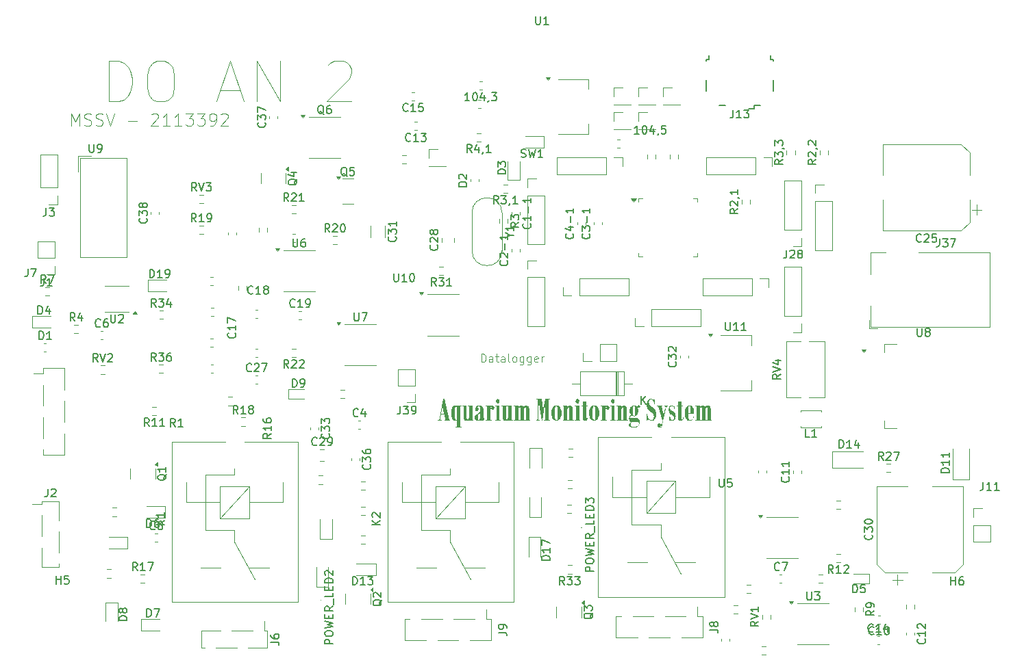
<source format=gbr>
%TF.GenerationSoftware,KiCad,Pcbnew,8.0.4*%
%TF.CreationDate,2024-09-29T16:10:45+07:00*%
%TF.ProjectId,Schematic_editted,53636865-6d61-4746-9963-5f6564697474,rev?*%
%TF.SameCoordinates,Original*%
%TF.FileFunction,Legend,Top*%
%TF.FilePolarity,Positive*%
%FSLAX46Y46*%
G04 Gerber Fmt 4.6, Leading zero omitted, Abs format (unit mm)*
G04 Created by KiCad (PCBNEW 8.0.4) date 2024-09-29 16:10:45*
%MOMM*%
%LPD*%
G01*
G04 APERTURE LIST*
%ADD10C,0.100000*%
%ADD11C,0.200000*%
%ADD12C,0.150000*%
%ADD13C,0.120000*%
G04 APERTURE END LIST*
D10*
X138733884Y-107822419D02*
X138733884Y-106822419D01*
X138733884Y-106822419D02*
X138971979Y-106822419D01*
X138971979Y-106822419D02*
X139114836Y-106870038D01*
X139114836Y-106870038D02*
X139210074Y-106965276D01*
X139210074Y-106965276D02*
X139257693Y-107060514D01*
X139257693Y-107060514D02*
X139305312Y-107250990D01*
X139305312Y-107250990D02*
X139305312Y-107393847D01*
X139305312Y-107393847D02*
X139257693Y-107584323D01*
X139257693Y-107584323D02*
X139210074Y-107679561D01*
X139210074Y-107679561D02*
X139114836Y-107774800D01*
X139114836Y-107774800D02*
X138971979Y-107822419D01*
X138971979Y-107822419D02*
X138733884Y-107822419D01*
X140162455Y-107822419D02*
X140162455Y-107298609D01*
X140162455Y-107298609D02*
X140114836Y-107203371D01*
X140114836Y-107203371D02*
X140019598Y-107155752D01*
X140019598Y-107155752D02*
X139829122Y-107155752D01*
X139829122Y-107155752D02*
X139733884Y-107203371D01*
X140162455Y-107774800D02*
X140067217Y-107822419D01*
X140067217Y-107822419D02*
X139829122Y-107822419D01*
X139829122Y-107822419D02*
X139733884Y-107774800D01*
X139733884Y-107774800D02*
X139686265Y-107679561D01*
X139686265Y-107679561D02*
X139686265Y-107584323D01*
X139686265Y-107584323D02*
X139733884Y-107489085D01*
X139733884Y-107489085D02*
X139829122Y-107441466D01*
X139829122Y-107441466D02*
X140067217Y-107441466D01*
X140067217Y-107441466D02*
X140162455Y-107393847D01*
X140495789Y-107155752D02*
X140876741Y-107155752D01*
X140638646Y-106822419D02*
X140638646Y-107679561D01*
X140638646Y-107679561D02*
X140686265Y-107774800D01*
X140686265Y-107774800D02*
X140781503Y-107822419D01*
X140781503Y-107822419D02*
X140876741Y-107822419D01*
X141638646Y-107822419D02*
X141638646Y-107298609D01*
X141638646Y-107298609D02*
X141591027Y-107203371D01*
X141591027Y-107203371D02*
X141495789Y-107155752D01*
X141495789Y-107155752D02*
X141305313Y-107155752D01*
X141305313Y-107155752D02*
X141210075Y-107203371D01*
X141638646Y-107774800D02*
X141543408Y-107822419D01*
X141543408Y-107822419D02*
X141305313Y-107822419D01*
X141305313Y-107822419D02*
X141210075Y-107774800D01*
X141210075Y-107774800D02*
X141162456Y-107679561D01*
X141162456Y-107679561D02*
X141162456Y-107584323D01*
X141162456Y-107584323D02*
X141210075Y-107489085D01*
X141210075Y-107489085D02*
X141305313Y-107441466D01*
X141305313Y-107441466D02*
X141543408Y-107441466D01*
X141543408Y-107441466D02*
X141638646Y-107393847D01*
X142257694Y-107822419D02*
X142162456Y-107774800D01*
X142162456Y-107774800D02*
X142114837Y-107679561D01*
X142114837Y-107679561D02*
X142114837Y-106822419D01*
X142781504Y-107822419D02*
X142686266Y-107774800D01*
X142686266Y-107774800D02*
X142638647Y-107727180D01*
X142638647Y-107727180D02*
X142591028Y-107631942D01*
X142591028Y-107631942D02*
X142591028Y-107346228D01*
X142591028Y-107346228D02*
X142638647Y-107250990D01*
X142638647Y-107250990D02*
X142686266Y-107203371D01*
X142686266Y-107203371D02*
X142781504Y-107155752D01*
X142781504Y-107155752D02*
X142924361Y-107155752D01*
X142924361Y-107155752D02*
X143019599Y-107203371D01*
X143019599Y-107203371D02*
X143067218Y-107250990D01*
X143067218Y-107250990D02*
X143114837Y-107346228D01*
X143114837Y-107346228D02*
X143114837Y-107631942D01*
X143114837Y-107631942D02*
X143067218Y-107727180D01*
X143067218Y-107727180D02*
X143019599Y-107774800D01*
X143019599Y-107774800D02*
X142924361Y-107822419D01*
X142924361Y-107822419D02*
X142781504Y-107822419D01*
X143971980Y-107155752D02*
X143971980Y-107965276D01*
X143971980Y-107965276D02*
X143924361Y-108060514D01*
X143924361Y-108060514D02*
X143876742Y-108108133D01*
X143876742Y-108108133D02*
X143781504Y-108155752D01*
X143781504Y-108155752D02*
X143638647Y-108155752D01*
X143638647Y-108155752D02*
X143543409Y-108108133D01*
X143971980Y-107774800D02*
X143876742Y-107822419D01*
X143876742Y-107822419D02*
X143686266Y-107822419D01*
X143686266Y-107822419D02*
X143591028Y-107774800D01*
X143591028Y-107774800D02*
X143543409Y-107727180D01*
X143543409Y-107727180D02*
X143495790Y-107631942D01*
X143495790Y-107631942D02*
X143495790Y-107346228D01*
X143495790Y-107346228D02*
X143543409Y-107250990D01*
X143543409Y-107250990D02*
X143591028Y-107203371D01*
X143591028Y-107203371D02*
X143686266Y-107155752D01*
X143686266Y-107155752D02*
X143876742Y-107155752D01*
X143876742Y-107155752D02*
X143971980Y-107203371D01*
X144876742Y-107155752D02*
X144876742Y-107965276D01*
X144876742Y-107965276D02*
X144829123Y-108060514D01*
X144829123Y-108060514D02*
X144781504Y-108108133D01*
X144781504Y-108108133D02*
X144686266Y-108155752D01*
X144686266Y-108155752D02*
X144543409Y-108155752D01*
X144543409Y-108155752D02*
X144448171Y-108108133D01*
X144876742Y-107774800D02*
X144781504Y-107822419D01*
X144781504Y-107822419D02*
X144591028Y-107822419D01*
X144591028Y-107822419D02*
X144495790Y-107774800D01*
X144495790Y-107774800D02*
X144448171Y-107727180D01*
X144448171Y-107727180D02*
X144400552Y-107631942D01*
X144400552Y-107631942D02*
X144400552Y-107346228D01*
X144400552Y-107346228D02*
X144448171Y-107250990D01*
X144448171Y-107250990D02*
X144495790Y-107203371D01*
X144495790Y-107203371D02*
X144591028Y-107155752D01*
X144591028Y-107155752D02*
X144781504Y-107155752D01*
X144781504Y-107155752D02*
X144876742Y-107203371D01*
X145733885Y-107774800D02*
X145638647Y-107822419D01*
X145638647Y-107822419D02*
X145448171Y-107822419D01*
X145448171Y-107822419D02*
X145352933Y-107774800D01*
X145352933Y-107774800D02*
X145305314Y-107679561D01*
X145305314Y-107679561D02*
X145305314Y-107298609D01*
X145305314Y-107298609D02*
X145352933Y-107203371D01*
X145352933Y-107203371D02*
X145448171Y-107155752D01*
X145448171Y-107155752D02*
X145638647Y-107155752D01*
X145638647Y-107155752D02*
X145733885Y-107203371D01*
X145733885Y-107203371D02*
X145781504Y-107298609D01*
X145781504Y-107298609D02*
X145781504Y-107393847D01*
X145781504Y-107393847D02*
X145305314Y-107489085D01*
X146210076Y-107822419D02*
X146210076Y-107155752D01*
X146210076Y-107346228D02*
X146257695Y-107250990D01*
X146257695Y-107250990D02*
X146305314Y-107203371D01*
X146305314Y-107203371D02*
X146400552Y-107155752D01*
X146400552Y-107155752D02*
X146495790Y-107155752D01*
D11*
G36*
X134759891Y-114966210D02*
G01*
X134903995Y-114966210D01*
X134903995Y-115060000D01*
X134182868Y-115060000D01*
X134182868Y-114966210D01*
X134320254Y-114966210D01*
X134172487Y-114309685D01*
X133749947Y-114309685D01*
X133662630Y-114782295D01*
X133655914Y-114832121D01*
X133727355Y-114957830D01*
X133782920Y-114966210D01*
X133842759Y-114966210D01*
X133842759Y-115060000D01*
X133384193Y-115060000D01*
X133384193Y-114966210D01*
X133440980Y-114966210D01*
X133555087Y-114902383D01*
X133592411Y-114802812D01*
X133703298Y-114215896D01*
X133762159Y-114215896D01*
X134159054Y-114215896D01*
X133950837Y-113275806D01*
X133944120Y-113275806D01*
X133762159Y-114215896D01*
X133703298Y-114215896D01*
X134057693Y-112340111D01*
X134182868Y-112340111D01*
X134759891Y-114966210D01*
G37*
G36*
X135622405Y-113212545D02*
G01*
X135726628Y-113289586D01*
X135763119Y-113332226D01*
X135763119Y-113231109D01*
X136314497Y-113231109D01*
X136314497Y-113324898D01*
X136169783Y-113324898D01*
X136169783Y-115810314D01*
X136310833Y-115810314D01*
X136310833Y-115904103D01*
X135579326Y-115904103D01*
X135579326Y-115810314D01*
X135763119Y-115810314D01*
X135763119Y-114980865D01*
X135663676Y-115068781D01*
X135651378Y-115076852D01*
X135527546Y-115106865D01*
X135522540Y-115106894D01*
X135390138Y-115082064D01*
X135276102Y-115007575D01*
X135189173Y-114898076D01*
X135163503Y-114852637D01*
X135105800Y-114713831D01*
X135068835Y-114573217D01*
X135044491Y-114414720D01*
X135033672Y-114264634D01*
X135031612Y-114157278D01*
X135036034Y-113995437D01*
X135049300Y-113846784D01*
X135075956Y-113690026D01*
X135103629Y-113593810D01*
X135491399Y-113593810D01*
X135491399Y-114734668D01*
X135514438Y-114883181D01*
X135523761Y-114903928D01*
X135609856Y-114966210D01*
X135712438Y-114908325D01*
X135763119Y-114791088D01*
X135763119Y-113582086D01*
X135736286Y-113437705D01*
X135719155Y-113402568D01*
X135622069Y-113324898D01*
X135526203Y-113396706D01*
X135493064Y-113541552D01*
X135491399Y-113593810D01*
X135103629Y-113593810D01*
X135121160Y-113532856D01*
X135157397Y-113446531D01*
X135235208Y-113319728D01*
X135337413Y-113227507D01*
X135456195Y-113186520D01*
X135495062Y-113184214D01*
X135622405Y-113212545D01*
G37*
G36*
X136393876Y-113231109D02*
G01*
X136948307Y-113231109D01*
X136948307Y-114775701D01*
X137003509Y-114907955D01*
X137055163Y-114919316D01*
X137155341Y-114825292D01*
X137161409Y-114812337D01*
X137209732Y-114676647D01*
X137223080Y-114610104D01*
X137226744Y-114603510D01*
X137226744Y-113324898D01*
X137078977Y-113324898D01*
X137078977Y-113231109D01*
X137635240Y-113231109D01*
X137635240Y-114966210D01*
X137786671Y-114966210D01*
X137786671Y-115060000D01*
X137226744Y-115060000D01*
X137226744Y-114844577D01*
X137220027Y-114844577D01*
X137145165Y-114968703D01*
X137076535Y-115043879D01*
X136960354Y-115099448D01*
X136884804Y-115106894D01*
X136756532Y-115080329D01*
X136651068Y-115000634D01*
X136638729Y-114985994D01*
X136569043Y-114857677D01*
X136542496Y-114710897D01*
X136541643Y-114676050D01*
X136541643Y-113324898D01*
X136393876Y-113324898D01*
X136393876Y-113231109D01*
G37*
G36*
X138621924Y-113195922D02*
G01*
X138742137Y-113236394D01*
X138852333Y-113314302D01*
X138869888Y-113332226D01*
X138948107Y-113445601D01*
X138993858Y-113583219D01*
X139007274Y-113729364D01*
X139007274Y-114843112D01*
X139043300Y-114919316D01*
X139091538Y-114778632D01*
X139151988Y-114778632D01*
X139151988Y-114849706D01*
X139119183Y-114994008D01*
X139088485Y-115037285D01*
X138973857Y-115101388D01*
X138916294Y-115106894D01*
X138790192Y-115081526D01*
X138687682Y-114995985D01*
X138634804Y-114892205D01*
X138563058Y-115011159D01*
X138512683Y-115057801D01*
X138393171Y-115101093D01*
X138308740Y-115106894D01*
X138182573Y-115091129D01*
X138064898Y-115032886D01*
X138024197Y-114994787D01*
X137952319Y-114868391D01*
X137924938Y-114713236D01*
X137924057Y-114675317D01*
X137949995Y-114519579D01*
X137951899Y-114516315D01*
X138356367Y-114516315D01*
X138356367Y-114774968D01*
X138382165Y-114918400D01*
X138459560Y-114966210D01*
X138560310Y-114884145D01*
X138600234Y-114743924D01*
X138603663Y-114677515D01*
X138603663Y-114075212D01*
X138529780Y-114144089D01*
X138433244Y-114239710D01*
X138389951Y-114303824D01*
X138358466Y-114448904D01*
X138356367Y-114516315D01*
X137951899Y-114516315D01*
X138027806Y-114386213D01*
X138140520Y-114286447D01*
X138251953Y-114223224D01*
X138366006Y-114160132D01*
X138455286Y-114100858D01*
X138547194Y-114003980D01*
X138603663Y-113934528D01*
X138603663Y-113464117D01*
X138555425Y-113330027D01*
X138439827Y-113278207D01*
X138430251Y-113278004D01*
X138309351Y-113312442D01*
X138251953Y-113381318D01*
X138303244Y-113453126D01*
X138398041Y-113556011D01*
X138420481Y-113659755D01*
X138375707Y-113800154D01*
X138357588Y-113821688D01*
X138243293Y-113884478D01*
X138205547Y-113887634D01*
X138085584Y-113857025D01*
X138037020Y-113816559D01*
X137977486Y-113683706D01*
X137973517Y-113628248D01*
X138001917Y-113474615D01*
X138079149Y-113353054D01*
X138121894Y-113311709D01*
X138233487Y-113239122D01*
X138363406Y-113196665D01*
X138497418Y-113184214D01*
X138621924Y-113195922D01*
G37*
G36*
X139832815Y-113231109D02*
G01*
X139832815Y-113426748D01*
X139839532Y-113426748D01*
X139904541Y-113288665D01*
X140007881Y-113203399D01*
X140107588Y-113184214D01*
X140231093Y-113215212D01*
X140297487Y-113272142D01*
X140360456Y-113403174D01*
X140370760Y-113502951D01*
X140335728Y-113645204D01*
X140313363Y-113677341D01*
X140199938Y-113744503D01*
X140168039Y-113746950D01*
X140048092Y-113700948D01*
X140034926Y-113686866D01*
X139984691Y-113549079D01*
X139984246Y-113531528D01*
X140028789Y-113394442D01*
X140034926Y-113387180D01*
X140085607Y-113305115D01*
X140044085Y-113278004D01*
X139934737Y-113348031D01*
X139896929Y-113413558D01*
X139850910Y-113550097D01*
X139833379Y-113695836D01*
X139832815Y-113729364D01*
X139832815Y-114966210D01*
X140001343Y-114966210D01*
X140001343Y-115060000D01*
X139283269Y-115060000D01*
X139283269Y-114966210D01*
X139424319Y-114966210D01*
X139424319Y-113324898D01*
X139280216Y-113324898D01*
X139280216Y-113231109D01*
X139832815Y-113231109D01*
G37*
G36*
X140550889Y-112668374D02*
G01*
X140582347Y-112524458D01*
X140617445Y-112469804D01*
X140722787Y-112395092D01*
X140779256Y-112387006D01*
X140901428Y-112429780D01*
X140941678Y-112469804D01*
X141002836Y-112598922D01*
X141009455Y-112668374D01*
X140977420Y-112812635D01*
X140941678Y-112867676D01*
X140835785Y-112941727D01*
X140779256Y-112949741D01*
X140657400Y-112907346D01*
X140617445Y-112867676D01*
X140557389Y-112737897D01*
X140550889Y-112668374D01*
G37*
G36*
X140449528Y-113231109D02*
G01*
X141009455Y-113231109D01*
X141009455Y-114966210D01*
X141145010Y-114966210D01*
X141145010Y-115060000D01*
X140446475Y-115060000D01*
X140446475Y-114966210D01*
X140600959Y-114966210D01*
X140600959Y-113324898D01*
X140449528Y-113324898D01*
X140449528Y-113231109D01*
G37*
G36*
X141237212Y-113231109D02*
G01*
X141791643Y-113231109D01*
X141791643Y-114775701D01*
X141846845Y-114907955D01*
X141898499Y-114919316D01*
X141998677Y-114825292D01*
X142004745Y-114812337D01*
X142053068Y-114676647D01*
X142066416Y-114610104D01*
X142070080Y-114603510D01*
X142070080Y-113324898D01*
X141922313Y-113324898D01*
X141922313Y-113231109D01*
X142478576Y-113231109D01*
X142478576Y-114966210D01*
X142630006Y-114966210D01*
X142630006Y-115060000D01*
X142070080Y-115060000D01*
X142070080Y-114844577D01*
X142063363Y-114844577D01*
X141988501Y-114968703D01*
X141919870Y-115043879D01*
X141803689Y-115099448D01*
X141728140Y-115106894D01*
X141599868Y-115080329D01*
X141494404Y-115000634D01*
X141482065Y-114985994D01*
X141412379Y-114857677D01*
X141385832Y-114710897D01*
X141384979Y-114676050D01*
X141384979Y-113324898D01*
X141237212Y-113324898D01*
X141237212Y-113231109D01*
G37*
G36*
X143313276Y-113231109D02*
G01*
X143313276Y-113467780D01*
X143319993Y-113467780D01*
X143391014Y-113343720D01*
X143484506Y-113246521D01*
X143605268Y-113191137D01*
X143672313Y-113184214D01*
X143798251Y-113214196D01*
X143897474Y-113304141D01*
X143963935Y-113436361D01*
X143981280Y-113491228D01*
X144051633Y-113364969D01*
X144136355Y-113256892D01*
X144155914Y-113240635D01*
X144273209Y-113190881D01*
X144347034Y-113184214D01*
X144468937Y-113213033D01*
X144570180Y-113299490D01*
X144582117Y-113315373D01*
X144646816Y-113442538D01*
X144675283Y-113595790D01*
X144676762Y-113644368D01*
X144676762Y-114966210D01*
X144814148Y-114966210D01*
X144814148Y-115060000D01*
X144173621Y-115060000D01*
X144173621Y-114966210D01*
X144270097Y-114966210D01*
X144270097Y-113604801D01*
X144255082Y-113453937D01*
X144179117Y-113371793D01*
X144075733Y-113454225D01*
X144047836Y-113518339D01*
X144005375Y-113657108D01*
X143995324Y-113730097D01*
X143995324Y-114966210D01*
X144093021Y-114966210D01*
X144093021Y-115060000D01*
X143488520Y-115060000D01*
X143488520Y-114966210D01*
X143583164Y-114966210D01*
X143583164Y-113536657D01*
X143559961Y-113418688D01*
X143498900Y-113371793D01*
X143397320Y-113456443D01*
X143374337Y-113500020D01*
X143326693Y-113640191D01*
X143313276Y-113770397D01*
X143313276Y-114966210D01*
X143407920Y-114966210D01*
X143407920Y-115060000D01*
X142746632Y-115060000D01*
X142746632Y-114966210D01*
X142901116Y-114966210D01*
X142901116Y-113324898D01*
X142746632Y-113324898D01*
X142746632Y-113231109D01*
X143313276Y-113231109D01*
G37*
G36*
X145562142Y-112387006D02*
G01*
X146190457Y-112387006D01*
X146412107Y-113766734D01*
X146627041Y-112387006D01*
X147260851Y-112387006D01*
X147260851Y-112480795D01*
X147106367Y-112480795D01*
X147106367Y-114966210D01*
X147257187Y-114966210D01*
X147257187Y-115060000D01*
X146511636Y-115060000D01*
X146511636Y-114966210D01*
X146673447Y-114966210D01*
X146666730Y-112516699D01*
X146272889Y-115060000D01*
X146183740Y-115060000D01*
X145773412Y-112469804D01*
X145773412Y-114758848D01*
X145798190Y-114903033D01*
X145808217Y-114919316D01*
X145926115Y-114966164D01*
X145931559Y-114966210D01*
X145931559Y-115060000D01*
X145558478Y-115060000D01*
X145558478Y-114966210D01*
X145676325Y-114920781D01*
X145709778Y-114774421D01*
X145709909Y-114760314D01*
X145709909Y-112480795D01*
X145562142Y-112480795D01*
X145562142Y-112387006D01*
G37*
G36*
X148161954Y-113201342D02*
G01*
X148277512Y-113252725D01*
X148383605Y-113338362D01*
X148480233Y-113458255D01*
X148551848Y-113583297D01*
X148605873Y-113719278D01*
X148642308Y-113866199D01*
X148661154Y-114024059D01*
X148664026Y-114119176D01*
X148657736Y-114275634D01*
X148638867Y-114421324D01*
X148600954Y-114577686D01*
X148545919Y-114719392D01*
X148485118Y-114829190D01*
X148402584Y-114937397D01*
X148297169Y-115028519D01*
X148179923Y-115084927D01*
X148050846Y-115106623D01*
X148033879Y-115106894D01*
X147903439Y-115089858D01*
X147785057Y-115038750D01*
X147678735Y-114953571D01*
X147584473Y-114834319D01*
X147515951Y-114707354D01*
X147464259Y-114564961D01*
X147429398Y-114407141D01*
X147412911Y-114259588D01*
X147408618Y-114127969D01*
X147417325Y-113959074D01*
X147443446Y-113802451D01*
X147486982Y-113658100D01*
X147519017Y-113588681D01*
X147869016Y-113588681D01*
X147869016Y-114712686D01*
X147884758Y-114871110D01*
X147959691Y-114994329D01*
X148030216Y-115013105D01*
X148148759Y-114958829D01*
X148199395Y-114811230D01*
X148203628Y-114729539D01*
X148203628Y-113619455D01*
X148195444Y-113467020D01*
X148166381Y-113354207D01*
X148056920Y-113279194D01*
X148033879Y-113278004D01*
X147917139Y-113332981D01*
X147906873Y-113349811D01*
X147872713Y-113493569D01*
X147869016Y-113588681D01*
X147519017Y-113588681D01*
X147547932Y-113526021D01*
X147590579Y-113456057D01*
X147686711Y-113337126D01*
X147793148Y-113252175D01*
X147909888Y-113201205D01*
X148036933Y-113184214D01*
X148161954Y-113201342D01*
G37*
G36*
X149369888Y-113231109D02*
G01*
X149369888Y-113455324D01*
X149393702Y-113416489D01*
X149476541Y-113304564D01*
X149543911Y-113238436D01*
X149659431Y-113188503D01*
X149713049Y-113184214D01*
X149838522Y-113211423D01*
X149943601Y-113293050D01*
X149956071Y-113308046D01*
X150027072Y-113436652D01*
X150054120Y-113580508D01*
X150054989Y-113614326D01*
X150054989Y-114966210D01*
X150206420Y-114966210D01*
X150206420Y-115060000D01*
X149548796Y-115060000D01*
X149548796Y-114966210D01*
X149642829Y-114966210D01*
X149642829Y-113530062D01*
X149603001Y-113387249D01*
X149558565Y-113371793D01*
X149455211Y-113452798D01*
X149423011Y-113528597D01*
X149380056Y-113667778D01*
X149369888Y-113725701D01*
X149369888Y-114966210D01*
X149474912Y-114966210D01*
X149474912Y-115060000D01*
X148813625Y-115060000D01*
X148813625Y-114966210D01*
X148961392Y-114966210D01*
X148961392Y-113324898D01*
X148813625Y-113324898D01*
X148813625Y-113231109D01*
X149369888Y-113231109D01*
G37*
G36*
X150403646Y-112668374D02*
G01*
X150435104Y-112524458D01*
X150470202Y-112469804D01*
X150575544Y-112395092D01*
X150632013Y-112387006D01*
X150754184Y-112429780D01*
X150794434Y-112469804D01*
X150855593Y-112598922D01*
X150862212Y-112668374D01*
X150830176Y-112812635D01*
X150794434Y-112867676D01*
X150688542Y-112941727D01*
X150632013Y-112949741D01*
X150510157Y-112907346D01*
X150470202Y-112867676D01*
X150410145Y-112737897D01*
X150403646Y-112668374D01*
G37*
G36*
X150302285Y-113231109D02*
G01*
X150862212Y-113231109D01*
X150862212Y-114966210D01*
X150997766Y-114966210D01*
X150997766Y-115060000D01*
X150299232Y-115060000D01*
X150299232Y-114966210D01*
X150453715Y-114966210D01*
X150453715Y-113324898D01*
X150302285Y-113324898D01*
X150302285Y-113231109D01*
G37*
G36*
X151285362Y-112715268D02*
G01*
X151694469Y-112715268D01*
X151694469Y-113231109D01*
X151869713Y-113231109D01*
X151869713Y-113324898D01*
X151694469Y-113324898D01*
X151694469Y-114890739D01*
X151737212Y-114966210D01*
X151830186Y-114856301D01*
X151866885Y-114702153D01*
X151869713Y-114684842D01*
X151926500Y-114684842D01*
X151895762Y-114849294D01*
X151831152Y-114987780D01*
X151720878Y-115080516D01*
X151589445Y-115106894D01*
X151467255Y-115090150D01*
X151364131Y-115030690D01*
X151294670Y-114901957D01*
X151285362Y-114811605D01*
X151285362Y-113324898D01*
X151107065Y-113324898D01*
X151107065Y-113231109D01*
X151285362Y-113231109D01*
X151285362Y-112715268D01*
G37*
G36*
X152822108Y-113201342D02*
G01*
X152937665Y-113252725D01*
X153043758Y-113338362D01*
X153140387Y-113458255D01*
X153212001Y-113583297D01*
X153266026Y-113719278D01*
X153302462Y-113866199D01*
X153321308Y-114024059D01*
X153324180Y-114119176D01*
X153317890Y-114275634D01*
X153299021Y-114421324D01*
X153261108Y-114577686D01*
X153206072Y-114719392D01*
X153145272Y-114829190D01*
X153062738Y-114937397D01*
X152957322Y-115028519D01*
X152840076Y-115084927D01*
X152710999Y-115106623D01*
X152694033Y-115106894D01*
X152563592Y-115089858D01*
X152445211Y-115038750D01*
X152338889Y-114953571D01*
X152244626Y-114834319D01*
X152176105Y-114707354D01*
X152124413Y-114564961D01*
X152089551Y-114407141D01*
X152073065Y-114259588D01*
X152068771Y-114127969D01*
X152077478Y-113959074D01*
X152103600Y-113802451D01*
X152147135Y-113658100D01*
X152179170Y-113588681D01*
X152529169Y-113588681D01*
X152529169Y-114712686D01*
X152544911Y-114871110D01*
X152619844Y-114994329D01*
X152690369Y-115013105D01*
X152808913Y-114958829D01*
X152859548Y-114811230D01*
X152863782Y-114729539D01*
X152863782Y-113619455D01*
X152855598Y-113467020D01*
X152826535Y-113354207D01*
X152717074Y-113279194D01*
X152694033Y-113278004D01*
X152577293Y-113332981D01*
X152567027Y-113349811D01*
X152532866Y-113493569D01*
X152529169Y-113588681D01*
X152179170Y-113588681D01*
X152208085Y-113526021D01*
X152250732Y-113456057D01*
X152346865Y-113337126D01*
X152453301Y-113252175D01*
X152570042Y-113201205D01*
X152697086Y-113184214D01*
X152822108Y-113201342D01*
G37*
G36*
X154057519Y-113231109D02*
G01*
X154057519Y-113426748D01*
X154064235Y-113426748D01*
X154129244Y-113288665D01*
X154232585Y-113203399D01*
X154332292Y-113184214D01*
X154455796Y-113215212D01*
X154522191Y-113272142D01*
X154585160Y-113403174D01*
X154595464Y-113502951D01*
X154560431Y-113645204D01*
X154538066Y-113677341D01*
X154424641Y-113744503D01*
X154392742Y-113746950D01*
X154272796Y-113700948D01*
X154259630Y-113686866D01*
X154209395Y-113549079D01*
X154208949Y-113531528D01*
X154253493Y-113394442D01*
X154259630Y-113387180D01*
X154310310Y-113305115D01*
X154268789Y-113278004D01*
X154159441Y-113348031D01*
X154121632Y-113413558D01*
X154075613Y-113550097D01*
X154058082Y-113695836D01*
X154057519Y-113729364D01*
X154057519Y-114966210D01*
X154226046Y-114966210D01*
X154226046Y-115060000D01*
X153507972Y-115060000D01*
X153507972Y-114966210D01*
X153649023Y-114966210D01*
X153649023Y-113324898D01*
X153504919Y-113324898D01*
X153504919Y-113231109D01*
X154057519Y-113231109D01*
G37*
G36*
X154775593Y-112668374D02*
G01*
X154807051Y-112524458D01*
X154842149Y-112469804D01*
X154947490Y-112395092D01*
X155003960Y-112387006D01*
X155126131Y-112429780D01*
X155166381Y-112469804D01*
X155227540Y-112598922D01*
X155234159Y-112668374D01*
X155202123Y-112812635D01*
X155166381Y-112867676D01*
X155060489Y-112941727D01*
X155003960Y-112949741D01*
X154882104Y-112907346D01*
X154842149Y-112867676D01*
X154782092Y-112737897D01*
X154775593Y-112668374D01*
G37*
G36*
X154674232Y-113231109D02*
G01*
X155234159Y-113231109D01*
X155234159Y-114966210D01*
X155369713Y-114966210D01*
X155369713Y-115060000D01*
X154671179Y-115060000D01*
X154671179Y-114966210D01*
X154825662Y-114966210D01*
X154825662Y-113324898D01*
X154674232Y-113324898D01*
X154674232Y-113231109D01*
G37*
G36*
X156035275Y-113231109D02*
G01*
X156035275Y-113455324D01*
X156059089Y-113416489D01*
X156141929Y-113304564D01*
X156209298Y-113238436D01*
X156324818Y-113188503D01*
X156378436Y-113184214D01*
X156503909Y-113211423D01*
X156608988Y-113293050D01*
X156621458Y-113308046D01*
X156692459Y-113436652D01*
X156719507Y-113580508D01*
X156720376Y-113614326D01*
X156720376Y-114966210D01*
X156871807Y-114966210D01*
X156871807Y-115060000D01*
X156214183Y-115060000D01*
X156214183Y-114966210D01*
X156308217Y-114966210D01*
X156308217Y-113530062D01*
X156268389Y-113387249D01*
X156223953Y-113371793D01*
X156120598Y-113452798D01*
X156088398Y-113528597D01*
X156045443Y-113667778D01*
X156035275Y-113725701D01*
X156035275Y-114966210D01*
X156140300Y-114966210D01*
X156140300Y-115060000D01*
X155479012Y-115060000D01*
X155479012Y-114966210D01*
X155626779Y-114966210D01*
X155626779Y-113324898D01*
X155479012Y-113324898D01*
X155479012Y-113231109D01*
X156035275Y-113231109D01*
G37*
G36*
X158344591Y-113193007D02*
G01*
X158387944Y-113333691D01*
X158356193Y-113463384D01*
X158273150Y-113512477D01*
X158164266Y-113444664D01*
X158157745Y-113417222D01*
X158108286Y-113321235D01*
X158071039Y-113347613D01*
X158041120Y-113399637D01*
X158101977Y-113540930D01*
X158140295Y-113681794D01*
X158156412Y-113836249D01*
X158156524Y-113850265D01*
X158147060Y-113996673D01*
X158113787Y-114144413D01*
X158056556Y-114274185D01*
X158005094Y-114350718D01*
X157902543Y-114452728D01*
X157783415Y-114516956D01*
X157662026Y-114542458D01*
X157618579Y-114544159D01*
X157496649Y-114530969D01*
X157456769Y-114520711D01*
X157357850Y-114497264D01*
X157232265Y-114519984D01*
X157181385Y-114550020D01*
X157115697Y-114674613D01*
X157115439Y-114684842D01*
X157164288Y-114766175D01*
X157286395Y-114785970D01*
X157326709Y-114786692D01*
X157425017Y-114783028D01*
X157534316Y-114778632D01*
X158015474Y-114778632D01*
X158135875Y-114806324D01*
X158234431Y-114896907D01*
X158239567Y-114904661D01*
X158298296Y-115042896D01*
X158320110Y-115196298D01*
X158321388Y-115249776D01*
X158309252Y-115404748D01*
X158266587Y-115558072D01*
X158193204Y-115689139D01*
X158127215Y-115764152D01*
X158020779Y-115845897D01*
X157895642Y-115904286D01*
X157770808Y-115936218D01*
X157631657Y-115950268D01*
X157589270Y-115950997D01*
X157464783Y-115944678D01*
X157338784Y-115922460D01*
X157216233Y-115879011D01*
X157161845Y-115849881D01*
X157060265Y-115767277D01*
X156997754Y-115634379D01*
X156995150Y-115597090D01*
X157011701Y-115543600D01*
X157189323Y-115543600D01*
X157219365Y-115695198D01*
X157309493Y-115797182D01*
X157440048Y-115846183D01*
X157569120Y-115857208D01*
X157705515Y-115849331D01*
X157829544Y-115825701D01*
X157954298Y-115780286D01*
X158040509Y-115731179D01*
X158146539Y-115637521D01*
X158215104Y-115508750D01*
X158226744Y-115419769D01*
X158176424Y-115285413D01*
X158048447Y-115247578D01*
X157421353Y-115247578D01*
X157357850Y-115243182D01*
X157261901Y-115333888D01*
X157197387Y-115468367D01*
X157189323Y-115543600D01*
X157011701Y-115543600D01*
X157039994Y-115452161D01*
X157135521Y-115338703D01*
X157250153Y-115246699D01*
X157266870Y-115235122D01*
X157145337Y-115183812D01*
X157073307Y-115107627D01*
X157025415Y-114963938D01*
X157014136Y-114815753D01*
X157014078Y-114802812D01*
X157029038Y-114652891D01*
X157092236Y-114513201D01*
X157204893Y-114433210D01*
X157326709Y-114412267D01*
X157326709Y-114403475D01*
X157227734Y-114303798D01*
X157144386Y-114175799D01*
X157092789Y-114032780D01*
X157072945Y-113874740D01*
X157072697Y-113853928D01*
X157084627Y-113693154D01*
X157120417Y-113551274D01*
X157161803Y-113468513D01*
X157484856Y-113468513D01*
X157484856Y-114251800D01*
X157523325Y-114394682D01*
X157622243Y-114450369D01*
X157715055Y-114391751D01*
X157752876Y-114249297D01*
X157752913Y-114243740D01*
X157752913Y-113484633D01*
X157720176Y-113342352D01*
X157715666Y-113335157D01*
X157618579Y-113278004D01*
X157521493Y-113330027D01*
X157484856Y-113468513D01*
X157161803Y-113468513D01*
X157188168Y-113415791D01*
X157223517Y-113368129D01*
X157327523Y-113271143D01*
X157450252Y-113210077D01*
X157576718Y-113185831D01*
X157622243Y-113184214D01*
X157755120Y-113203263D01*
X157872662Y-113253638D01*
X157987103Y-113335497D01*
X157998377Y-113345415D01*
X158074523Y-113226939D01*
X158180411Y-113147277D01*
X158237124Y-113137320D01*
X158344591Y-113193007D01*
G37*
G36*
X159194556Y-114215896D02*
G01*
X159254396Y-114215896D01*
X159281189Y-114373245D01*
X159316690Y-114514466D01*
X159367923Y-114656112D01*
X159439155Y-114790282D01*
X159447958Y-114803545D01*
X159540957Y-114914055D01*
X159651795Y-114988342D01*
X159771580Y-115013105D01*
X159896063Y-114977536D01*
X159985293Y-114887076D01*
X160046213Y-114754433D01*
X160069421Y-114604487D01*
X160070167Y-114569071D01*
X160053223Y-114417442D01*
X160002390Y-114277629D01*
X159917668Y-114149630D01*
X159815737Y-114047324D01*
X159799057Y-114033447D01*
X159686293Y-113955652D01*
X159582504Y-113877550D01*
X159573743Y-113870781D01*
X159470721Y-113784252D01*
X159374360Y-113683731D01*
X159360031Y-113665617D01*
X159285434Y-113538389D01*
X159237299Y-113412826D01*
X159201798Y-113267271D01*
X159187888Y-113115207D01*
X159187840Y-113105812D01*
X159196999Y-112946765D01*
X159224476Y-112802280D01*
X159277284Y-112657141D01*
X159334385Y-112556999D01*
X159423150Y-112452156D01*
X159535826Y-112375906D01*
X159663290Y-112342017D01*
X159704413Y-112340111D01*
X159831572Y-112360078D01*
X159948046Y-112419979D01*
X160056839Y-112489762D01*
X160083600Y-112499113D01*
X160137944Y-112470537D01*
X160161147Y-112402393D01*
X160161147Y-112387006D01*
X160217934Y-112387006D01*
X160217934Y-113137320D01*
X160158094Y-113137320D01*
X160134853Y-112990316D01*
X160096208Y-112841359D01*
X160037747Y-112696244D01*
X160002390Y-112631737D01*
X159917139Y-112519102D01*
X159807644Y-112446265D01*
X159735554Y-112433900D01*
X159610661Y-112462185D01*
X159536496Y-112523293D01*
X159475826Y-112651309D01*
X159463834Y-112765094D01*
X159481369Y-112910599D01*
X159539472Y-113050527D01*
X159570080Y-113096287D01*
X159662159Y-113198344D01*
X159765188Y-113288285D01*
X159877692Y-113373098D01*
X159941329Y-113417222D01*
X160062529Y-113512649D01*
X160163187Y-113621241D01*
X160243302Y-113743000D01*
X160302875Y-113877925D01*
X160341906Y-114026016D01*
X160360394Y-114187274D01*
X160362037Y-114255464D01*
X160353856Y-114409036D01*
X160324471Y-114570465D01*
X160273714Y-114716874D01*
X160201586Y-114848261D01*
X160191067Y-114863628D01*
X160100507Y-114970057D01*
X159986492Y-115053442D01*
X159859629Y-115098342D01*
X159767916Y-115106894D01*
X159644381Y-115086979D01*
X159528362Y-115021441D01*
X159507187Y-115002847D01*
X159405843Y-114918715D01*
X159358810Y-114898799D01*
X159267152Y-115005217D01*
X159261113Y-115060000D01*
X159194556Y-115060000D01*
X159194556Y-114215896D01*
G37*
G36*
X160483548Y-113231109D02*
G01*
X161165596Y-113231109D01*
X161161933Y-113324898D01*
X161017829Y-113324898D01*
X161316416Y-114402009D01*
X161323133Y-114402009D01*
X161500209Y-113565233D01*
X161513642Y-113453859D01*
X161444090Y-113328047D01*
X161415945Y-113324898D01*
X161339009Y-113324898D01*
X161339009Y-113231109D01*
X161785362Y-113231109D01*
X161781699Y-113324898D01*
X161662648Y-113370282D01*
X161637595Y-113395973D01*
X161573498Y-113528963D01*
X161550279Y-113618722D01*
X161151552Y-115531144D01*
X161118019Y-115673650D01*
X161057519Y-115805917D01*
X160962037Y-115910052D01*
X160834911Y-115949722D01*
X160802896Y-115950997D01*
X160678518Y-115925031D01*
X160602616Y-115868932D01*
X160535309Y-115740709D01*
X160526290Y-115657173D01*
X160553708Y-115510172D01*
X160584298Y-115460069D01*
X160696268Y-115392750D01*
X160744277Y-115388262D01*
X160861759Y-115432080D01*
X160879221Y-115449811D01*
X160932716Y-115582927D01*
X160933565Y-115605882D01*
X160920132Y-115684284D01*
X160888991Y-115759023D01*
X160883496Y-115766350D01*
X160929902Y-115810314D01*
X161009891Y-115741437D01*
X161068195Y-115607600D01*
X161074005Y-115586099D01*
X161180861Y-115106894D01*
X161110642Y-115106894D01*
X160603838Y-113324898D01*
X160483548Y-113324898D01*
X160483548Y-113231109D01*
G37*
G36*
X161935572Y-114450369D02*
G01*
X161999075Y-114450369D01*
X162042369Y-114612486D01*
X162100815Y-114770755D01*
X162177957Y-114905394D01*
X162277924Y-114993321D01*
X162361165Y-115013105D01*
X162477920Y-114966594D01*
X162505268Y-114936901D01*
X162561940Y-114804873D01*
X162565718Y-114752986D01*
X162538380Y-114602932D01*
X162488171Y-114514849D01*
X162387642Y-114415734D01*
X162276645Y-114347773D01*
X162267742Y-114343391D01*
X162155159Y-114280019D01*
X162053332Y-114198164D01*
X162048534Y-114193182D01*
X161967533Y-114080181D01*
X161931297Y-113999741D01*
X161896119Y-113853154D01*
X161889166Y-113740355D01*
X161902225Y-113581918D01*
X161946260Y-113433764D01*
X161999685Y-113339553D01*
X162100258Y-113238977D01*
X162221388Y-113189676D01*
X162284228Y-113184214D01*
X162411551Y-113203071D01*
X162483286Y-113237704D01*
X162586479Y-113290460D01*
X162627390Y-113231109D01*
X162687840Y-113231109D01*
X162687840Y-113746950D01*
X162623726Y-113746950D01*
X162587018Y-113587581D01*
X162529541Y-113443326D01*
X162444533Y-113333416D01*
X162324266Y-113279836D01*
X162293998Y-113278004D01*
X162174930Y-113316747D01*
X162145010Y-113346880D01*
X162092685Y-113482227D01*
X162090055Y-113530062D01*
X162126119Y-113672807D01*
X162154169Y-113715443D01*
X162253545Y-113801721D01*
X162373558Y-113870999D01*
X162422226Y-113894961D01*
X162536905Y-113959032D01*
X162641777Y-114046685D01*
X162701884Y-114128702D01*
X162754477Y-114268449D01*
X162776115Y-114418819D01*
X162778820Y-114504591D01*
X162766954Y-114659910D01*
X162726490Y-114809768D01*
X162657309Y-114937634D01*
X162557618Y-115040777D01*
X162439895Y-115096315D01*
X162351395Y-115106894D01*
X162224055Y-115091129D01*
X162138904Y-115057069D01*
X162036933Y-115006510D01*
X161999075Y-115060000D01*
X161935572Y-115060000D01*
X161935572Y-114450369D01*
G37*
G36*
X163101831Y-112715268D02*
G01*
X163510938Y-112715268D01*
X163510938Y-113231109D01*
X163686182Y-113231109D01*
X163686182Y-113324898D01*
X163510938Y-113324898D01*
X163510938Y-114890739D01*
X163553681Y-114966210D01*
X163646655Y-114856301D01*
X163683354Y-114702153D01*
X163686182Y-114684842D01*
X163742969Y-114684842D01*
X163712231Y-114849294D01*
X163647621Y-114987780D01*
X163537347Y-115080516D01*
X163405914Y-115106894D01*
X163283724Y-115090150D01*
X163180600Y-115030690D01*
X163111139Y-114901957D01*
X163101831Y-114811605D01*
X163101831Y-113324898D01*
X162923534Y-113324898D01*
X162923534Y-113231109D01*
X163101831Y-113231109D01*
X163101831Y-112715268D01*
G37*
G36*
X164629551Y-113200334D02*
G01*
X164747036Y-113248695D01*
X164867649Y-113354482D01*
X164943145Y-113475382D01*
X164999979Y-113628523D01*
X165038151Y-113813903D01*
X165054534Y-113974096D01*
X165060419Y-114152424D01*
X165060048Y-114215896D01*
X164335258Y-114215896D01*
X164335258Y-114632086D01*
X164346185Y-114780549D01*
X164392349Y-114917850D01*
X164497835Y-115003803D01*
X164563625Y-115013105D01*
X164702692Y-114988421D01*
X164814820Y-114914370D01*
X164900009Y-114790951D01*
X164951586Y-114645870D01*
X164979448Y-114497264D01*
X165034403Y-114497264D01*
X165009630Y-114672890D01*
X164964314Y-114818749D01*
X164882820Y-114954487D01*
X164771744Y-115047360D01*
X164631087Y-115097369D01*
X164520882Y-115106894D01*
X164398857Y-115094342D01*
X164273282Y-115049256D01*
X164162514Y-114971381D01*
X164066554Y-114860716D01*
X164055600Y-114844577D01*
X163988030Y-114721118D01*
X163937056Y-114580268D01*
X163902678Y-114422028D01*
X163886421Y-114272551D01*
X163882187Y-114138227D01*
X163888348Y-113988527D01*
X163911109Y-113826510D01*
X163950642Y-113678096D01*
X164006946Y-113543287D01*
X164038927Y-113487564D01*
X164335258Y-113487564D01*
X164335258Y-114122107D01*
X164610031Y-114122107D01*
X164610031Y-113454591D01*
X164569731Y-113333691D01*
X164483025Y-113278004D01*
X164374337Y-113334424D01*
X164335410Y-113475631D01*
X164335258Y-113487564D01*
X164038927Y-113487564D01*
X164057431Y-113455324D01*
X164150396Y-113336714D01*
X164254047Y-113251992D01*
X164383426Y-113197187D01*
X164493405Y-113184214D01*
X164629551Y-113200334D01*
G37*
G36*
X165759193Y-113231109D02*
G01*
X165759193Y-113467780D01*
X165765910Y-113467780D01*
X165836931Y-113343720D01*
X165930424Y-113246521D01*
X166051186Y-113191137D01*
X166118230Y-113184214D01*
X166244168Y-113214196D01*
X166343392Y-113304141D01*
X166409853Y-113436361D01*
X166427198Y-113491228D01*
X166497551Y-113364969D01*
X166582273Y-113256892D01*
X166601831Y-113240635D01*
X166719127Y-113190881D01*
X166792951Y-113184214D01*
X166914855Y-113213033D01*
X167016097Y-113299490D01*
X167028035Y-113315373D01*
X167092733Y-113442538D01*
X167121200Y-113595790D01*
X167122679Y-113644368D01*
X167122679Y-114966210D01*
X167260066Y-114966210D01*
X167260066Y-115060000D01*
X166619539Y-115060000D01*
X166619539Y-114966210D01*
X166716015Y-114966210D01*
X166716015Y-113604801D01*
X166701000Y-113453937D01*
X166625034Y-113371793D01*
X166521651Y-113454225D01*
X166493754Y-113518339D01*
X166451293Y-113657108D01*
X166441242Y-113730097D01*
X166441242Y-114966210D01*
X166538939Y-114966210D01*
X166538939Y-115060000D01*
X165934438Y-115060000D01*
X165934438Y-114966210D01*
X166029082Y-114966210D01*
X166029082Y-113536657D01*
X166005879Y-113418688D01*
X165944818Y-113371793D01*
X165843238Y-113456443D01*
X165820254Y-113500020D01*
X165772610Y-113640191D01*
X165759193Y-113770397D01*
X165759193Y-114966210D01*
X165853838Y-114966210D01*
X165853838Y-115060000D01*
X165192550Y-115060000D01*
X165192550Y-114966210D01*
X165347034Y-114966210D01*
X165347034Y-113324898D01*
X165192550Y-113324898D01*
X165192550Y-113231109D01*
X165759193Y-113231109D01*
G37*
D10*
X88052931Y-78551228D02*
X88052931Y-77051228D01*
X88052931Y-77051228D02*
X88552931Y-78122657D01*
X88552931Y-78122657D02*
X89052931Y-77051228D01*
X89052931Y-77051228D02*
X89052931Y-78551228D01*
X89695789Y-78479800D02*
X89910075Y-78551228D01*
X89910075Y-78551228D02*
X90267217Y-78551228D01*
X90267217Y-78551228D02*
X90410075Y-78479800D01*
X90410075Y-78479800D02*
X90481503Y-78408371D01*
X90481503Y-78408371D02*
X90552932Y-78265514D01*
X90552932Y-78265514D02*
X90552932Y-78122657D01*
X90552932Y-78122657D02*
X90481503Y-77979800D01*
X90481503Y-77979800D02*
X90410075Y-77908371D01*
X90410075Y-77908371D02*
X90267217Y-77836942D01*
X90267217Y-77836942D02*
X89981503Y-77765514D01*
X89981503Y-77765514D02*
X89838646Y-77694085D01*
X89838646Y-77694085D02*
X89767217Y-77622657D01*
X89767217Y-77622657D02*
X89695789Y-77479800D01*
X89695789Y-77479800D02*
X89695789Y-77336942D01*
X89695789Y-77336942D02*
X89767217Y-77194085D01*
X89767217Y-77194085D02*
X89838646Y-77122657D01*
X89838646Y-77122657D02*
X89981503Y-77051228D01*
X89981503Y-77051228D02*
X90338646Y-77051228D01*
X90338646Y-77051228D02*
X90552932Y-77122657D01*
X91124360Y-78479800D02*
X91338646Y-78551228D01*
X91338646Y-78551228D02*
X91695788Y-78551228D01*
X91695788Y-78551228D02*
X91838646Y-78479800D01*
X91838646Y-78479800D02*
X91910074Y-78408371D01*
X91910074Y-78408371D02*
X91981503Y-78265514D01*
X91981503Y-78265514D02*
X91981503Y-78122657D01*
X91981503Y-78122657D02*
X91910074Y-77979800D01*
X91910074Y-77979800D02*
X91838646Y-77908371D01*
X91838646Y-77908371D02*
X91695788Y-77836942D01*
X91695788Y-77836942D02*
X91410074Y-77765514D01*
X91410074Y-77765514D02*
X91267217Y-77694085D01*
X91267217Y-77694085D02*
X91195788Y-77622657D01*
X91195788Y-77622657D02*
X91124360Y-77479800D01*
X91124360Y-77479800D02*
X91124360Y-77336942D01*
X91124360Y-77336942D02*
X91195788Y-77194085D01*
X91195788Y-77194085D02*
X91267217Y-77122657D01*
X91267217Y-77122657D02*
X91410074Y-77051228D01*
X91410074Y-77051228D02*
X91767217Y-77051228D01*
X91767217Y-77051228D02*
X91981503Y-77122657D01*
X92410074Y-77051228D02*
X92910074Y-78551228D01*
X92910074Y-78551228D02*
X93410074Y-77051228D01*
X95052930Y-77979800D02*
X96195788Y-77979800D01*
X97981502Y-77194085D02*
X98052930Y-77122657D01*
X98052930Y-77122657D02*
X98195788Y-77051228D01*
X98195788Y-77051228D02*
X98552930Y-77051228D01*
X98552930Y-77051228D02*
X98695788Y-77122657D01*
X98695788Y-77122657D02*
X98767216Y-77194085D01*
X98767216Y-77194085D02*
X98838645Y-77336942D01*
X98838645Y-77336942D02*
X98838645Y-77479800D01*
X98838645Y-77479800D02*
X98767216Y-77694085D01*
X98767216Y-77694085D02*
X97910073Y-78551228D01*
X97910073Y-78551228D02*
X98838645Y-78551228D01*
X100267216Y-78551228D02*
X99410073Y-78551228D01*
X99838644Y-78551228D02*
X99838644Y-77051228D01*
X99838644Y-77051228D02*
X99695787Y-77265514D01*
X99695787Y-77265514D02*
X99552930Y-77408371D01*
X99552930Y-77408371D02*
X99410073Y-77479800D01*
X101695787Y-78551228D02*
X100838644Y-78551228D01*
X101267215Y-78551228D02*
X101267215Y-77051228D01*
X101267215Y-77051228D02*
X101124358Y-77265514D01*
X101124358Y-77265514D02*
X100981501Y-77408371D01*
X100981501Y-77408371D02*
X100838644Y-77479800D01*
X102195786Y-77051228D02*
X103124358Y-77051228D01*
X103124358Y-77051228D02*
X102624358Y-77622657D01*
X102624358Y-77622657D02*
X102838643Y-77622657D01*
X102838643Y-77622657D02*
X102981501Y-77694085D01*
X102981501Y-77694085D02*
X103052929Y-77765514D01*
X103052929Y-77765514D02*
X103124358Y-77908371D01*
X103124358Y-77908371D02*
X103124358Y-78265514D01*
X103124358Y-78265514D02*
X103052929Y-78408371D01*
X103052929Y-78408371D02*
X102981501Y-78479800D01*
X102981501Y-78479800D02*
X102838643Y-78551228D01*
X102838643Y-78551228D02*
X102410072Y-78551228D01*
X102410072Y-78551228D02*
X102267215Y-78479800D01*
X102267215Y-78479800D02*
X102195786Y-78408371D01*
X103624357Y-77051228D02*
X104552929Y-77051228D01*
X104552929Y-77051228D02*
X104052929Y-77622657D01*
X104052929Y-77622657D02*
X104267214Y-77622657D01*
X104267214Y-77622657D02*
X104410072Y-77694085D01*
X104410072Y-77694085D02*
X104481500Y-77765514D01*
X104481500Y-77765514D02*
X104552929Y-77908371D01*
X104552929Y-77908371D02*
X104552929Y-78265514D01*
X104552929Y-78265514D02*
X104481500Y-78408371D01*
X104481500Y-78408371D02*
X104410072Y-78479800D01*
X104410072Y-78479800D02*
X104267214Y-78551228D01*
X104267214Y-78551228D02*
X103838643Y-78551228D01*
X103838643Y-78551228D02*
X103695786Y-78479800D01*
X103695786Y-78479800D02*
X103624357Y-78408371D01*
X105267214Y-78551228D02*
X105552928Y-78551228D01*
X105552928Y-78551228D02*
X105695785Y-78479800D01*
X105695785Y-78479800D02*
X105767214Y-78408371D01*
X105767214Y-78408371D02*
X105910071Y-78194085D01*
X105910071Y-78194085D02*
X105981500Y-77908371D01*
X105981500Y-77908371D02*
X105981500Y-77336942D01*
X105981500Y-77336942D02*
X105910071Y-77194085D01*
X105910071Y-77194085D02*
X105838643Y-77122657D01*
X105838643Y-77122657D02*
X105695785Y-77051228D01*
X105695785Y-77051228D02*
X105410071Y-77051228D01*
X105410071Y-77051228D02*
X105267214Y-77122657D01*
X105267214Y-77122657D02*
X105195785Y-77194085D01*
X105195785Y-77194085D02*
X105124357Y-77336942D01*
X105124357Y-77336942D02*
X105124357Y-77694085D01*
X105124357Y-77694085D02*
X105195785Y-77836942D01*
X105195785Y-77836942D02*
X105267214Y-77908371D01*
X105267214Y-77908371D02*
X105410071Y-77979800D01*
X105410071Y-77979800D02*
X105695785Y-77979800D01*
X105695785Y-77979800D02*
X105838643Y-77908371D01*
X105838643Y-77908371D02*
X105910071Y-77836942D01*
X105910071Y-77836942D02*
X105981500Y-77694085D01*
X106552928Y-77194085D02*
X106624356Y-77122657D01*
X106624356Y-77122657D02*
X106767214Y-77051228D01*
X106767214Y-77051228D02*
X107124356Y-77051228D01*
X107124356Y-77051228D02*
X107267214Y-77122657D01*
X107267214Y-77122657D02*
X107338642Y-77194085D01*
X107338642Y-77194085D02*
X107410071Y-77336942D01*
X107410071Y-77336942D02*
X107410071Y-77479800D01*
X107410071Y-77479800D02*
X107338642Y-77694085D01*
X107338642Y-77694085D02*
X106481499Y-78551228D01*
X106481499Y-78551228D02*
X107410071Y-78551228D01*
X92696265Y-75582895D02*
X92696265Y-70582895D01*
X92696265Y-70582895D02*
X93886741Y-70582895D01*
X93886741Y-70582895D02*
X94601027Y-70820990D01*
X94601027Y-70820990D02*
X95077217Y-71297180D01*
X95077217Y-71297180D02*
X95315312Y-71773371D01*
X95315312Y-71773371D02*
X95553408Y-72725752D01*
X95553408Y-72725752D02*
X95553408Y-73440038D01*
X95553408Y-73440038D02*
X95315312Y-74392419D01*
X95315312Y-74392419D02*
X95077217Y-74868609D01*
X95077217Y-74868609D02*
X94601027Y-75344800D01*
X94601027Y-75344800D02*
X93886741Y-75582895D01*
X93886741Y-75582895D02*
X92696265Y-75582895D01*
X98648646Y-70582895D02*
X99601027Y-70582895D01*
X99601027Y-70582895D02*
X100077217Y-70820990D01*
X100077217Y-70820990D02*
X100553408Y-71297180D01*
X100553408Y-71297180D02*
X100791503Y-72249561D01*
X100791503Y-72249561D02*
X100791503Y-73916228D01*
X100791503Y-73916228D02*
X100553408Y-74868609D01*
X100553408Y-74868609D02*
X100077217Y-75344800D01*
X100077217Y-75344800D02*
X99601027Y-75582895D01*
X99601027Y-75582895D02*
X98648646Y-75582895D01*
X98648646Y-75582895D02*
X98172455Y-75344800D01*
X98172455Y-75344800D02*
X97696265Y-74868609D01*
X97696265Y-74868609D02*
X97458169Y-73916228D01*
X97458169Y-73916228D02*
X97458169Y-72249561D01*
X97458169Y-72249561D02*
X97696265Y-71297180D01*
X97696265Y-71297180D02*
X98172455Y-70820990D01*
X98172455Y-70820990D02*
X98648646Y-70582895D01*
X106505788Y-74154323D02*
X108886741Y-74154323D01*
X106029598Y-75582895D02*
X107696265Y-70582895D01*
X107696265Y-70582895D02*
X109362931Y-75582895D01*
X111029598Y-75582895D02*
X111029598Y-70582895D01*
X111029598Y-70582895D02*
X113886741Y-75582895D01*
X113886741Y-75582895D02*
X113886741Y-70582895D01*
X119839121Y-71059085D02*
X120077217Y-70820990D01*
X120077217Y-70820990D02*
X120553407Y-70582895D01*
X120553407Y-70582895D02*
X121743883Y-70582895D01*
X121743883Y-70582895D02*
X122220074Y-70820990D01*
X122220074Y-70820990D02*
X122458169Y-71059085D01*
X122458169Y-71059085D02*
X122696264Y-71535276D01*
X122696264Y-71535276D02*
X122696264Y-72011466D01*
X122696264Y-72011466D02*
X122458169Y-72725752D01*
X122458169Y-72725752D02*
X119601026Y-75582895D01*
X119601026Y-75582895D02*
X122696264Y-75582895D01*
D12*
X150057580Y-91943904D02*
X150105200Y-91991523D01*
X150105200Y-91991523D02*
X150152819Y-92134380D01*
X150152819Y-92134380D02*
X150152819Y-92229618D01*
X150152819Y-92229618D02*
X150105200Y-92372475D01*
X150105200Y-92372475D02*
X150009961Y-92467713D01*
X150009961Y-92467713D02*
X149914723Y-92515332D01*
X149914723Y-92515332D02*
X149724247Y-92562951D01*
X149724247Y-92562951D02*
X149581390Y-92562951D01*
X149581390Y-92562951D02*
X149390914Y-92515332D01*
X149390914Y-92515332D02*
X149295676Y-92467713D01*
X149295676Y-92467713D02*
X149200438Y-92372475D01*
X149200438Y-92372475D02*
X149152819Y-92229618D01*
X149152819Y-92229618D02*
X149152819Y-92134380D01*
X149152819Y-92134380D02*
X149200438Y-91991523D01*
X149200438Y-91991523D02*
X149248057Y-91943904D01*
X149486152Y-91086761D02*
X150152819Y-91086761D01*
X149105200Y-91324856D02*
X149819485Y-91562951D01*
X149819485Y-91562951D02*
X149819485Y-90943904D01*
X149771866Y-90562951D02*
X149771866Y-89801047D01*
X150152819Y-88801047D02*
X150152819Y-89372475D01*
X150152819Y-89086761D02*
X149152819Y-89086761D01*
X149152819Y-89086761D02*
X149295676Y-89181999D01*
X149295676Y-89181999D02*
X149390914Y-89277237D01*
X149390914Y-89277237D02*
X149438533Y-89372475D01*
X98521042Y-107696219D02*
X98187709Y-107220028D01*
X97949614Y-107696219D02*
X97949614Y-106696219D01*
X97949614Y-106696219D02*
X98330566Y-106696219D01*
X98330566Y-106696219D02*
X98425804Y-106743838D01*
X98425804Y-106743838D02*
X98473423Y-106791457D01*
X98473423Y-106791457D02*
X98521042Y-106886695D01*
X98521042Y-106886695D02*
X98521042Y-107029552D01*
X98521042Y-107029552D02*
X98473423Y-107124790D01*
X98473423Y-107124790D02*
X98425804Y-107172409D01*
X98425804Y-107172409D02*
X98330566Y-107220028D01*
X98330566Y-107220028D02*
X97949614Y-107220028D01*
X98854376Y-106696219D02*
X99473423Y-106696219D01*
X99473423Y-106696219D02*
X99140090Y-107077171D01*
X99140090Y-107077171D02*
X99282947Y-107077171D01*
X99282947Y-107077171D02*
X99378185Y-107124790D01*
X99378185Y-107124790D02*
X99425804Y-107172409D01*
X99425804Y-107172409D02*
X99473423Y-107267647D01*
X99473423Y-107267647D02*
X99473423Y-107505742D01*
X99473423Y-107505742D02*
X99425804Y-107600980D01*
X99425804Y-107600980D02*
X99378185Y-107648600D01*
X99378185Y-107648600D02*
X99282947Y-107696219D01*
X99282947Y-107696219D02*
X98997233Y-107696219D01*
X98997233Y-107696219D02*
X98901995Y-107648600D01*
X98901995Y-107648600D02*
X98854376Y-107600980D01*
X100330566Y-106696219D02*
X100140090Y-106696219D01*
X100140090Y-106696219D02*
X100044852Y-106743838D01*
X100044852Y-106743838D02*
X99997233Y-106791457D01*
X99997233Y-106791457D02*
X99901995Y-106934314D01*
X99901995Y-106934314D02*
X99854376Y-107124790D01*
X99854376Y-107124790D02*
X99854376Y-107505742D01*
X99854376Y-107505742D02*
X99901995Y-107600980D01*
X99901995Y-107600980D02*
X99949614Y-107648600D01*
X99949614Y-107648600D02*
X100044852Y-107696219D01*
X100044852Y-107696219D02*
X100235328Y-107696219D01*
X100235328Y-107696219D02*
X100330566Y-107648600D01*
X100330566Y-107648600D02*
X100378185Y-107600980D01*
X100378185Y-107600980D02*
X100425804Y-107505742D01*
X100425804Y-107505742D02*
X100425804Y-107267647D01*
X100425804Y-107267647D02*
X100378185Y-107172409D01*
X100378185Y-107172409D02*
X100330566Y-107124790D01*
X100330566Y-107124790D02*
X100235328Y-107077171D01*
X100235328Y-107077171D02*
X100044852Y-107077171D01*
X100044852Y-107077171D02*
X99949614Y-107124790D01*
X99949614Y-107124790D02*
X99901995Y-107172409D01*
X99901995Y-107172409D02*
X99854376Y-107267647D01*
X126460057Y-137255238D02*
X126412438Y-137350476D01*
X126412438Y-137350476D02*
X126317200Y-137445714D01*
X126317200Y-137445714D02*
X126174342Y-137588571D01*
X126174342Y-137588571D02*
X126126723Y-137683809D01*
X126126723Y-137683809D02*
X126126723Y-137779047D01*
X126364819Y-137731428D02*
X126317200Y-137826666D01*
X126317200Y-137826666D02*
X126221961Y-137921904D01*
X126221961Y-137921904D02*
X126031485Y-137969523D01*
X126031485Y-137969523D02*
X125698152Y-137969523D01*
X125698152Y-137969523D02*
X125507676Y-137921904D01*
X125507676Y-137921904D02*
X125412438Y-137826666D01*
X125412438Y-137826666D02*
X125364819Y-137731428D01*
X125364819Y-137731428D02*
X125364819Y-137540952D01*
X125364819Y-137540952D02*
X125412438Y-137445714D01*
X125412438Y-137445714D02*
X125507676Y-137350476D01*
X125507676Y-137350476D02*
X125698152Y-137302857D01*
X125698152Y-137302857D02*
X126031485Y-137302857D01*
X126031485Y-137302857D02*
X126221961Y-137350476D01*
X126221961Y-137350476D02*
X126317200Y-137445714D01*
X126317200Y-137445714D02*
X126364819Y-137540952D01*
X126364819Y-137540952D02*
X126364819Y-137731428D01*
X125460057Y-136921904D02*
X125412438Y-136874285D01*
X125412438Y-136874285D02*
X125364819Y-136779047D01*
X125364819Y-136779047D02*
X125364819Y-136540952D01*
X125364819Y-136540952D02*
X125412438Y-136445714D01*
X125412438Y-136445714D02*
X125460057Y-136398095D01*
X125460057Y-136398095D02*
X125555295Y-136350476D01*
X125555295Y-136350476D02*
X125650533Y-136350476D01*
X125650533Y-136350476D02*
X125793390Y-136398095D01*
X125793390Y-136398095D02*
X126364819Y-136969523D01*
X126364819Y-136969523D02*
X126364819Y-136350476D01*
X187177742Y-141169580D02*
X187130123Y-141217200D01*
X187130123Y-141217200D02*
X186987266Y-141264819D01*
X186987266Y-141264819D02*
X186892028Y-141264819D01*
X186892028Y-141264819D02*
X186749171Y-141217200D01*
X186749171Y-141217200D02*
X186653933Y-141121961D01*
X186653933Y-141121961D02*
X186606314Y-141026723D01*
X186606314Y-141026723D02*
X186558695Y-140836247D01*
X186558695Y-140836247D02*
X186558695Y-140693390D01*
X186558695Y-140693390D02*
X186606314Y-140502914D01*
X186606314Y-140502914D02*
X186653933Y-140407676D01*
X186653933Y-140407676D02*
X186749171Y-140312438D01*
X186749171Y-140312438D02*
X186892028Y-140264819D01*
X186892028Y-140264819D02*
X186987266Y-140264819D01*
X186987266Y-140264819D02*
X187130123Y-140312438D01*
X187130123Y-140312438D02*
X187177742Y-140360057D01*
X188130123Y-141264819D02*
X187558695Y-141264819D01*
X187844409Y-141264819D02*
X187844409Y-140264819D01*
X187844409Y-140264819D02*
X187749171Y-140407676D01*
X187749171Y-140407676D02*
X187653933Y-140502914D01*
X187653933Y-140502914D02*
X187558695Y-140550533D01*
X188987266Y-140598152D02*
X188987266Y-141264819D01*
X188749171Y-140217200D02*
X188511076Y-140931485D01*
X188511076Y-140931485D02*
X189130123Y-140931485D01*
X115458095Y-92574819D02*
X115458095Y-93384342D01*
X115458095Y-93384342D02*
X115505714Y-93479580D01*
X115505714Y-93479580D02*
X115553333Y-93527200D01*
X115553333Y-93527200D02*
X115648571Y-93574819D01*
X115648571Y-93574819D02*
X115839047Y-93574819D01*
X115839047Y-93574819D02*
X115934285Y-93527200D01*
X115934285Y-93527200D02*
X115981904Y-93479580D01*
X115981904Y-93479580D02*
X116029523Y-93384342D01*
X116029523Y-93384342D02*
X116029523Y-92574819D01*
X116934285Y-92574819D02*
X116743809Y-92574819D01*
X116743809Y-92574819D02*
X116648571Y-92622438D01*
X116648571Y-92622438D02*
X116600952Y-92670057D01*
X116600952Y-92670057D02*
X116505714Y-92812914D01*
X116505714Y-92812914D02*
X116458095Y-93003390D01*
X116458095Y-93003390D02*
X116458095Y-93384342D01*
X116458095Y-93384342D02*
X116505714Y-93479580D01*
X116505714Y-93479580D02*
X116553333Y-93527200D01*
X116553333Y-93527200D02*
X116648571Y-93574819D01*
X116648571Y-93574819D02*
X116839047Y-93574819D01*
X116839047Y-93574819D02*
X116934285Y-93527200D01*
X116934285Y-93527200D02*
X116981904Y-93479580D01*
X116981904Y-93479580D02*
X117029523Y-93384342D01*
X117029523Y-93384342D02*
X117029523Y-93146247D01*
X117029523Y-93146247D02*
X116981904Y-93051009D01*
X116981904Y-93051009D02*
X116934285Y-93003390D01*
X116934285Y-93003390D02*
X116839047Y-92955771D01*
X116839047Y-92955771D02*
X116648571Y-92955771D01*
X116648571Y-92955771D02*
X116553333Y-93003390D01*
X116553333Y-93003390D02*
X116505714Y-93051009D01*
X116505714Y-93051009D02*
X116458095Y-93146247D01*
X91343961Y-107797819D02*
X91010628Y-107321628D01*
X90772533Y-107797819D02*
X90772533Y-106797819D01*
X90772533Y-106797819D02*
X91153485Y-106797819D01*
X91153485Y-106797819D02*
X91248723Y-106845438D01*
X91248723Y-106845438D02*
X91296342Y-106893057D01*
X91296342Y-106893057D02*
X91343961Y-106988295D01*
X91343961Y-106988295D02*
X91343961Y-107131152D01*
X91343961Y-107131152D02*
X91296342Y-107226390D01*
X91296342Y-107226390D02*
X91248723Y-107274009D01*
X91248723Y-107274009D02*
X91153485Y-107321628D01*
X91153485Y-107321628D02*
X90772533Y-107321628D01*
X91629676Y-106797819D02*
X91963009Y-107797819D01*
X91963009Y-107797819D02*
X92296342Y-106797819D01*
X92582057Y-106893057D02*
X92629676Y-106845438D01*
X92629676Y-106845438D02*
X92724914Y-106797819D01*
X92724914Y-106797819D02*
X92963009Y-106797819D01*
X92963009Y-106797819D02*
X93058247Y-106845438D01*
X93058247Y-106845438D02*
X93105866Y-106893057D01*
X93105866Y-106893057D02*
X93153485Y-106988295D01*
X93153485Y-106988295D02*
X93153485Y-107083533D01*
X93153485Y-107083533D02*
X93105866Y-107226390D01*
X93105866Y-107226390D02*
X92534438Y-107797819D01*
X92534438Y-107797819D02*
X93153485Y-107797819D01*
X90289995Y-80851819D02*
X90289995Y-81661342D01*
X90289995Y-81661342D02*
X90337614Y-81756580D01*
X90337614Y-81756580D02*
X90385233Y-81804200D01*
X90385233Y-81804200D02*
X90480471Y-81851819D01*
X90480471Y-81851819D02*
X90670947Y-81851819D01*
X90670947Y-81851819D02*
X90766185Y-81804200D01*
X90766185Y-81804200D02*
X90813804Y-81756580D01*
X90813804Y-81756580D02*
X90861423Y-81661342D01*
X90861423Y-81661342D02*
X90861423Y-80851819D01*
X91385233Y-81851819D02*
X91575709Y-81851819D01*
X91575709Y-81851819D02*
X91670947Y-81804200D01*
X91670947Y-81804200D02*
X91718566Y-81756580D01*
X91718566Y-81756580D02*
X91813804Y-81613723D01*
X91813804Y-81613723D02*
X91861423Y-81423247D01*
X91861423Y-81423247D02*
X91861423Y-81042295D01*
X91861423Y-81042295D02*
X91813804Y-80947057D01*
X91813804Y-80947057D02*
X91766185Y-80899438D01*
X91766185Y-80899438D02*
X91670947Y-80851819D01*
X91670947Y-80851819D02*
X91480471Y-80851819D01*
X91480471Y-80851819D02*
X91385233Y-80899438D01*
X91385233Y-80899438D02*
X91337614Y-80947057D01*
X91337614Y-80947057D02*
X91289995Y-81042295D01*
X91289995Y-81042295D02*
X91289995Y-81280390D01*
X91289995Y-81280390D02*
X91337614Y-81375628D01*
X91337614Y-81375628D02*
X91385233Y-81423247D01*
X91385233Y-81423247D02*
X91480471Y-81470866D01*
X91480471Y-81470866D02*
X91670947Y-81470866D01*
X91670947Y-81470866D02*
X91766185Y-81423247D01*
X91766185Y-81423247D02*
X91813804Y-81375628D01*
X91813804Y-81375628D02*
X91861423Y-81280390D01*
X193559580Y-142107857D02*
X193607200Y-142155476D01*
X193607200Y-142155476D02*
X193654819Y-142298333D01*
X193654819Y-142298333D02*
X193654819Y-142393571D01*
X193654819Y-142393571D02*
X193607200Y-142536428D01*
X193607200Y-142536428D02*
X193511961Y-142631666D01*
X193511961Y-142631666D02*
X193416723Y-142679285D01*
X193416723Y-142679285D02*
X193226247Y-142726904D01*
X193226247Y-142726904D02*
X193083390Y-142726904D01*
X193083390Y-142726904D02*
X192892914Y-142679285D01*
X192892914Y-142679285D02*
X192797676Y-142631666D01*
X192797676Y-142631666D02*
X192702438Y-142536428D01*
X192702438Y-142536428D02*
X192654819Y-142393571D01*
X192654819Y-142393571D02*
X192654819Y-142298333D01*
X192654819Y-142298333D02*
X192702438Y-142155476D01*
X192702438Y-142155476D02*
X192750057Y-142107857D01*
X193654819Y-141155476D02*
X193654819Y-141726904D01*
X193654819Y-141441190D02*
X192654819Y-141441190D01*
X192654819Y-141441190D02*
X192797676Y-141536428D01*
X192797676Y-141536428D02*
X192892914Y-141631666D01*
X192892914Y-141631666D02*
X192940533Y-141726904D01*
X192750057Y-140774523D02*
X192702438Y-140726904D01*
X192702438Y-140726904D02*
X192654819Y-140631666D01*
X192654819Y-140631666D02*
X192654819Y-140393571D01*
X192654819Y-140393571D02*
X192702438Y-140298333D01*
X192702438Y-140298333D02*
X192750057Y-140250714D01*
X192750057Y-140250714D02*
X192845295Y-140203095D01*
X192845295Y-140203095D02*
X192940533Y-140203095D01*
X192940533Y-140203095D02*
X193083390Y-140250714D01*
X193083390Y-140250714D02*
X193654819Y-140822142D01*
X193654819Y-140822142D02*
X193654819Y-140203095D01*
X97401905Y-139374819D02*
X97401905Y-138374819D01*
X97401905Y-138374819D02*
X97640000Y-138374819D01*
X97640000Y-138374819D02*
X97782857Y-138422438D01*
X97782857Y-138422438D02*
X97878095Y-138517676D01*
X97878095Y-138517676D02*
X97925714Y-138612914D01*
X97925714Y-138612914D02*
X97973333Y-138803390D01*
X97973333Y-138803390D02*
X97973333Y-138946247D01*
X97973333Y-138946247D02*
X97925714Y-139136723D01*
X97925714Y-139136723D02*
X97878095Y-139231961D01*
X97878095Y-139231961D02*
X97782857Y-139327200D01*
X97782857Y-139327200D02*
X97640000Y-139374819D01*
X97640000Y-139374819D02*
X97401905Y-139374819D01*
X98306667Y-138374819D02*
X98973333Y-138374819D01*
X98973333Y-138374819D02*
X98544762Y-139374819D01*
X169881476Y-76614819D02*
X169881476Y-77329104D01*
X169881476Y-77329104D02*
X169833857Y-77471961D01*
X169833857Y-77471961D02*
X169738619Y-77567200D01*
X169738619Y-77567200D02*
X169595762Y-77614819D01*
X169595762Y-77614819D02*
X169500524Y-77614819D01*
X170881476Y-77614819D02*
X170310048Y-77614819D01*
X170595762Y-77614819D02*
X170595762Y-76614819D01*
X170595762Y-76614819D02*
X170500524Y-76757676D01*
X170500524Y-76757676D02*
X170405286Y-76852914D01*
X170405286Y-76852914D02*
X170310048Y-76900533D01*
X171214810Y-76614819D02*
X171833857Y-76614819D01*
X171833857Y-76614819D02*
X171500524Y-76995771D01*
X171500524Y-76995771D02*
X171643381Y-76995771D01*
X171643381Y-76995771D02*
X171738619Y-77043390D01*
X171738619Y-77043390D02*
X171786238Y-77091009D01*
X171786238Y-77091009D02*
X171833857Y-77186247D01*
X171833857Y-77186247D02*
X171833857Y-77424342D01*
X171833857Y-77424342D02*
X171786238Y-77519580D01*
X171786238Y-77519580D02*
X171738619Y-77567200D01*
X171738619Y-77567200D02*
X171643381Y-77614819D01*
X171643381Y-77614819D02*
X171357667Y-77614819D01*
X171357667Y-77614819D02*
X171262429Y-77567200D01*
X171262429Y-77567200D02*
X171214810Y-77519580D01*
X180124819Y-82776452D02*
X179648628Y-83109785D01*
X180124819Y-83347880D02*
X179124819Y-83347880D01*
X179124819Y-83347880D02*
X179124819Y-82966928D01*
X179124819Y-82966928D02*
X179172438Y-82871690D01*
X179172438Y-82871690D02*
X179220057Y-82824071D01*
X179220057Y-82824071D02*
X179315295Y-82776452D01*
X179315295Y-82776452D02*
X179458152Y-82776452D01*
X179458152Y-82776452D02*
X179553390Y-82824071D01*
X179553390Y-82824071D02*
X179601009Y-82871690D01*
X179601009Y-82871690D02*
X179648628Y-82966928D01*
X179648628Y-82966928D02*
X179648628Y-83347880D01*
X179220057Y-82395499D02*
X179172438Y-82347880D01*
X179172438Y-82347880D02*
X179124819Y-82252642D01*
X179124819Y-82252642D02*
X179124819Y-82014547D01*
X179124819Y-82014547D02*
X179172438Y-81919309D01*
X179172438Y-81919309D02*
X179220057Y-81871690D01*
X179220057Y-81871690D02*
X179315295Y-81824071D01*
X179315295Y-81824071D02*
X179410533Y-81824071D01*
X179410533Y-81824071D02*
X179553390Y-81871690D01*
X179553390Y-81871690D02*
X180124819Y-82443118D01*
X180124819Y-82443118D02*
X180124819Y-81824071D01*
X180077200Y-81347880D02*
X180124819Y-81347880D01*
X180124819Y-81347880D02*
X180220057Y-81395499D01*
X180220057Y-81395499D02*
X180267676Y-81443118D01*
X179220057Y-80966928D02*
X179172438Y-80919309D01*
X179172438Y-80919309D02*
X179124819Y-80824071D01*
X179124819Y-80824071D02*
X179124819Y-80585976D01*
X179124819Y-80585976D02*
X179172438Y-80490738D01*
X179172438Y-80490738D02*
X179220057Y-80443119D01*
X179220057Y-80443119D02*
X179315295Y-80395500D01*
X179315295Y-80395500D02*
X179410533Y-80395500D01*
X179410533Y-80395500D02*
X179553390Y-80443119D01*
X179553390Y-80443119D02*
X180124819Y-81014547D01*
X180124819Y-81014547D02*
X180124819Y-80395500D01*
X141929580Y-95258904D02*
X141977200Y-95306523D01*
X141977200Y-95306523D02*
X142024819Y-95449380D01*
X142024819Y-95449380D02*
X142024819Y-95544618D01*
X142024819Y-95544618D02*
X141977200Y-95687475D01*
X141977200Y-95687475D02*
X141881961Y-95782713D01*
X141881961Y-95782713D02*
X141786723Y-95830332D01*
X141786723Y-95830332D02*
X141596247Y-95877951D01*
X141596247Y-95877951D02*
X141453390Y-95877951D01*
X141453390Y-95877951D02*
X141262914Y-95830332D01*
X141262914Y-95830332D02*
X141167676Y-95782713D01*
X141167676Y-95782713D02*
X141072438Y-95687475D01*
X141072438Y-95687475D02*
X141024819Y-95544618D01*
X141024819Y-95544618D02*
X141024819Y-95449380D01*
X141024819Y-95449380D02*
X141072438Y-95306523D01*
X141072438Y-95306523D02*
X141120057Y-95258904D01*
X141120057Y-94877951D02*
X141072438Y-94830332D01*
X141072438Y-94830332D02*
X141024819Y-94735094D01*
X141024819Y-94735094D02*
X141024819Y-94496999D01*
X141024819Y-94496999D02*
X141072438Y-94401761D01*
X141072438Y-94401761D02*
X141120057Y-94354142D01*
X141120057Y-94354142D02*
X141215295Y-94306523D01*
X141215295Y-94306523D02*
X141310533Y-94306523D01*
X141310533Y-94306523D02*
X141453390Y-94354142D01*
X141453390Y-94354142D02*
X142024819Y-94925570D01*
X142024819Y-94925570D02*
X142024819Y-94306523D01*
X141643866Y-93877951D02*
X141643866Y-93116047D01*
X142024819Y-92116047D02*
X142024819Y-92687475D01*
X142024819Y-92401761D02*
X141024819Y-92401761D01*
X141024819Y-92401761D02*
X141167676Y-92496999D01*
X141167676Y-92496999D02*
X141262914Y-92592237D01*
X141262914Y-92592237D02*
X141310533Y-92687475D01*
X147207819Y-132351285D02*
X146207819Y-132351285D01*
X146207819Y-132351285D02*
X146207819Y-132113190D01*
X146207819Y-132113190D02*
X146255438Y-131970333D01*
X146255438Y-131970333D02*
X146350676Y-131875095D01*
X146350676Y-131875095D02*
X146445914Y-131827476D01*
X146445914Y-131827476D02*
X146636390Y-131779857D01*
X146636390Y-131779857D02*
X146779247Y-131779857D01*
X146779247Y-131779857D02*
X146969723Y-131827476D01*
X146969723Y-131827476D02*
X147064961Y-131875095D01*
X147064961Y-131875095D02*
X147160200Y-131970333D01*
X147160200Y-131970333D02*
X147207819Y-132113190D01*
X147207819Y-132113190D02*
X147207819Y-132351285D01*
X147207819Y-130827476D02*
X147207819Y-131398904D01*
X147207819Y-131113190D02*
X146207819Y-131113190D01*
X146207819Y-131113190D02*
X146350676Y-131208428D01*
X146350676Y-131208428D02*
X146445914Y-131303666D01*
X146445914Y-131303666D02*
X146493533Y-131398904D01*
X146207819Y-130494142D02*
X146207819Y-129827476D01*
X146207819Y-129827476D02*
X147207819Y-130256047D01*
X140849047Y-88248819D02*
X140515714Y-87772628D01*
X140277619Y-88248819D02*
X140277619Y-87248819D01*
X140277619Y-87248819D02*
X140658571Y-87248819D01*
X140658571Y-87248819D02*
X140753809Y-87296438D01*
X140753809Y-87296438D02*
X140801428Y-87344057D01*
X140801428Y-87344057D02*
X140849047Y-87439295D01*
X140849047Y-87439295D02*
X140849047Y-87582152D01*
X140849047Y-87582152D02*
X140801428Y-87677390D01*
X140801428Y-87677390D02*
X140753809Y-87725009D01*
X140753809Y-87725009D02*
X140658571Y-87772628D01*
X140658571Y-87772628D02*
X140277619Y-87772628D01*
X141182381Y-87248819D02*
X141801428Y-87248819D01*
X141801428Y-87248819D02*
X141468095Y-87629771D01*
X141468095Y-87629771D02*
X141610952Y-87629771D01*
X141610952Y-87629771D02*
X141706190Y-87677390D01*
X141706190Y-87677390D02*
X141753809Y-87725009D01*
X141753809Y-87725009D02*
X141801428Y-87820247D01*
X141801428Y-87820247D02*
X141801428Y-88058342D01*
X141801428Y-88058342D02*
X141753809Y-88153580D01*
X141753809Y-88153580D02*
X141706190Y-88201200D01*
X141706190Y-88201200D02*
X141610952Y-88248819D01*
X141610952Y-88248819D02*
X141325238Y-88248819D01*
X141325238Y-88248819D02*
X141230000Y-88201200D01*
X141230000Y-88201200D02*
X141182381Y-88153580D01*
X142277619Y-88201200D02*
X142277619Y-88248819D01*
X142277619Y-88248819D02*
X142230000Y-88344057D01*
X142230000Y-88344057D02*
X142182381Y-88391676D01*
X143229999Y-88248819D02*
X142658571Y-88248819D01*
X142944285Y-88248819D02*
X142944285Y-87248819D01*
X142944285Y-87248819D02*
X142849047Y-87391676D01*
X142849047Y-87391676D02*
X142753809Y-87486914D01*
X142753809Y-87486914D02*
X142658571Y-87534533D01*
X188431205Y-119960582D02*
X188097872Y-119484391D01*
X187859777Y-119960582D02*
X187859777Y-118960582D01*
X187859777Y-118960582D02*
X188240729Y-118960582D01*
X188240729Y-118960582D02*
X188335967Y-119008201D01*
X188335967Y-119008201D02*
X188383586Y-119055820D01*
X188383586Y-119055820D02*
X188431205Y-119151058D01*
X188431205Y-119151058D02*
X188431205Y-119293915D01*
X188431205Y-119293915D02*
X188383586Y-119389153D01*
X188383586Y-119389153D02*
X188335967Y-119436772D01*
X188335967Y-119436772D02*
X188240729Y-119484391D01*
X188240729Y-119484391D02*
X187859777Y-119484391D01*
X188812158Y-119055820D02*
X188859777Y-119008201D01*
X188859777Y-119008201D02*
X188955015Y-118960582D01*
X188955015Y-118960582D02*
X189193110Y-118960582D01*
X189193110Y-118960582D02*
X189288348Y-119008201D01*
X189288348Y-119008201D02*
X189335967Y-119055820D01*
X189335967Y-119055820D02*
X189383586Y-119151058D01*
X189383586Y-119151058D02*
X189383586Y-119246296D01*
X189383586Y-119246296D02*
X189335967Y-119389153D01*
X189335967Y-119389153D02*
X188764539Y-119960582D01*
X188764539Y-119960582D02*
X189383586Y-119960582D01*
X189716920Y-118960582D02*
X190383586Y-118960582D01*
X190383586Y-118960582D02*
X189955015Y-119960582D01*
X176480476Y-93974819D02*
X176480476Y-94689104D01*
X176480476Y-94689104D02*
X176432857Y-94831961D01*
X176432857Y-94831961D02*
X176337619Y-94927200D01*
X176337619Y-94927200D02*
X176194762Y-94974819D01*
X176194762Y-94974819D02*
X176099524Y-94974819D01*
X176909048Y-94070057D02*
X176956667Y-94022438D01*
X176956667Y-94022438D02*
X177051905Y-93974819D01*
X177051905Y-93974819D02*
X177290000Y-93974819D01*
X177290000Y-93974819D02*
X177385238Y-94022438D01*
X177385238Y-94022438D02*
X177432857Y-94070057D01*
X177432857Y-94070057D02*
X177480476Y-94165295D01*
X177480476Y-94165295D02*
X177480476Y-94260533D01*
X177480476Y-94260533D02*
X177432857Y-94403390D01*
X177432857Y-94403390D02*
X176861429Y-94974819D01*
X176861429Y-94974819D02*
X177480476Y-94974819D01*
X178051905Y-94403390D02*
X177956667Y-94355771D01*
X177956667Y-94355771D02*
X177909048Y-94308152D01*
X177909048Y-94308152D02*
X177861429Y-94212914D01*
X177861429Y-94212914D02*
X177861429Y-94165295D01*
X177861429Y-94165295D02*
X177909048Y-94070057D01*
X177909048Y-94070057D02*
X177956667Y-94022438D01*
X177956667Y-94022438D02*
X178051905Y-93974819D01*
X178051905Y-93974819D02*
X178242381Y-93974819D01*
X178242381Y-93974819D02*
X178337619Y-94022438D01*
X178337619Y-94022438D02*
X178385238Y-94070057D01*
X178385238Y-94070057D02*
X178432857Y-94165295D01*
X178432857Y-94165295D02*
X178432857Y-94212914D01*
X178432857Y-94212914D02*
X178385238Y-94308152D01*
X178385238Y-94308152D02*
X178337619Y-94355771D01*
X178337619Y-94355771D02*
X178242381Y-94403390D01*
X178242381Y-94403390D02*
X178051905Y-94403390D01*
X178051905Y-94403390D02*
X177956667Y-94451009D01*
X177956667Y-94451009D02*
X177909048Y-94498628D01*
X177909048Y-94498628D02*
X177861429Y-94593866D01*
X177861429Y-94593866D02*
X177861429Y-94784342D01*
X177861429Y-94784342D02*
X177909048Y-94879580D01*
X177909048Y-94879580D02*
X177956667Y-94927200D01*
X177956667Y-94927200D02*
X178051905Y-94974819D01*
X178051905Y-94974819D02*
X178242381Y-94974819D01*
X178242381Y-94974819D02*
X178337619Y-94927200D01*
X178337619Y-94927200D02*
X178385238Y-94879580D01*
X178385238Y-94879580D02*
X178432857Y-94784342D01*
X178432857Y-94784342D02*
X178432857Y-94593866D01*
X178432857Y-94593866D02*
X178385238Y-94498628D01*
X178385238Y-94498628D02*
X178337619Y-94451009D01*
X178337619Y-94451009D02*
X178242381Y-94403390D01*
X128730476Y-113274819D02*
X128730476Y-113989104D01*
X128730476Y-113989104D02*
X128682857Y-114131961D01*
X128682857Y-114131961D02*
X128587619Y-114227200D01*
X128587619Y-114227200D02*
X128444762Y-114274819D01*
X128444762Y-114274819D02*
X128349524Y-114274819D01*
X129111429Y-113274819D02*
X129730476Y-113274819D01*
X129730476Y-113274819D02*
X129397143Y-113655771D01*
X129397143Y-113655771D02*
X129540000Y-113655771D01*
X129540000Y-113655771D02*
X129635238Y-113703390D01*
X129635238Y-113703390D02*
X129682857Y-113751009D01*
X129682857Y-113751009D02*
X129730476Y-113846247D01*
X129730476Y-113846247D02*
X129730476Y-114084342D01*
X129730476Y-114084342D02*
X129682857Y-114179580D01*
X129682857Y-114179580D02*
X129635238Y-114227200D01*
X129635238Y-114227200D02*
X129540000Y-114274819D01*
X129540000Y-114274819D02*
X129254286Y-114274819D01*
X129254286Y-114274819D02*
X129159048Y-114227200D01*
X129159048Y-114227200D02*
X129111429Y-114179580D01*
X130206667Y-114274819D02*
X130397143Y-114274819D01*
X130397143Y-114274819D02*
X130492381Y-114227200D01*
X130492381Y-114227200D02*
X130540000Y-114179580D01*
X130540000Y-114179580D02*
X130635238Y-114036723D01*
X130635238Y-114036723D02*
X130682857Y-113846247D01*
X130682857Y-113846247D02*
X130682857Y-113465295D01*
X130682857Y-113465295D02*
X130635238Y-113370057D01*
X130635238Y-113370057D02*
X130587619Y-113322438D01*
X130587619Y-113322438D02*
X130492381Y-113274819D01*
X130492381Y-113274819D02*
X130301905Y-113274819D01*
X130301905Y-113274819D02*
X130206667Y-113322438D01*
X130206667Y-113322438D02*
X130159048Y-113370057D01*
X130159048Y-113370057D02*
X130111429Y-113465295D01*
X130111429Y-113465295D02*
X130111429Y-113703390D01*
X130111429Y-113703390D02*
X130159048Y-113798628D01*
X130159048Y-113798628D02*
X130206667Y-113846247D01*
X130206667Y-113846247D02*
X130301905Y-113893866D01*
X130301905Y-113893866D02*
X130492381Y-113893866D01*
X130492381Y-113893866D02*
X130587619Y-113846247D01*
X130587619Y-113846247D02*
X130635238Y-113798628D01*
X130635238Y-113798628D02*
X130682857Y-113703390D01*
X98534242Y-100990619D02*
X98200909Y-100514428D01*
X97962814Y-100990619D02*
X97962814Y-99990619D01*
X97962814Y-99990619D02*
X98343766Y-99990619D01*
X98343766Y-99990619D02*
X98439004Y-100038238D01*
X98439004Y-100038238D02*
X98486623Y-100085857D01*
X98486623Y-100085857D02*
X98534242Y-100181095D01*
X98534242Y-100181095D02*
X98534242Y-100323952D01*
X98534242Y-100323952D02*
X98486623Y-100419190D01*
X98486623Y-100419190D02*
X98439004Y-100466809D01*
X98439004Y-100466809D02*
X98343766Y-100514428D01*
X98343766Y-100514428D02*
X97962814Y-100514428D01*
X98867576Y-99990619D02*
X99486623Y-99990619D01*
X99486623Y-99990619D02*
X99153290Y-100371571D01*
X99153290Y-100371571D02*
X99296147Y-100371571D01*
X99296147Y-100371571D02*
X99391385Y-100419190D01*
X99391385Y-100419190D02*
X99439004Y-100466809D01*
X99439004Y-100466809D02*
X99486623Y-100562047D01*
X99486623Y-100562047D02*
X99486623Y-100800142D01*
X99486623Y-100800142D02*
X99439004Y-100895380D01*
X99439004Y-100895380D02*
X99391385Y-100943000D01*
X99391385Y-100943000D02*
X99296147Y-100990619D01*
X99296147Y-100990619D02*
X99010433Y-100990619D01*
X99010433Y-100990619D02*
X98915195Y-100943000D01*
X98915195Y-100943000D02*
X98867576Y-100895380D01*
X100343766Y-100323952D02*
X100343766Y-100990619D01*
X100105671Y-99943000D02*
X99867576Y-100657285D01*
X99867576Y-100657285D02*
X100486623Y-100657285D01*
X137547047Y-81898819D02*
X137213714Y-81422628D01*
X136975619Y-81898819D02*
X136975619Y-80898819D01*
X136975619Y-80898819D02*
X137356571Y-80898819D01*
X137356571Y-80898819D02*
X137451809Y-80946438D01*
X137451809Y-80946438D02*
X137499428Y-80994057D01*
X137499428Y-80994057D02*
X137547047Y-81089295D01*
X137547047Y-81089295D02*
X137547047Y-81232152D01*
X137547047Y-81232152D02*
X137499428Y-81327390D01*
X137499428Y-81327390D02*
X137451809Y-81375009D01*
X137451809Y-81375009D02*
X137356571Y-81422628D01*
X137356571Y-81422628D02*
X136975619Y-81422628D01*
X138404190Y-81232152D02*
X138404190Y-81898819D01*
X138166095Y-80851200D02*
X137928000Y-81565485D01*
X137928000Y-81565485D02*
X138547047Y-81565485D01*
X138975619Y-81851200D02*
X138975619Y-81898819D01*
X138975619Y-81898819D02*
X138928000Y-81994057D01*
X138928000Y-81994057D02*
X138880381Y-82041676D01*
X139927999Y-81898819D02*
X139356571Y-81898819D01*
X139642285Y-81898819D02*
X139642285Y-80898819D01*
X139642285Y-80898819D02*
X139547047Y-81041676D01*
X139547047Y-81041676D02*
X139451809Y-81136914D01*
X139451809Y-81136914D02*
X139356571Y-81184533D01*
X108299480Y-104236457D02*
X108347100Y-104284076D01*
X108347100Y-104284076D02*
X108394719Y-104426933D01*
X108394719Y-104426933D02*
X108394719Y-104522171D01*
X108394719Y-104522171D02*
X108347100Y-104665028D01*
X108347100Y-104665028D02*
X108251861Y-104760266D01*
X108251861Y-104760266D02*
X108156623Y-104807885D01*
X108156623Y-104807885D02*
X107966147Y-104855504D01*
X107966147Y-104855504D02*
X107823290Y-104855504D01*
X107823290Y-104855504D02*
X107632814Y-104807885D01*
X107632814Y-104807885D02*
X107537576Y-104760266D01*
X107537576Y-104760266D02*
X107442338Y-104665028D01*
X107442338Y-104665028D02*
X107394719Y-104522171D01*
X107394719Y-104522171D02*
X107394719Y-104426933D01*
X107394719Y-104426933D02*
X107442338Y-104284076D01*
X107442338Y-104284076D02*
X107489957Y-104236457D01*
X108394719Y-103284076D02*
X108394719Y-103855504D01*
X108394719Y-103569790D02*
X107394719Y-103569790D01*
X107394719Y-103569790D02*
X107537576Y-103665028D01*
X107537576Y-103665028D02*
X107632814Y-103760266D01*
X107632814Y-103760266D02*
X107680433Y-103855504D01*
X107394719Y-102950742D02*
X107394719Y-102284076D01*
X107394719Y-102284076D02*
X108394719Y-102712647D01*
X143373819Y-90536416D02*
X142897628Y-90869749D01*
X143373819Y-91107844D02*
X142373819Y-91107844D01*
X142373819Y-91107844D02*
X142373819Y-90726892D01*
X142373819Y-90726892D02*
X142421438Y-90631654D01*
X142421438Y-90631654D02*
X142469057Y-90584035D01*
X142469057Y-90584035D02*
X142564295Y-90536416D01*
X142564295Y-90536416D02*
X142707152Y-90536416D01*
X142707152Y-90536416D02*
X142802390Y-90584035D01*
X142802390Y-90584035D02*
X142850009Y-90631654D01*
X142850009Y-90631654D02*
X142897628Y-90726892D01*
X142897628Y-90726892D02*
X142897628Y-91107844D01*
X142373819Y-90203082D02*
X142373819Y-89584035D01*
X142373819Y-89584035D02*
X142754771Y-89917368D01*
X142754771Y-89917368D02*
X142754771Y-89774511D01*
X142754771Y-89774511D02*
X142802390Y-89679273D01*
X142802390Y-89679273D02*
X142850009Y-89631654D01*
X142850009Y-89631654D02*
X142945247Y-89584035D01*
X142945247Y-89584035D02*
X143183342Y-89584035D01*
X143183342Y-89584035D02*
X143278580Y-89631654D01*
X143278580Y-89631654D02*
X143326200Y-89679273D01*
X143326200Y-89679273D02*
X143373819Y-89774511D01*
X143373819Y-89774511D02*
X143373819Y-90060225D01*
X143373819Y-90060225D02*
X143326200Y-90155463D01*
X143326200Y-90155463D02*
X143278580Y-90203082D01*
X119899580Y-116707857D02*
X119947200Y-116755476D01*
X119947200Y-116755476D02*
X119994819Y-116898333D01*
X119994819Y-116898333D02*
X119994819Y-116993571D01*
X119994819Y-116993571D02*
X119947200Y-117136428D01*
X119947200Y-117136428D02*
X119851961Y-117231666D01*
X119851961Y-117231666D02*
X119756723Y-117279285D01*
X119756723Y-117279285D02*
X119566247Y-117326904D01*
X119566247Y-117326904D02*
X119423390Y-117326904D01*
X119423390Y-117326904D02*
X119232914Y-117279285D01*
X119232914Y-117279285D02*
X119137676Y-117231666D01*
X119137676Y-117231666D02*
X119042438Y-117136428D01*
X119042438Y-117136428D02*
X118994819Y-116993571D01*
X118994819Y-116993571D02*
X118994819Y-116898333D01*
X118994819Y-116898333D02*
X119042438Y-116755476D01*
X119042438Y-116755476D02*
X119090057Y-116707857D01*
X118994819Y-116374523D02*
X118994819Y-115755476D01*
X118994819Y-115755476D02*
X119375771Y-116088809D01*
X119375771Y-116088809D02*
X119375771Y-115945952D01*
X119375771Y-115945952D02*
X119423390Y-115850714D01*
X119423390Y-115850714D02*
X119471009Y-115803095D01*
X119471009Y-115803095D02*
X119566247Y-115755476D01*
X119566247Y-115755476D02*
X119804342Y-115755476D01*
X119804342Y-115755476D02*
X119899580Y-115803095D01*
X119899580Y-115803095D02*
X119947200Y-115850714D01*
X119947200Y-115850714D02*
X119994819Y-115945952D01*
X119994819Y-115945952D02*
X119994819Y-116231666D01*
X119994819Y-116231666D02*
X119947200Y-116326904D01*
X119947200Y-116326904D02*
X119899580Y-116374523D01*
X118994819Y-115422142D02*
X118994819Y-114803095D01*
X118994819Y-114803095D02*
X119375771Y-115136428D01*
X119375771Y-115136428D02*
X119375771Y-114993571D01*
X119375771Y-114993571D02*
X119423390Y-114898333D01*
X119423390Y-114898333D02*
X119471009Y-114850714D01*
X119471009Y-114850714D02*
X119566247Y-114803095D01*
X119566247Y-114803095D02*
X119804342Y-114803095D01*
X119804342Y-114803095D02*
X119899580Y-114850714D01*
X119899580Y-114850714D02*
X119947200Y-114898333D01*
X119947200Y-114898333D02*
X119994819Y-114993571D01*
X119994819Y-114993571D02*
X119994819Y-115279285D01*
X119994819Y-115279285D02*
X119947200Y-115374523D01*
X119947200Y-115374523D02*
X119899580Y-115422142D01*
X122157261Y-84830057D02*
X122062023Y-84782438D01*
X122062023Y-84782438D02*
X121966785Y-84687200D01*
X121966785Y-84687200D02*
X121823928Y-84544342D01*
X121823928Y-84544342D02*
X121728690Y-84496723D01*
X121728690Y-84496723D02*
X121633452Y-84496723D01*
X121681071Y-84734819D02*
X121585833Y-84687200D01*
X121585833Y-84687200D02*
X121490595Y-84591961D01*
X121490595Y-84591961D02*
X121442976Y-84401485D01*
X121442976Y-84401485D02*
X121442976Y-84068152D01*
X121442976Y-84068152D02*
X121490595Y-83877676D01*
X121490595Y-83877676D02*
X121585833Y-83782438D01*
X121585833Y-83782438D02*
X121681071Y-83734819D01*
X121681071Y-83734819D02*
X121871547Y-83734819D01*
X121871547Y-83734819D02*
X121966785Y-83782438D01*
X121966785Y-83782438D02*
X122062023Y-83877676D01*
X122062023Y-83877676D02*
X122109642Y-84068152D01*
X122109642Y-84068152D02*
X122109642Y-84401485D01*
X122109642Y-84401485D02*
X122062023Y-84591961D01*
X122062023Y-84591961D02*
X121966785Y-84687200D01*
X121966785Y-84687200D02*
X121871547Y-84734819D01*
X121871547Y-84734819D02*
X121681071Y-84734819D01*
X123014404Y-83734819D02*
X122538214Y-83734819D01*
X122538214Y-83734819D02*
X122490595Y-84211009D01*
X122490595Y-84211009D02*
X122538214Y-84163390D01*
X122538214Y-84163390D02*
X122633452Y-84115771D01*
X122633452Y-84115771D02*
X122871547Y-84115771D01*
X122871547Y-84115771D02*
X122966785Y-84163390D01*
X122966785Y-84163390D02*
X123014404Y-84211009D01*
X123014404Y-84211009D02*
X123062023Y-84306247D01*
X123062023Y-84306247D02*
X123062023Y-84544342D01*
X123062023Y-84544342D02*
X123014404Y-84639580D01*
X123014404Y-84639580D02*
X122966785Y-84687200D01*
X122966785Y-84687200D02*
X122871547Y-84734819D01*
X122871547Y-84734819D02*
X122633452Y-84734819D01*
X122633452Y-84734819D02*
X122538214Y-84687200D01*
X122538214Y-84687200D02*
X122490595Y-84639580D01*
X158488095Y-113044819D02*
X158488095Y-112044819D01*
X159059523Y-113044819D02*
X158630952Y-112473390D01*
X159059523Y-112044819D02*
X158488095Y-112616247D01*
X167004819Y-140973333D02*
X167719104Y-140973333D01*
X167719104Y-140973333D02*
X167861961Y-141020952D01*
X167861961Y-141020952D02*
X167957200Y-141116190D01*
X167957200Y-141116190D02*
X168004819Y-141259047D01*
X168004819Y-141259047D02*
X168004819Y-141354285D01*
X167433390Y-140354285D02*
X167385771Y-140449523D01*
X167385771Y-140449523D02*
X167338152Y-140497142D01*
X167338152Y-140497142D02*
X167242914Y-140544761D01*
X167242914Y-140544761D02*
X167195295Y-140544761D01*
X167195295Y-140544761D02*
X167100057Y-140497142D01*
X167100057Y-140497142D02*
X167052438Y-140449523D01*
X167052438Y-140449523D02*
X167004819Y-140354285D01*
X167004819Y-140354285D02*
X167004819Y-140163809D01*
X167004819Y-140163809D02*
X167052438Y-140068571D01*
X167052438Y-140068571D02*
X167100057Y-140020952D01*
X167100057Y-140020952D02*
X167195295Y-139973333D01*
X167195295Y-139973333D02*
X167242914Y-139973333D01*
X167242914Y-139973333D02*
X167338152Y-140020952D01*
X167338152Y-140020952D02*
X167385771Y-140068571D01*
X167385771Y-140068571D02*
X167433390Y-140163809D01*
X167433390Y-140163809D02*
X167433390Y-140354285D01*
X167433390Y-140354285D02*
X167481009Y-140449523D01*
X167481009Y-140449523D02*
X167528628Y-140497142D01*
X167528628Y-140497142D02*
X167623866Y-140544761D01*
X167623866Y-140544761D02*
X167814342Y-140544761D01*
X167814342Y-140544761D02*
X167909580Y-140497142D01*
X167909580Y-140497142D02*
X167957200Y-140449523D01*
X167957200Y-140449523D02*
X168004819Y-140354285D01*
X168004819Y-140354285D02*
X168004819Y-140163809D01*
X168004819Y-140163809D02*
X167957200Y-140068571D01*
X167957200Y-140068571D02*
X167909580Y-140020952D01*
X167909580Y-140020952D02*
X167814342Y-139973333D01*
X167814342Y-139973333D02*
X167623866Y-139973333D01*
X167623866Y-139973333D02*
X167528628Y-140020952D01*
X167528628Y-140020952D02*
X167481009Y-140068571D01*
X167481009Y-140068571D02*
X167433390Y-140163809D01*
X96234642Y-133644819D02*
X95901309Y-133168628D01*
X95663214Y-133644819D02*
X95663214Y-132644819D01*
X95663214Y-132644819D02*
X96044166Y-132644819D01*
X96044166Y-132644819D02*
X96139404Y-132692438D01*
X96139404Y-132692438D02*
X96187023Y-132740057D01*
X96187023Y-132740057D02*
X96234642Y-132835295D01*
X96234642Y-132835295D02*
X96234642Y-132978152D01*
X96234642Y-132978152D02*
X96187023Y-133073390D01*
X96187023Y-133073390D02*
X96139404Y-133121009D01*
X96139404Y-133121009D02*
X96044166Y-133168628D01*
X96044166Y-133168628D02*
X95663214Y-133168628D01*
X97187023Y-133644819D02*
X96615595Y-133644819D01*
X96901309Y-133644819D02*
X96901309Y-132644819D01*
X96901309Y-132644819D02*
X96806071Y-132787676D01*
X96806071Y-132787676D02*
X96710833Y-132882914D01*
X96710833Y-132882914D02*
X96615595Y-132930533D01*
X97520357Y-132644819D02*
X98187023Y-132644819D01*
X98187023Y-132644819D02*
X97758452Y-133644819D01*
X120412545Y-142718335D02*
X119412545Y-142718335D01*
X119412545Y-142718335D02*
X119412545Y-142337383D01*
X119412545Y-142337383D02*
X119460164Y-142242145D01*
X119460164Y-142242145D02*
X119507783Y-142194526D01*
X119507783Y-142194526D02*
X119603021Y-142146907D01*
X119603021Y-142146907D02*
X119745878Y-142146907D01*
X119745878Y-142146907D02*
X119841116Y-142194526D01*
X119841116Y-142194526D02*
X119888735Y-142242145D01*
X119888735Y-142242145D02*
X119936354Y-142337383D01*
X119936354Y-142337383D02*
X119936354Y-142718335D01*
X119412545Y-141527859D02*
X119412545Y-141337383D01*
X119412545Y-141337383D02*
X119460164Y-141242145D01*
X119460164Y-141242145D02*
X119555402Y-141146907D01*
X119555402Y-141146907D02*
X119745878Y-141099288D01*
X119745878Y-141099288D02*
X120079211Y-141099288D01*
X120079211Y-141099288D02*
X120269687Y-141146907D01*
X120269687Y-141146907D02*
X120364926Y-141242145D01*
X120364926Y-141242145D02*
X120412545Y-141337383D01*
X120412545Y-141337383D02*
X120412545Y-141527859D01*
X120412545Y-141527859D02*
X120364926Y-141623097D01*
X120364926Y-141623097D02*
X120269687Y-141718335D01*
X120269687Y-141718335D02*
X120079211Y-141765954D01*
X120079211Y-141765954D02*
X119745878Y-141765954D01*
X119745878Y-141765954D02*
X119555402Y-141718335D01*
X119555402Y-141718335D02*
X119460164Y-141623097D01*
X119460164Y-141623097D02*
X119412545Y-141527859D01*
X119412545Y-140765954D02*
X120412545Y-140527859D01*
X120412545Y-140527859D02*
X119698259Y-140337383D01*
X119698259Y-140337383D02*
X120412545Y-140146907D01*
X120412545Y-140146907D02*
X119412545Y-139908812D01*
X119888735Y-139527859D02*
X119888735Y-139194526D01*
X120412545Y-139051669D02*
X120412545Y-139527859D01*
X120412545Y-139527859D02*
X119412545Y-139527859D01*
X119412545Y-139527859D02*
X119412545Y-139051669D01*
X120412545Y-138051669D02*
X119936354Y-138385002D01*
X120412545Y-138623097D02*
X119412545Y-138623097D01*
X119412545Y-138623097D02*
X119412545Y-138242145D01*
X119412545Y-138242145D02*
X119460164Y-138146907D01*
X119460164Y-138146907D02*
X119507783Y-138099288D01*
X119507783Y-138099288D02*
X119603021Y-138051669D01*
X119603021Y-138051669D02*
X119745878Y-138051669D01*
X119745878Y-138051669D02*
X119841116Y-138099288D01*
X119841116Y-138099288D02*
X119888735Y-138146907D01*
X119888735Y-138146907D02*
X119936354Y-138242145D01*
X119936354Y-138242145D02*
X119936354Y-138623097D01*
X120507783Y-137861193D02*
X120507783Y-137099288D01*
X120412545Y-136385002D02*
X120412545Y-136861192D01*
X120412545Y-136861192D02*
X119412545Y-136861192D01*
X119888735Y-136051668D02*
X119888735Y-135718335D01*
X120412545Y-135575478D02*
X120412545Y-136051668D01*
X120412545Y-136051668D02*
X119412545Y-136051668D01*
X119412545Y-136051668D02*
X119412545Y-135575478D01*
X120412545Y-135146906D02*
X119412545Y-135146906D01*
X119412545Y-135146906D02*
X119412545Y-134908811D01*
X119412545Y-134908811D02*
X119460164Y-134765954D01*
X119460164Y-134765954D02*
X119555402Y-134670716D01*
X119555402Y-134670716D02*
X119650640Y-134623097D01*
X119650640Y-134623097D02*
X119841116Y-134575478D01*
X119841116Y-134575478D02*
X119983973Y-134575478D01*
X119983973Y-134575478D02*
X120174449Y-134623097D01*
X120174449Y-134623097D02*
X120269687Y-134670716D01*
X120269687Y-134670716D02*
X120364926Y-134765954D01*
X120364926Y-134765954D02*
X120412545Y-134908811D01*
X120412545Y-134908811D02*
X120412545Y-135146906D01*
X119507783Y-134194525D02*
X119460164Y-134146906D01*
X119460164Y-134146906D02*
X119412545Y-134051668D01*
X119412545Y-134051668D02*
X119412545Y-133813573D01*
X119412545Y-133813573D02*
X119460164Y-133718335D01*
X119460164Y-133718335D02*
X119507783Y-133670716D01*
X119507783Y-133670716D02*
X119603021Y-133623097D01*
X119603021Y-133623097D02*
X119698259Y-133623097D01*
X119698259Y-133623097D02*
X119841116Y-133670716D01*
X119841116Y-133670716D02*
X120412545Y-134242144D01*
X120412545Y-134242144D02*
X120412545Y-133623097D01*
X114927142Y-87924819D02*
X114593809Y-87448628D01*
X114355714Y-87924819D02*
X114355714Y-86924819D01*
X114355714Y-86924819D02*
X114736666Y-86924819D01*
X114736666Y-86924819D02*
X114831904Y-86972438D01*
X114831904Y-86972438D02*
X114879523Y-87020057D01*
X114879523Y-87020057D02*
X114927142Y-87115295D01*
X114927142Y-87115295D02*
X114927142Y-87258152D01*
X114927142Y-87258152D02*
X114879523Y-87353390D01*
X114879523Y-87353390D02*
X114831904Y-87401009D01*
X114831904Y-87401009D02*
X114736666Y-87448628D01*
X114736666Y-87448628D02*
X114355714Y-87448628D01*
X115308095Y-87020057D02*
X115355714Y-86972438D01*
X115355714Y-86972438D02*
X115450952Y-86924819D01*
X115450952Y-86924819D02*
X115689047Y-86924819D01*
X115689047Y-86924819D02*
X115784285Y-86972438D01*
X115784285Y-86972438D02*
X115831904Y-87020057D01*
X115831904Y-87020057D02*
X115879523Y-87115295D01*
X115879523Y-87115295D02*
X115879523Y-87210533D01*
X115879523Y-87210533D02*
X115831904Y-87353390D01*
X115831904Y-87353390D02*
X115260476Y-87924819D01*
X115260476Y-87924819D02*
X115879523Y-87924819D01*
X116831904Y-87924819D02*
X116260476Y-87924819D01*
X116546190Y-87924819D02*
X116546190Y-86924819D01*
X116546190Y-86924819D02*
X116450952Y-87067676D01*
X116450952Y-87067676D02*
X116355714Y-87162914D01*
X116355714Y-87162914D02*
X116260476Y-87210533D01*
X136944819Y-86086094D02*
X135944819Y-86086094D01*
X135944819Y-86086094D02*
X135944819Y-85847999D01*
X135944819Y-85847999D02*
X135992438Y-85705142D01*
X135992438Y-85705142D02*
X136087676Y-85609904D01*
X136087676Y-85609904D02*
X136182914Y-85562285D01*
X136182914Y-85562285D02*
X136373390Y-85514666D01*
X136373390Y-85514666D02*
X136516247Y-85514666D01*
X136516247Y-85514666D02*
X136706723Y-85562285D01*
X136706723Y-85562285D02*
X136801961Y-85609904D01*
X136801961Y-85609904D02*
X136897200Y-85705142D01*
X136897200Y-85705142D02*
X136944819Y-85847999D01*
X136944819Y-85847999D02*
X136944819Y-86086094D01*
X136040057Y-85133713D02*
X135992438Y-85086094D01*
X135992438Y-85086094D02*
X135944819Y-84990856D01*
X135944819Y-84990856D02*
X135944819Y-84752761D01*
X135944819Y-84752761D02*
X135992438Y-84657523D01*
X135992438Y-84657523D02*
X136040057Y-84609904D01*
X136040057Y-84609904D02*
X136135295Y-84562285D01*
X136135295Y-84562285D02*
X136230533Y-84562285D01*
X136230533Y-84562285D02*
X136373390Y-84609904D01*
X136373390Y-84609904D02*
X136944819Y-85181332D01*
X136944819Y-85181332D02*
X136944819Y-84562285D01*
X187006643Y-129198620D02*
X187054263Y-129246239D01*
X187054263Y-129246239D02*
X187101882Y-129389096D01*
X187101882Y-129389096D02*
X187101882Y-129484334D01*
X187101882Y-129484334D02*
X187054263Y-129627191D01*
X187054263Y-129627191D02*
X186959024Y-129722429D01*
X186959024Y-129722429D02*
X186863786Y-129770048D01*
X186863786Y-129770048D02*
X186673310Y-129817667D01*
X186673310Y-129817667D02*
X186530453Y-129817667D01*
X186530453Y-129817667D02*
X186339977Y-129770048D01*
X186339977Y-129770048D02*
X186244739Y-129722429D01*
X186244739Y-129722429D02*
X186149501Y-129627191D01*
X186149501Y-129627191D02*
X186101882Y-129484334D01*
X186101882Y-129484334D02*
X186101882Y-129389096D01*
X186101882Y-129389096D02*
X186149501Y-129246239D01*
X186149501Y-129246239D02*
X186197120Y-129198620D01*
X186101882Y-128865286D02*
X186101882Y-128246239D01*
X186101882Y-128246239D02*
X186482834Y-128579572D01*
X186482834Y-128579572D02*
X186482834Y-128436715D01*
X186482834Y-128436715D02*
X186530453Y-128341477D01*
X186530453Y-128341477D02*
X186578072Y-128293858D01*
X186578072Y-128293858D02*
X186673310Y-128246239D01*
X186673310Y-128246239D02*
X186911405Y-128246239D01*
X186911405Y-128246239D02*
X187006643Y-128293858D01*
X187006643Y-128293858D02*
X187054263Y-128341477D01*
X187054263Y-128341477D02*
X187101882Y-128436715D01*
X187101882Y-128436715D02*
X187101882Y-128722429D01*
X187101882Y-128722429D02*
X187054263Y-128817667D01*
X187054263Y-128817667D02*
X187006643Y-128865286D01*
X186101882Y-127627191D02*
X186101882Y-127531953D01*
X186101882Y-127531953D02*
X186149501Y-127436715D01*
X186149501Y-127436715D02*
X186197120Y-127389096D01*
X186197120Y-127389096D02*
X186292358Y-127341477D01*
X186292358Y-127341477D02*
X186482834Y-127293858D01*
X186482834Y-127293858D02*
X186720929Y-127293858D01*
X186720929Y-127293858D02*
X186911405Y-127341477D01*
X186911405Y-127341477D02*
X187006643Y-127389096D01*
X187006643Y-127389096D02*
X187054263Y-127436715D01*
X187054263Y-127436715D02*
X187101882Y-127531953D01*
X187101882Y-127531953D02*
X187101882Y-127627191D01*
X187101882Y-127627191D02*
X187054263Y-127722429D01*
X187054263Y-127722429D02*
X187006643Y-127770048D01*
X187006643Y-127770048D02*
X186911405Y-127817667D01*
X186911405Y-127817667D02*
X186720929Y-127865286D01*
X186720929Y-127865286D02*
X186482834Y-127865286D01*
X186482834Y-127865286D02*
X186292358Y-127817667D01*
X186292358Y-127817667D02*
X186197120Y-127770048D01*
X186197120Y-127770048D02*
X186149501Y-127722429D01*
X186149501Y-127722429D02*
X186101882Y-127627191D01*
X122850714Y-135384019D02*
X122850714Y-134384019D01*
X122850714Y-134384019D02*
X123088809Y-134384019D01*
X123088809Y-134384019D02*
X123231666Y-134431638D01*
X123231666Y-134431638D02*
X123326904Y-134526876D01*
X123326904Y-134526876D02*
X123374523Y-134622114D01*
X123374523Y-134622114D02*
X123422142Y-134812590D01*
X123422142Y-134812590D02*
X123422142Y-134955447D01*
X123422142Y-134955447D02*
X123374523Y-135145923D01*
X123374523Y-135145923D02*
X123326904Y-135241161D01*
X123326904Y-135241161D02*
X123231666Y-135336400D01*
X123231666Y-135336400D02*
X123088809Y-135384019D01*
X123088809Y-135384019D02*
X122850714Y-135384019D01*
X124374523Y-135384019D02*
X123803095Y-135384019D01*
X124088809Y-135384019D02*
X124088809Y-134384019D01*
X124088809Y-134384019D02*
X123993571Y-134526876D01*
X123993571Y-134526876D02*
X123898333Y-134622114D01*
X123898333Y-134622114D02*
X123803095Y-134669733D01*
X124707857Y-134384019D02*
X125326904Y-134384019D01*
X125326904Y-134384019D02*
X124993571Y-134764971D01*
X124993571Y-134764971D02*
X125136428Y-134764971D01*
X125136428Y-134764971D02*
X125231666Y-134812590D01*
X125231666Y-134812590D02*
X125279285Y-134860209D01*
X125279285Y-134860209D02*
X125326904Y-134955447D01*
X125326904Y-134955447D02*
X125326904Y-135193542D01*
X125326904Y-135193542D02*
X125279285Y-135288780D01*
X125279285Y-135288780D02*
X125231666Y-135336400D01*
X125231666Y-135336400D02*
X125136428Y-135384019D01*
X125136428Y-135384019D02*
X124850714Y-135384019D01*
X124850714Y-135384019D02*
X124755476Y-135336400D01*
X124755476Y-135336400D02*
X124707857Y-135288780D01*
X179318396Y-117094582D02*
X178842206Y-117094582D01*
X178842206Y-117094582D02*
X178842206Y-116094582D01*
X180175539Y-117094582D02*
X179604111Y-117094582D01*
X179889825Y-117094582D02*
X179889825Y-116094582D01*
X179889825Y-116094582D02*
X179794587Y-116237439D01*
X179794587Y-116237439D02*
X179699349Y-116332677D01*
X179699349Y-116332677D02*
X179604111Y-116380296D01*
X97356880Y-90035657D02*
X97404500Y-90083276D01*
X97404500Y-90083276D02*
X97452119Y-90226133D01*
X97452119Y-90226133D02*
X97452119Y-90321371D01*
X97452119Y-90321371D02*
X97404500Y-90464228D01*
X97404500Y-90464228D02*
X97309261Y-90559466D01*
X97309261Y-90559466D02*
X97214023Y-90607085D01*
X97214023Y-90607085D02*
X97023547Y-90654704D01*
X97023547Y-90654704D02*
X96880690Y-90654704D01*
X96880690Y-90654704D02*
X96690214Y-90607085D01*
X96690214Y-90607085D02*
X96594976Y-90559466D01*
X96594976Y-90559466D02*
X96499738Y-90464228D01*
X96499738Y-90464228D02*
X96452119Y-90321371D01*
X96452119Y-90321371D02*
X96452119Y-90226133D01*
X96452119Y-90226133D02*
X96499738Y-90083276D01*
X96499738Y-90083276D02*
X96547357Y-90035657D01*
X96452119Y-89702323D02*
X96452119Y-89083276D01*
X96452119Y-89083276D02*
X96833071Y-89416609D01*
X96833071Y-89416609D02*
X96833071Y-89273752D01*
X96833071Y-89273752D02*
X96880690Y-89178514D01*
X96880690Y-89178514D02*
X96928309Y-89130895D01*
X96928309Y-89130895D02*
X97023547Y-89083276D01*
X97023547Y-89083276D02*
X97261642Y-89083276D01*
X97261642Y-89083276D02*
X97356880Y-89130895D01*
X97356880Y-89130895D02*
X97404500Y-89178514D01*
X97404500Y-89178514D02*
X97452119Y-89273752D01*
X97452119Y-89273752D02*
X97452119Y-89559466D01*
X97452119Y-89559466D02*
X97404500Y-89654704D01*
X97404500Y-89654704D02*
X97356880Y-89702323D01*
X96880690Y-88511847D02*
X96833071Y-88607085D01*
X96833071Y-88607085D02*
X96785452Y-88654704D01*
X96785452Y-88654704D02*
X96690214Y-88702323D01*
X96690214Y-88702323D02*
X96642595Y-88702323D01*
X96642595Y-88702323D02*
X96547357Y-88654704D01*
X96547357Y-88654704D02*
X96499738Y-88607085D01*
X96499738Y-88607085D02*
X96452119Y-88511847D01*
X96452119Y-88511847D02*
X96452119Y-88321371D01*
X96452119Y-88321371D02*
X96499738Y-88226133D01*
X96499738Y-88226133D02*
X96547357Y-88178514D01*
X96547357Y-88178514D02*
X96642595Y-88130895D01*
X96642595Y-88130895D02*
X96690214Y-88130895D01*
X96690214Y-88130895D02*
X96785452Y-88178514D01*
X96785452Y-88178514D02*
X96833071Y-88226133D01*
X96833071Y-88226133D02*
X96880690Y-88321371D01*
X96880690Y-88321371D02*
X96880690Y-88511847D01*
X96880690Y-88511847D02*
X96928309Y-88607085D01*
X96928309Y-88607085D02*
X96975928Y-88654704D01*
X96975928Y-88654704D02*
X97071166Y-88702323D01*
X97071166Y-88702323D02*
X97261642Y-88702323D01*
X97261642Y-88702323D02*
X97356880Y-88654704D01*
X97356880Y-88654704D02*
X97404500Y-88607085D01*
X97404500Y-88607085D02*
X97452119Y-88511847D01*
X97452119Y-88511847D02*
X97452119Y-88321371D01*
X97452119Y-88321371D02*
X97404500Y-88226133D01*
X97404500Y-88226133D02*
X97356880Y-88178514D01*
X97356880Y-88178514D02*
X97261642Y-88130895D01*
X97261642Y-88130895D02*
X97071166Y-88130895D01*
X97071166Y-88130895D02*
X96975928Y-88178514D01*
X96975928Y-88178514D02*
X96928309Y-88226133D01*
X96928309Y-88226133D02*
X96880690Y-88321371D01*
X133152142Y-98404819D02*
X132818809Y-97928628D01*
X132580714Y-98404819D02*
X132580714Y-97404819D01*
X132580714Y-97404819D02*
X132961666Y-97404819D01*
X132961666Y-97404819D02*
X133056904Y-97452438D01*
X133056904Y-97452438D02*
X133104523Y-97500057D01*
X133104523Y-97500057D02*
X133152142Y-97595295D01*
X133152142Y-97595295D02*
X133152142Y-97738152D01*
X133152142Y-97738152D02*
X133104523Y-97833390D01*
X133104523Y-97833390D02*
X133056904Y-97881009D01*
X133056904Y-97881009D02*
X132961666Y-97928628D01*
X132961666Y-97928628D02*
X132580714Y-97928628D01*
X133485476Y-97404819D02*
X134104523Y-97404819D01*
X134104523Y-97404819D02*
X133771190Y-97785771D01*
X133771190Y-97785771D02*
X133914047Y-97785771D01*
X133914047Y-97785771D02*
X134009285Y-97833390D01*
X134009285Y-97833390D02*
X134056904Y-97881009D01*
X134056904Y-97881009D02*
X134104523Y-97976247D01*
X134104523Y-97976247D02*
X134104523Y-98214342D01*
X134104523Y-98214342D02*
X134056904Y-98309580D01*
X134056904Y-98309580D02*
X134009285Y-98357200D01*
X134009285Y-98357200D02*
X133914047Y-98404819D01*
X133914047Y-98404819D02*
X133628333Y-98404819D01*
X133628333Y-98404819D02*
X133533095Y-98357200D01*
X133533095Y-98357200D02*
X133485476Y-98309580D01*
X135056904Y-98404819D02*
X134485476Y-98404819D01*
X134771190Y-98404819D02*
X134771190Y-97404819D01*
X134771190Y-97404819D02*
X134675952Y-97547676D01*
X134675952Y-97547676D02*
X134580714Y-97642914D01*
X134580714Y-97642914D02*
X134485476Y-97690533D01*
X129672142Y-76719580D02*
X129624523Y-76767200D01*
X129624523Y-76767200D02*
X129481666Y-76814819D01*
X129481666Y-76814819D02*
X129386428Y-76814819D01*
X129386428Y-76814819D02*
X129243571Y-76767200D01*
X129243571Y-76767200D02*
X129148333Y-76671961D01*
X129148333Y-76671961D02*
X129100714Y-76576723D01*
X129100714Y-76576723D02*
X129053095Y-76386247D01*
X129053095Y-76386247D02*
X129053095Y-76243390D01*
X129053095Y-76243390D02*
X129100714Y-76052914D01*
X129100714Y-76052914D02*
X129148333Y-75957676D01*
X129148333Y-75957676D02*
X129243571Y-75862438D01*
X129243571Y-75862438D02*
X129386428Y-75814819D01*
X129386428Y-75814819D02*
X129481666Y-75814819D01*
X129481666Y-75814819D02*
X129624523Y-75862438D01*
X129624523Y-75862438D02*
X129672142Y-75910057D01*
X130624523Y-76814819D02*
X130053095Y-76814819D01*
X130338809Y-76814819D02*
X130338809Y-75814819D01*
X130338809Y-75814819D02*
X130243571Y-75957676D01*
X130243571Y-75957676D02*
X130148333Y-76052914D01*
X130148333Y-76052914D02*
X130053095Y-76100533D01*
X131529285Y-75814819D02*
X131053095Y-75814819D01*
X131053095Y-75814819D02*
X131005476Y-76291009D01*
X131005476Y-76291009D02*
X131053095Y-76243390D01*
X131053095Y-76243390D02*
X131148333Y-76195771D01*
X131148333Y-76195771D02*
X131386428Y-76195771D01*
X131386428Y-76195771D02*
X131481666Y-76243390D01*
X131481666Y-76243390D02*
X131529285Y-76291009D01*
X131529285Y-76291009D02*
X131576904Y-76386247D01*
X131576904Y-76386247D02*
X131576904Y-76624342D01*
X131576904Y-76624342D02*
X131529285Y-76719580D01*
X131529285Y-76719580D02*
X131481666Y-76767200D01*
X131481666Y-76767200D02*
X131386428Y-76814819D01*
X131386428Y-76814819D02*
X131148333Y-76814819D01*
X131148333Y-76814819D02*
X131053095Y-76767200D01*
X131053095Y-76767200D02*
X131005476Y-76719580D01*
X118417142Y-118059580D02*
X118369523Y-118107200D01*
X118369523Y-118107200D02*
X118226666Y-118154819D01*
X118226666Y-118154819D02*
X118131428Y-118154819D01*
X118131428Y-118154819D02*
X117988571Y-118107200D01*
X117988571Y-118107200D02*
X117893333Y-118011961D01*
X117893333Y-118011961D02*
X117845714Y-117916723D01*
X117845714Y-117916723D02*
X117798095Y-117726247D01*
X117798095Y-117726247D02*
X117798095Y-117583390D01*
X117798095Y-117583390D02*
X117845714Y-117392914D01*
X117845714Y-117392914D02*
X117893333Y-117297676D01*
X117893333Y-117297676D02*
X117988571Y-117202438D01*
X117988571Y-117202438D02*
X118131428Y-117154819D01*
X118131428Y-117154819D02*
X118226666Y-117154819D01*
X118226666Y-117154819D02*
X118369523Y-117202438D01*
X118369523Y-117202438D02*
X118417142Y-117250057D01*
X118798095Y-117250057D02*
X118845714Y-117202438D01*
X118845714Y-117202438D02*
X118940952Y-117154819D01*
X118940952Y-117154819D02*
X119179047Y-117154819D01*
X119179047Y-117154819D02*
X119274285Y-117202438D01*
X119274285Y-117202438D02*
X119321904Y-117250057D01*
X119321904Y-117250057D02*
X119369523Y-117345295D01*
X119369523Y-117345295D02*
X119369523Y-117440533D01*
X119369523Y-117440533D02*
X119321904Y-117583390D01*
X119321904Y-117583390D02*
X118750476Y-118154819D01*
X118750476Y-118154819D02*
X119369523Y-118154819D01*
X119845714Y-118154819D02*
X120036190Y-118154819D01*
X120036190Y-118154819D02*
X120131428Y-118107200D01*
X120131428Y-118107200D02*
X120179047Y-118059580D01*
X120179047Y-118059580D02*
X120274285Y-117916723D01*
X120274285Y-117916723D02*
X120321904Y-117726247D01*
X120321904Y-117726247D02*
X120321904Y-117345295D01*
X120321904Y-117345295D02*
X120274285Y-117250057D01*
X120274285Y-117250057D02*
X120226666Y-117202438D01*
X120226666Y-117202438D02*
X120131428Y-117154819D01*
X120131428Y-117154819D02*
X119940952Y-117154819D01*
X119940952Y-117154819D02*
X119845714Y-117202438D01*
X119845714Y-117202438D02*
X119798095Y-117250057D01*
X119798095Y-117250057D02*
X119750476Y-117345295D01*
X119750476Y-117345295D02*
X119750476Y-117583390D01*
X119750476Y-117583390D02*
X119798095Y-117678628D01*
X119798095Y-117678628D02*
X119845714Y-117726247D01*
X119845714Y-117726247D02*
X119940952Y-117773866D01*
X119940952Y-117773866D02*
X120131428Y-117773866D01*
X120131428Y-117773866D02*
X120226666Y-117726247D01*
X120226666Y-117726247D02*
X120274285Y-117678628D01*
X120274285Y-117678628D02*
X120321904Y-117583390D01*
X100904133Y-115839419D02*
X100570800Y-115363228D01*
X100332705Y-115839419D02*
X100332705Y-114839419D01*
X100332705Y-114839419D02*
X100713657Y-114839419D01*
X100713657Y-114839419D02*
X100808895Y-114887038D01*
X100808895Y-114887038D02*
X100856514Y-114934657D01*
X100856514Y-114934657D02*
X100904133Y-115029895D01*
X100904133Y-115029895D02*
X100904133Y-115172752D01*
X100904133Y-115172752D02*
X100856514Y-115267990D01*
X100856514Y-115267990D02*
X100808895Y-115315609D01*
X100808895Y-115315609D02*
X100713657Y-115363228D01*
X100713657Y-115363228D02*
X100332705Y-115363228D01*
X101856514Y-115839419D02*
X101285086Y-115839419D01*
X101570800Y-115839419D02*
X101570800Y-114839419D01*
X101570800Y-114839419D02*
X101475562Y-114982276D01*
X101475562Y-114982276D02*
X101380324Y-115077514D01*
X101380324Y-115077514D02*
X101285086Y-115125133D01*
X187253942Y-141489580D02*
X187206323Y-141537200D01*
X187206323Y-141537200D02*
X187063466Y-141584819D01*
X187063466Y-141584819D02*
X186968228Y-141584819D01*
X186968228Y-141584819D02*
X186825371Y-141537200D01*
X186825371Y-141537200D02*
X186730133Y-141441961D01*
X186730133Y-141441961D02*
X186682514Y-141346723D01*
X186682514Y-141346723D02*
X186634895Y-141156247D01*
X186634895Y-141156247D02*
X186634895Y-141013390D01*
X186634895Y-141013390D02*
X186682514Y-140822914D01*
X186682514Y-140822914D02*
X186730133Y-140727676D01*
X186730133Y-140727676D02*
X186825371Y-140632438D01*
X186825371Y-140632438D02*
X186968228Y-140584819D01*
X186968228Y-140584819D02*
X187063466Y-140584819D01*
X187063466Y-140584819D02*
X187206323Y-140632438D01*
X187206323Y-140632438D02*
X187253942Y-140680057D01*
X188206323Y-141584819D02*
X187634895Y-141584819D01*
X187920609Y-141584819D02*
X187920609Y-140584819D01*
X187920609Y-140584819D02*
X187825371Y-140727676D01*
X187825371Y-140727676D02*
X187730133Y-140822914D01*
X187730133Y-140822914D02*
X187634895Y-140870533D01*
X188825371Y-140584819D02*
X188920609Y-140584819D01*
X188920609Y-140584819D02*
X189015847Y-140632438D01*
X189015847Y-140632438D02*
X189063466Y-140680057D01*
X189063466Y-140680057D02*
X189111085Y-140775295D01*
X189111085Y-140775295D02*
X189158704Y-140965771D01*
X189158704Y-140965771D02*
X189158704Y-141203866D01*
X189158704Y-141203866D02*
X189111085Y-141394342D01*
X189111085Y-141394342D02*
X189063466Y-141489580D01*
X189063466Y-141489580D02*
X189015847Y-141537200D01*
X189015847Y-141537200D02*
X188920609Y-141584819D01*
X188920609Y-141584819D02*
X188825371Y-141584819D01*
X188825371Y-141584819D02*
X188730133Y-141537200D01*
X188730133Y-141537200D02*
X188682514Y-141489580D01*
X188682514Y-141489580D02*
X188634895Y-141394342D01*
X188634895Y-141394342D02*
X188587276Y-141203866D01*
X188587276Y-141203866D02*
X188587276Y-140965771D01*
X188587276Y-140965771D02*
X188634895Y-140775295D01*
X188634895Y-140775295D02*
X188682514Y-140680057D01*
X188682514Y-140680057D02*
X188730133Y-140632438D01*
X188730133Y-140632438D02*
X188825371Y-140584819D01*
X142272628Y-92174190D02*
X142748819Y-92174190D01*
X141748819Y-92507523D02*
X142272628Y-92174190D01*
X142272628Y-92174190D02*
X141748819Y-91840857D01*
X142748819Y-90983714D02*
X142748819Y-91555142D01*
X142748819Y-91269428D02*
X141748819Y-91269428D01*
X141748819Y-91269428D02*
X141891676Y-91364666D01*
X141891676Y-91364666D02*
X141986914Y-91459904D01*
X141986914Y-91459904D02*
X142034533Y-91555142D01*
X84087505Y-105023019D02*
X84087505Y-104023019D01*
X84087505Y-104023019D02*
X84325600Y-104023019D01*
X84325600Y-104023019D02*
X84468457Y-104070638D01*
X84468457Y-104070638D02*
X84563695Y-104165876D01*
X84563695Y-104165876D02*
X84611314Y-104261114D01*
X84611314Y-104261114D02*
X84658933Y-104451590D01*
X84658933Y-104451590D02*
X84658933Y-104594447D01*
X84658933Y-104594447D02*
X84611314Y-104784923D01*
X84611314Y-104784923D02*
X84563695Y-104880161D01*
X84563695Y-104880161D02*
X84468457Y-104975400D01*
X84468457Y-104975400D02*
X84325600Y-105023019D01*
X84325600Y-105023019D02*
X84087505Y-105023019D01*
X85611314Y-105023019D02*
X85039886Y-105023019D01*
X85325600Y-105023019D02*
X85325600Y-104023019D01*
X85325600Y-104023019D02*
X85230362Y-104165876D01*
X85230362Y-104165876D02*
X85135124Y-104261114D01*
X85135124Y-104261114D02*
X85039886Y-104308733D01*
X112734819Y-142478333D02*
X113449104Y-142478333D01*
X113449104Y-142478333D02*
X113591961Y-142525952D01*
X113591961Y-142525952D02*
X113687200Y-142621190D01*
X113687200Y-142621190D02*
X113734819Y-142764047D01*
X113734819Y-142764047D02*
X113734819Y-142859285D01*
X112734819Y-141573571D02*
X112734819Y-141764047D01*
X112734819Y-141764047D02*
X112782438Y-141859285D01*
X112782438Y-141859285D02*
X112830057Y-141906904D01*
X112830057Y-141906904D02*
X112972914Y-142002142D01*
X112972914Y-142002142D02*
X113163390Y-142049761D01*
X113163390Y-142049761D02*
X113544342Y-142049761D01*
X113544342Y-142049761D02*
X113639580Y-142002142D01*
X113639580Y-142002142D02*
X113687200Y-141954523D01*
X113687200Y-141954523D02*
X113734819Y-141859285D01*
X113734819Y-141859285D02*
X113734819Y-141668809D01*
X113734819Y-141668809D02*
X113687200Y-141573571D01*
X113687200Y-141573571D02*
X113639580Y-141525952D01*
X113639580Y-141525952D02*
X113544342Y-141478333D01*
X113544342Y-141478333D02*
X113306247Y-141478333D01*
X113306247Y-141478333D02*
X113211009Y-141525952D01*
X113211009Y-141525952D02*
X113163390Y-141573571D01*
X113163390Y-141573571D02*
X113115771Y-141668809D01*
X113115771Y-141668809D02*
X113115771Y-141859285D01*
X113115771Y-141859285D02*
X113163390Y-141954523D01*
X113163390Y-141954523D02*
X113211009Y-142002142D01*
X113211009Y-142002142D02*
X113306247Y-142049761D01*
X145463895Y-65037419D02*
X145463895Y-65846942D01*
X145463895Y-65846942D02*
X145511514Y-65942180D01*
X145511514Y-65942180D02*
X145559133Y-65989800D01*
X145559133Y-65989800D02*
X145654371Y-66037419D01*
X145654371Y-66037419D02*
X145844847Y-66037419D01*
X145844847Y-66037419D02*
X145940085Y-65989800D01*
X145940085Y-65989800D02*
X145987704Y-65942180D01*
X145987704Y-65942180D02*
X146035323Y-65846942D01*
X146035323Y-65846942D02*
X146035323Y-65037419D01*
X147035323Y-66037419D02*
X146463895Y-66037419D01*
X146749609Y-66037419D02*
X146749609Y-65037419D01*
X146749609Y-65037419D02*
X146654371Y-65180276D01*
X146654371Y-65180276D02*
X146559133Y-65275514D01*
X146559133Y-65275514D02*
X146463895Y-65323133D01*
X130001742Y-80415580D02*
X129954123Y-80463200D01*
X129954123Y-80463200D02*
X129811266Y-80510819D01*
X129811266Y-80510819D02*
X129716028Y-80510819D01*
X129716028Y-80510819D02*
X129573171Y-80463200D01*
X129573171Y-80463200D02*
X129477933Y-80367961D01*
X129477933Y-80367961D02*
X129430314Y-80272723D01*
X129430314Y-80272723D02*
X129382695Y-80082247D01*
X129382695Y-80082247D02*
X129382695Y-79939390D01*
X129382695Y-79939390D02*
X129430314Y-79748914D01*
X129430314Y-79748914D02*
X129477933Y-79653676D01*
X129477933Y-79653676D02*
X129573171Y-79558438D01*
X129573171Y-79558438D02*
X129716028Y-79510819D01*
X129716028Y-79510819D02*
X129811266Y-79510819D01*
X129811266Y-79510819D02*
X129954123Y-79558438D01*
X129954123Y-79558438D02*
X130001742Y-79606057D01*
X130954123Y-80510819D02*
X130382695Y-80510819D01*
X130668409Y-80510819D02*
X130668409Y-79510819D01*
X130668409Y-79510819D02*
X130573171Y-79653676D01*
X130573171Y-79653676D02*
X130477933Y-79748914D01*
X130477933Y-79748914D02*
X130382695Y-79796533D01*
X131287457Y-79510819D02*
X131906504Y-79510819D01*
X131906504Y-79510819D02*
X131573171Y-79891771D01*
X131573171Y-79891771D02*
X131716028Y-79891771D01*
X131716028Y-79891771D02*
X131811266Y-79939390D01*
X131811266Y-79939390D02*
X131858885Y-79987009D01*
X131858885Y-79987009D02*
X131906504Y-80082247D01*
X131906504Y-80082247D02*
X131906504Y-80320342D01*
X131906504Y-80320342D02*
X131858885Y-80415580D01*
X131858885Y-80415580D02*
X131811266Y-80463200D01*
X131811266Y-80463200D02*
X131716028Y-80510819D01*
X131716028Y-80510819D02*
X131430314Y-80510819D01*
X131430314Y-80510819D02*
X131335076Y-80463200D01*
X131335076Y-80463200D02*
X131287457Y-80415580D01*
X99820057Y-121727738D02*
X99772438Y-121822976D01*
X99772438Y-121822976D02*
X99677200Y-121918214D01*
X99677200Y-121918214D02*
X99534342Y-122061071D01*
X99534342Y-122061071D02*
X99486723Y-122156309D01*
X99486723Y-122156309D02*
X99486723Y-122251547D01*
X99724819Y-122203928D02*
X99677200Y-122299166D01*
X99677200Y-122299166D02*
X99581961Y-122394404D01*
X99581961Y-122394404D02*
X99391485Y-122442023D01*
X99391485Y-122442023D02*
X99058152Y-122442023D01*
X99058152Y-122442023D02*
X98867676Y-122394404D01*
X98867676Y-122394404D02*
X98772438Y-122299166D01*
X98772438Y-122299166D02*
X98724819Y-122203928D01*
X98724819Y-122203928D02*
X98724819Y-122013452D01*
X98724819Y-122013452D02*
X98772438Y-121918214D01*
X98772438Y-121918214D02*
X98867676Y-121822976D01*
X98867676Y-121822976D02*
X99058152Y-121775357D01*
X99058152Y-121775357D02*
X99391485Y-121775357D01*
X99391485Y-121775357D02*
X99581961Y-121822976D01*
X99581961Y-121822976D02*
X99677200Y-121918214D01*
X99677200Y-121918214D02*
X99724819Y-122013452D01*
X99724819Y-122013452D02*
X99724819Y-122203928D01*
X99724819Y-120822976D02*
X99724819Y-121394404D01*
X99724819Y-121108690D02*
X98724819Y-121108690D01*
X98724819Y-121108690D02*
X98867676Y-121203928D01*
X98867676Y-121203928D02*
X98962914Y-121299166D01*
X98962914Y-121299166D02*
X99010533Y-121394404D01*
X123048095Y-101734819D02*
X123048095Y-102544342D01*
X123048095Y-102544342D02*
X123095714Y-102639580D01*
X123095714Y-102639580D02*
X123143333Y-102687200D01*
X123143333Y-102687200D02*
X123238571Y-102734819D01*
X123238571Y-102734819D02*
X123429047Y-102734819D01*
X123429047Y-102734819D02*
X123524285Y-102687200D01*
X123524285Y-102687200D02*
X123571904Y-102639580D01*
X123571904Y-102639580D02*
X123619523Y-102544342D01*
X123619523Y-102544342D02*
X123619523Y-101734819D01*
X124000476Y-101734819D02*
X124667142Y-101734819D01*
X124667142Y-101734819D02*
X124238571Y-102734819D01*
X103497142Y-90464819D02*
X103163809Y-89988628D01*
X102925714Y-90464819D02*
X102925714Y-89464819D01*
X102925714Y-89464819D02*
X103306666Y-89464819D01*
X103306666Y-89464819D02*
X103401904Y-89512438D01*
X103401904Y-89512438D02*
X103449523Y-89560057D01*
X103449523Y-89560057D02*
X103497142Y-89655295D01*
X103497142Y-89655295D02*
X103497142Y-89798152D01*
X103497142Y-89798152D02*
X103449523Y-89893390D01*
X103449523Y-89893390D02*
X103401904Y-89941009D01*
X103401904Y-89941009D02*
X103306666Y-89988628D01*
X103306666Y-89988628D02*
X102925714Y-89988628D01*
X104449523Y-90464819D02*
X103878095Y-90464819D01*
X104163809Y-90464819D02*
X104163809Y-89464819D01*
X104163809Y-89464819D02*
X104068571Y-89607676D01*
X104068571Y-89607676D02*
X103973333Y-89702914D01*
X103973333Y-89702914D02*
X103878095Y-89750533D01*
X104925714Y-90464819D02*
X105116190Y-90464819D01*
X105116190Y-90464819D02*
X105211428Y-90417200D01*
X105211428Y-90417200D02*
X105259047Y-90369580D01*
X105259047Y-90369580D02*
X105354285Y-90226723D01*
X105354285Y-90226723D02*
X105401904Y-90036247D01*
X105401904Y-90036247D02*
X105401904Y-89655295D01*
X105401904Y-89655295D02*
X105354285Y-89560057D01*
X105354285Y-89560057D02*
X105306666Y-89512438D01*
X105306666Y-89512438D02*
X105211428Y-89464819D01*
X105211428Y-89464819D02*
X105020952Y-89464819D01*
X105020952Y-89464819D02*
X104925714Y-89512438D01*
X104925714Y-89512438D02*
X104878095Y-89560057D01*
X104878095Y-89560057D02*
X104830476Y-89655295D01*
X104830476Y-89655295D02*
X104830476Y-89893390D01*
X104830476Y-89893390D02*
X104878095Y-89988628D01*
X104878095Y-89988628D02*
X104925714Y-90036247D01*
X104925714Y-90036247D02*
X105020952Y-90083866D01*
X105020952Y-90083866D02*
X105211428Y-90083866D01*
X105211428Y-90083866D02*
X105306666Y-90036247D01*
X105306666Y-90036247D02*
X105354285Y-89988628D01*
X105354285Y-89988628D02*
X105401904Y-89893390D01*
X144789580Y-90686904D02*
X144837200Y-90734523D01*
X144837200Y-90734523D02*
X144884819Y-90877380D01*
X144884819Y-90877380D02*
X144884819Y-90972618D01*
X144884819Y-90972618D02*
X144837200Y-91115475D01*
X144837200Y-91115475D02*
X144741961Y-91210713D01*
X144741961Y-91210713D02*
X144646723Y-91258332D01*
X144646723Y-91258332D02*
X144456247Y-91305951D01*
X144456247Y-91305951D02*
X144313390Y-91305951D01*
X144313390Y-91305951D02*
X144122914Y-91258332D01*
X144122914Y-91258332D02*
X144027676Y-91210713D01*
X144027676Y-91210713D02*
X143932438Y-91115475D01*
X143932438Y-91115475D02*
X143884819Y-90972618D01*
X143884819Y-90972618D02*
X143884819Y-90877380D01*
X143884819Y-90877380D02*
X143932438Y-90734523D01*
X143932438Y-90734523D02*
X143980057Y-90686904D01*
X144884819Y-89734523D02*
X144884819Y-90305951D01*
X144884819Y-90020237D02*
X143884819Y-90020237D01*
X143884819Y-90020237D02*
X144027676Y-90115475D01*
X144027676Y-90115475D02*
X144122914Y-90210713D01*
X144122914Y-90210713D02*
X144170533Y-90305951D01*
X144503866Y-89305951D02*
X144503866Y-88544047D01*
X144884819Y-87544047D02*
X144884819Y-88115475D01*
X144884819Y-87829761D02*
X143884819Y-87829761D01*
X143884819Y-87829761D02*
X144027676Y-87924999D01*
X144027676Y-87924999D02*
X144122914Y-88020237D01*
X144122914Y-88020237D02*
X144170533Y-88115475D01*
X128143180Y-92311457D02*
X128190800Y-92359076D01*
X128190800Y-92359076D02*
X128238419Y-92501933D01*
X128238419Y-92501933D02*
X128238419Y-92597171D01*
X128238419Y-92597171D02*
X128190800Y-92740028D01*
X128190800Y-92740028D02*
X128095561Y-92835266D01*
X128095561Y-92835266D02*
X128000323Y-92882885D01*
X128000323Y-92882885D02*
X127809847Y-92930504D01*
X127809847Y-92930504D02*
X127666990Y-92930504D01*
X127666990Y-92930504D02*
X127476514Y-92882885D01*
X127476514Y-92882885D02*
X127381276Y-92835266D01*
X127381276Y-92835266D02*
X127286038Y-92740028D01*
X127286038Y-92740028D02*
X127238419Y-92597171D01*
X127238419Y-92597171D02*
X127238419Y-92501933D01*
X127238419Y-92501933D02*
X127286038Y-92359076D01*
X127286038Y-92359076D02*
X127333657Y-92311457D01*
X127238419Y-91978123D02*
X127238419Y-91359076D01*
X127238419Y-91359076D02*
X127619371Y-91692409D01*
X127619371Y-91692409D02*
X127619371Y-91549552D01*
X127619371Y-91549552D02*
X127666990Y-91454314D01*
X127666990Y-91454314D02*
X127714609Y-91406695D01*
X127714609Y-91406695D02*
X127809847Y-91359076D01*
X127809847Y-91359076D02*
X128047942Y-91359076D01*
X128047942Y-91359076D02*
X128143180Y-91406695D01*
X128143180Y-91406695D02*
X128190800Y-91454314D01*
X128190800Y-91454314D02*
X128238419Y-91549552D01*
X128238419Y-91549552D02*
X128238419Y-91835266D01*
X128238419Y-91835266D02*
X128190800Y-91930504D01*
X128190800Y-91930504D02*
X128143180Y-91978123D01*
X128238419Y-90406695D02*
X128238419Y-90978123D01*
X128238419Y-90692409D02*
X127238419Y-90692409D01*
X127238419Y-90692409D02*
X127381276Y-90787647D01*
X127381276Y-90787647D02*
X127476514Y-90882885D01*
X127476514Y-90882885D02*
X127524133Y-90978123D01*
X84657366Y-97444819D02*
X84657366Y-98159104D01*
X84657366Y-98159104D02*
X84609747Y-98301961D01*
X84609747Y-98301961D02*
X84514509Y-98397200D01*
X84514509Y-98397200D02*
X84371652Y-98444819D01*
X84371652Y-98444819D02*
X84276414Y-98444819D01*
X85657366Y-98444819D02*
X85085938Y-98444819D01*
X85371652Y-98444819D02*
X85371652Y-97444819D01*
X85371652Y-97444819D02*
X85276414Y-97587676D01*
X85276414Y-97587676D02*
X85181176Y-97682914D01*
X85181176Y-97682914D02*
X85085938Y-97730533D01*
X84962166Y-88748619D02*
X84962166Y-89462904D01*
X84962166Y-89462904D02*
X84914547Y-89605761D01*
X84914547Y-89605761D02*
X84819309Y-89701000D01*
X84819309Y-89701000D02*
X84676452Y-89748619D01*
X84676452Y-89748619D02*
X84581214Y-89748619D01*
X85343119Y-88748619D02*
X85962166Y-88748619D01*
X85962166Y-88748619D02*
X85628833Y-89129571D01*
X85628833Y-89129571D02*
X85771690Y-89129571D01*
X85771690Y-89129571D02*
X85866928Y-89177190D01*
X85866928Y-89177190D02*
X85914547Y-89224809D01*
X85914547Y-89224809D02*
X85962166Y-89320047D01*
X85962166Y-89320047D02*
X85962166Y-89558142D01*
X85962166Y-89558142D02*
X85914547Y-89653380D01*
X85914547Y-89653380D02*
X85866928Y-89701000D01*
X85866928Y-89701000D02*
X85771690Y-89748619D01*
X85771690Y-89748619D02*
X85485976Y-89748619D01*
X85485976Y-89748619D02*
X85390738Y-89701000D01*
X85390738Y-89701000D02*
X85343119Y-89653380D01*
X110342142Y-108911580D02*
X110294523Y-108959200D01*
X110294523Y-108959200D02*
X110151666Y-109006819D01*
X110151666Y-109006819D02*
X110056428Y-109006819D01*
X110056428Y-109006819D02*
X109913571Y-108959200D01*
X109913571Y-108959200D02*
X109818333Y-108863961D01*
X109818333Y-108863961D02*
X109770714Y-108768723D01*
X109770714Y-108768723D02*
X109723095Y-108578247D01*
X109723095Y-108578247D02*
X109723095Y-108435390D01*
X109723095Y-108435390D02*
X109770714Y-108244914D01*
X109770714Y-108244914D02*
X109818333Y-108149676D01*
X109818333Y-108149676D02*
X109913571Y-108054438D01*
X109913571Y-108054438D02*
X110056428Y-108006819D01*
X110056428Y-108006819D02*
X110151666Y-108006819D01*
X110151666Y-108006819D02*
X110294523Y-108054438D01*
X110294523Y-108054438D02*
X110342142Y-108102057D01*
X110723095Y-108102057D02*
X110770714Y-108054438D01*
X110770714Y-108054438D02*
X110865952Y-108006819D01*
X110865952Y-108006819D02*
X111104047Y-108006819D01*
X111104047Y-108006819D02*
X111199285Y-108054438D01*
X111199285Y-108054438D02*
X111246904Y-108102057D01*
X111246904Y-108102057D02*
X111294523Y-108197295D01*
X111294523Y-108197295D02*
X111294523Y-108292533D01*
X111294523Y-108292533D02*
X111246904Y-108435390D01*
X111246904Y-108435390D02*
X110675476Y-109006819D01*
X110675476Y-109006819D02*
X111294523Y-109006819D01*
X111627857Y-108006819D02*
X112294523Y-108006819D01*
X112294523Y-108006819D02*
X111865952Y-109006819D01*
X137290373Y-75478245D02*
X136718945Y-75478245D01*
X137004659Y-75478245D02*
X137004659Y-74478245D01*
X137004659Y-74478245D02*
X136909421Y-74621102D01*
X136909421Y-74621102D02*
X136814183Y-74716340D01*
X136814183Y-74716340D02*
X136718945Y-74763959D01*
X137909421Y-74478245D02*
X138004659Y-74478245D01*
X138004659Y-74478245D02*
X138099897Y-74525864D01*
X138099897Y-74525864D02*
X138147516Y-74573483D01*
X138147516Y-74573483D02*
X138195135Y-74668721D01*
X138195135Y-74668721D02*
X138242754Y-74859197D01*
X138242754Y-74859197D02*
X138242754Y-75097292D01*
X138242754Y-75097292D02*
X138195135Y-75287768D01*
X138195135Y-75287768D02*
X138147516Y-75383006D01*
X138147516Y-75383006D02*
X138099897Y-75430626D01*
X138099897Y-75430626D02*
X138004659Y-75478245D01*
X138004659Y-75478245D02*
X137909421Y-75478245D01*
X137909421Y-75478245D02*
X137814183Y-75430626D01*
X137814183Y-75430626D02*
X137766564Y-75383006D01*
X137766564Y-75383006D02*
X137718945Y-75287768D01*
X137718945Y-75287768D02*
X137671326Y-75097292D01*
X137671326Y-75097292D02*
X137671326Y-74859197D01*
X137671326Y-74859197D02*
X137718945Y-74668721D01*
X137718945Y-74668721D02*
X137766564Y-74573483D01*
X137766564Y-74573483D02*
X137814183Y-74525864D01*
X137814183Y-74525864D02*
X137909421Y-74478245D01*
X139099897Y-74811578D02*
X139099897Y-75478245D01*
X138861802Y-74430626D02*
X138623707Y-75144911D01*
X138623707Y-75144911D02*
X139242754Y-75144911D01*
X139671326Y-75430626D02*
X139671326Y-75478245D01*
X139671326Y-75478245D02*
X139623707Y-75573483D01*
X139623707Y-75573483D02*
X139576088Y-75621102D01*
X140004659Y-74478245D02*
X140623706Y-74478245D01*
X140623706Y-74478245D02*
X140290373Y-74859197D01*
X140290373Y-74859197D02*
X140433230Y-74859197D01*
X140433230Y-74859197D02*
X140528468Y-74906816D01*
X140528468Y-74906816D02*
X140576087Y-74954435D01*
X140576087Y-74954435D02*
X140623706Y-75049673D01*
X140623706Y-75049673D02*
X140623706Y-75287768D01*
X140623706Y-75287768D02*
X140576087Y-75383006D01*
X140576087Y-75383006D02*
X140528468Y-75430626D01*
X140528468Y-75430626D02*
X140433230Y-75478245D01*
X140433230Y-75478245D02*
X140147516Y-75478245D01*
X140147516Y-75478245D02*
X140052278Y-75430626D01*
X140052278Y-75430626D02*
X140004659Y-75383006D01*
X92940995Y-101940219D02*
X92940995Y-102749742D01*
X92940995Y-102749742D02*
X92988614Y-102844980D01*
X92988614Y-102844980D02*
X93036233Y-102892600D01*
X93036233Y-102892600D02*
X93131471Y-102940219D01*
X93131471Y-102940219D02*
X93321947Y-102940219D01*
X93321947Y-102940219D02*
X93417185Y-102892600D01*
X93417185Y-102892600D02*
X93464804Y-102844980D01*
X93464804Y-102844980D02*
X93512423Y-102749742D01*
X93512423Y-102749742D02*
X93512423Y-101940219D01*
X93940995Y-102035457D02*
X93988614Y-101987838D01*
X93988614Y-101987838D02*
X94083852Y-101940219D01*
X94083852Y-101940219D02*
X94321947Y-101940219D01*
X94321947Y-101940219D02*
X94417185Y-101987838D01*
X94417185Y-101987838D02*
X94464804Y-102035457D01*
X94464804Y-102035457D02*
X94512423Y-102130695D01*
X94512423Y-102130695D02*
X94512423Y-102225933D01*
X94512423Y-102225933D02*
X94464804Y-102368790D01*
X94464804Y-102368790D02*
X93893376Y-102940219D01*
X93893376Y-102940219D02*
X94512423Y-102940219D01*
X112782645Y-116680483D02*
X112306454Y-117013816D01*
X112782645Y-117251911D02*
X111782645Y-117251911D01*
X111782645Y-117251911D02*
X111782645Y-116870959D01*
X111782645Y-116870959D02*
X111830264Y-116775721D01*
X111830264Y-116775721D02*
X111877883Y-116728102D01*
X111877883Y-116728102D02*
X111973121Y-116680483D01*
X111973121Y-116680483D02*
X112115978Y-116680483D01*
X112115978Y-116680483D02*
X112211216Y-116728102D01*
X112211216Y-116728102D02*
X112258835Y-116775721D01*
X112258835Y-116775721D02*
X112306454Y-116870959D01*
X112306454Y-116870959D02*
X112306454Y-117251911D01*
X112782645Y-115728102D02*
X112782645Y-116299530D01*
X112782645Y-116013816D02*
X111782645Y-116013816D01*
X111782645Y-116013816D02*
X111925502Y-116109054D01*
X111925502Y-116109054D02*
X112020740Y-116204292D01*
X112020740Y-116204292D02*
X112068359Y-116299530D01*
X111782645Y-114870959D02*
X111782645Y-115061435D01*
X111782645Y-115061435D02*
X111830264Y-115156673D01*
X111830264Y-115156673D02*
X111877883Y-115204292D01*
X111877883Y-115204292D02*
X112020740Y-115299530D01*
X112020740Y-115299530D02*
X112211216Y-115347149D01*
X112211216Y-115347149D02*
X112592168Y-115347149D01*
X112592168Y-115347149D02*
X112687406Y-115299530D01*
X112687406Y-115299530D02*
X112735026Y-115251911D01*
X112735026Y-115251911D02*
X112782645Y-115156673D01*
X112782645Y-115156673D02*
X112782645Y-114966197D01*
X112782645Y-114966197D02*
X112735026Y-114870959D01*
X112735026Y-114870959D02*
X112687406Y-114823340D01*
X112687406Y-114823340D02*
X112592168Y-114775721D01*
X112592168Y-114775721D02*
X112354073Y-114775721D01*
X112354073Y-114775721D02*
X112258835Y-114823340D01*
X112258835Y-114823340D02*
X112211216Y-114870959D01*
X112211216Y-114870959D02*
X112163597Y-114966197D01*
X112163597Y-114966197D02*
X112163597Y-115156673D01*
X112163597Y-115156673D02*
X112211216Y-115251911D01*
X112211216Y-115251911D02*
X112258835Y-115299530D01*
X112258835Y-115299530D02*
X112354073Y-115347149D01*
X94944819Y-139818094D02*
X93944819Y-139818094D01*
X93944819Y-139818094D02*
X93944819Y-139579999D01*
X93944819Y-139579999D02*
X93992438Y-139437142D01*
X93992438Y-139437142D02*
X94087676Y-139341904D01*
X94087676Y-139341904D02*
X94182914Y-139294285D01*
X94182914Y-139294285D02*
X94373390Y-139246666D01*
X94373390Y-139246666D02*
X94516247Y-139246666D01*
X94516247Y-139246666D02*
X94706723Y-139294285D01*
X94706723Y-139294285D02*
X94801961Y-139341904D01*
X94801961Y-139341904D02*
X94897200Y-139437142D01*
X94897200Y-139437142D02*
X94944819Y-139579999D01*
X94944819Y-139579999D02*
X94944819Y-139818094D01*
X94373390Y-138675237D02*
X94325771Y-138770475D01*
X94325771Y-138770475D02*
X94278152Y-138818094D01*
X94278152Y-138818094D02*
X94182914Y-138865713D01*
X94182914Y-138865713D02*
X94135295Y-138865713D01*
X94135295Y-138865713D02*
X94040057Y-138818094D01*
X94040057Y-138818094D02*
X93992438Y-138770475D01*
X93992438Y-138770475D02*
X93944819Y-138675237D01*
X93944819Y-138675237D02*
X93944819Y-138484761D01*
X93944819Y-138484761D02*
X93992438Y-138389523D01*
X93992438Y-138389523D02*
X94040057Y-138341904D01*
X94040057Y-138341904D02*
X94135295Y-138294285D01*
X94135295Y-138294285D02*
X94182914Y-138294285D01*
X94182914Y-138294285D02*
X94278152Y-138341904D01*
X94278152Y-138341904D02*
X94325771Y-138389523D01*
X94325771Y-138389523D02*
X94373390Y-138484761D01*
X94373390Y-138484761D02*
X94373390Y-138675237D01*
X94373390Y-138675237D02*
X94421009Y-138770475D01*
X94421009Y-138770475D02*
X94468628Y-138818094D01*
X94468628Y-138818094D02*
X94563866Y-138865713D01*
X94563866Y-138865713D02*
X94754342Y-138865713D01*
X94754342Y-138865713D02*
X94849580Y-138818094D01*
X94849580Y-138818094D02*
X94897200Y-138770475D01*
X94897200Y-138770475D02*
X94944819Y-138675237D01*
X94944819Y-138675237D02*
X94944819Y-138484761D01*
X94944819Y-138484761D02*
X94897200Y-138389523D01*
X94897200Y-138389523D02*
X94849580Y-138341904D01*
X94849580Y-138341904D02*
X94754342Y-138294285D01*
X94754342Y-138294285D02*
X94563866Y-138294285D01*
X94563866Y-138294285D02*
X94468628Y-138341904D01*
X94468628Y-138341904D02*
X94421009Y-138389523D01*
X94421009Y-138389523D02*
X94373390Y-138484761D01*
X168941905Y-102904819D02*
X168941905Y-103714342D01*
X168941905Y-103714342D02*
X168989524Y-103809580D01*
X168989524Y-103809580D02*
X169037143Y-103857200D01*
X169037143Y-103857200D02*
X169132381Y-103904819D01*
X169132381Y-103904819D02*
X169322857Y-103904819D01*
X169322857Y-103904819D02*
X169418095Y-103857200D01*
X169418095Y-103857200D02*
X169465714Y-103809580D01*
X169465714Y-103809580D02*
X169513333Y-103714342D01*
X169513333Y-103714342D02*
X169513333Y-102904819D01*
X170513333Y-103904819D02*
X169941905Y-103904819D01*
X170227619Y-103904819D02*
X170227619Y-102904819D01*
X170227619Y-102904819D02*
X170132381Y-103047676D01*
X170132381Y-103047676D02*
X170037143Y-103142914D01*
X170037143Y-103142914D02*
X169941905Y-103190533D01*
X171465714Y-103904819D02*
X170894286Y-103904819D01*
X171180000Y-103904819D02*
X171180000Y-102904819D01*
X171180000Y-102904819D02*
X171084762Y-103047676D01*
X171084762Y-103047676D02*
X170989524Y-103142914D01*
X170989524Y-103142914D02*
X170894286Y-103190533D01*
X187304819Y-138596666D02*
X186828628Y-138929999D01*
X187304819Y-139168094D02*
X186304819Y-139168094D01*
X186304819Y-139168094D02*
X186304819Y-138787142D01*
X186304819Y-138787142D02*
X186352438Y-138691904D01*
X186352438Y-138691904D02*
X186400057Y-138644285D01*
X186400057Y-138644285D02*
X186495295Y-138596666D01*
X186495295Y-138596666D02*
X186638152Y-138596666D01*
X186638152Y-138596666D02*
X186733390Y-138644285D01*
X186733390Y-138644285D02*
X186781009Y-138691904D01*
X186781009Y-138691904D02*
X186828628Y-138787142D01*
X186828628Y-138787142D02*
X186828628Y-139168094D01*
X187304819Y-138120475D02*
X187304819Y-137929999D01*
X187304819Y-137929999D02*
X187257200Y-137834761D01*
X187257200Y-137834761D02*
X187209580Y-137787142D01*
X187209580Y-137787142D02*
X187066723Y-137691904D01*
X187066723Y-137691904D02*
X186876247Y-137644285D01*
X186876247Y-137644285D02*
X186495295Y-137644285D01*
X186495295Y-137644285D02*
X186400057Y-137691904D01*
X186400057Y-137691904D02*
X186352438Y-137739523D01*
X186352438Y-137739523D02*
X186304819Y-137834761D01*
X186304819Y-137834761D02*
X186304819Y-138025237D01*
X186304819Y-138025237D02*
X186352438Y-138120475D01*
X186352438Y-138120475D02*
X186400057Y-138168094D01*
X186400057Y-138168094D02*
X186495295Y-138215713D01*
X186495295Y-138215713D02*
X186733390Y-138215713D01*
X186733390Y-138215713D02*
X186828628Y-138168094D01*
X186828628Y-138168094D02*
X186876247Y-138120475D01*
X186876247Y-138120475D02*
X186923866Y-138025237D01*
X186923866Y-138025237D02*
X186923866Y-137834761D01*
X186923866Y-137834761D02*
X186876247Y-137739523D01*
X186876247Y-137739523D02*
X186828628Y-137691904D01*
X186828628Y-137691904D02*
X186733390Y-137644285D01*
X111999180Y-78163657D02*
X112046800Y-78211276D01*
X112046800Y-78211276D02*
X112094419Y-78354133D01*
X112094419Y-78354133D02*
X112094419Y-78449371D01*
X112094419Y-78449371D02*
X112046800Y-78592228D01*
X112046800Y-78592228D02*
X111951561Y-78687466D01*
X111951561Y-78687466D02*
X111856323Y-78735085D01*
X111856323Y-78735085D02*
X111665847Y-78782704D01*
X111665847Y-78782704D02*
X111522990Y-78782704D01*
X111522990Y-78782704D02*
X111332514Y-78735085D01*
X111332514Y-78735085D02*
X111237276Y-78687466D01*
X111237276Y-78687466D02*
X111142038Y-78592228D01*
X111142038Y-78592228D02*
X111094419Y-78449371D01*
X111094419Y-78449371D02*
X111094419Y-78354133D01*
X111094419Y-78354133D02*
X111142038Y-78211276D01*
X111142038Y-78211276D02*
X111189657Y-78163657D01*
X111094419Y-77830323D02*
X111094419Y-77211276D01*
X111094419Y-77211276D02*
X111475371Y-77544609D01*
X111475371Y-77544609D02*
X111475371Y-77401752D01*
X111475371Y-77401752D02*
X111522990Y-77306514D01*
X111522990Y-77306514D02*
X111570609Y-77258895D01*
X111570609Y-77258895D02*
X111665847Y-77211276D01*
X111665847Y-77211276D02*
X111903942Y-77211276D01*
X111903942Y-77211276D02*
X111999180Y-77258895D01*
X111999180Y-77258895D02*
X112046800Y-77306514D01*
X112046800Y-77306514D02*
X112094419Y-77401752D01*
X112094419Y-77401752D02*
X112094419Y-77687466D01*
X112094419Y-77687466D02*
X112046800Y-77782704D01*
X112046800Y-77782704D02*
X111999180Y-77830323D01*
X111094419Y-76877942D02*
X111094419Y-76211276D01*
X111094419Y-76211276D02*
X112094419Y-76639847D01*
X91656633Y-103409980D02*
X91609014Y-103457600D01*
X91609014Y-103457600D02*
X91466157Y-103505219D01*
X91466157Y-103505219D02*
X91370919Y-103505219D01*
X91370919Y-103505219D02*
X91228062Y-103457600D01*
X91228062Y-103457600D02*
X91132824Y-103362361D01*
X91132824Y-103362361D02*
X91085205Y-103267123D01*
X91085205Y-103267123D02*
X91037586Y-103076647D01*
X91037586Y-103076647D02*
X91037586Y-102933790D01*
X91037586Y-102933790D02*
X91085205Y-102743314D01*
X91085205Y-102743314D02*
X91132824Y-102648076D01*
X91132824Y-102648076D02*
X91228062Y-102552838D01*
X91228062Y-102552838D02*
X91370919Y-102505219D01*
X91370919Y-102505219D02*
X91466157Y-102505219D01*
X91466157Y-102505219D02*
X91609014Y-102552838D01*
X91609014Y-102552838D02*
X91656633Y-102600457D01*
X92513776Y-102505219D02*
X92323300Y-102505219D01*
X92323300Y-102505219D02*
X92228062Y-102552838D01*
X92228062Y-102552838D02*
X92180443Y-102600457D01*
X92180443Y-102600457D02*
X92085205Y-102743314D01*
X92085205Y-102743314D02*
X92037586Y-102933790D01*
X92037586Y-102933790D02*
X92037586Y-103314742D01*
X92037586Y-103314742D02*
X92085205Y-103409980D01*
X92085205Y-103409980D02*
X92132824Y-103457600D01*
X92132824Y-103457600D02*
X92228062Y-103505219D01*
X92228062Y-103505219D02*
X92418538Y-103505219D01*
X92418538Y-103505219D02*
X92513776Y-103457600D01*
X92513776Y-103457600D02*
X92561395Y-103409980D01*
X92561395Y-103409980D02*
X92609014Y-103314742D01*
X92609014Y-103314742D02*
X92609014Y-103076647D01*
X92609014Y-103076647D02*
X92561395Y-102981409D01*
X92561395Y-102981409D02*
X92513776Y-102933790D01*
X92513776Y-102933790D02*
X92418538Y-102886171D01*
X92418538Y-102886171D02*
X92228062Y-102886171D01*
X92228062Y-102886171D02*
X92132824Y-102933790D01*
X92132824Y-102933790D02*
X92085205Y-102981409D01*
X92085205Y-102981409D02*
X92037586Y-103076647D01*
X152550457Y-138875338D02*
X152502838Y-138970576D01*
X152502838Y-138970576D02*
X152407600Y-139065814D01*
X152407600Y-139065814D02*
X152264742Y-139208671D01*
X152264742Y-139208671D02*
X152217123Y-139303909D01*
X152217123Y-139303909D02*
X152217123Y-139399147D01*
X152455219Y-139351528D02*
X152407600Y-139446766D01*
X152407600Y-139446766D02*
X152312361Y-139542004D01*
X152312361Y-139542004D02*
X152121885Y-139589623D01*
X152121885Y-139589623D02*
X151788552Y-139589623D01*
X151788552Y-139589623D02*
X151598076Y-139542004D01*
X151598076Y-139542004D02*
X151502838Y-139446766D01*
X151502838Y-139446766D02*
X151455219Y-139351528D01*
X151455219Y-139351528D02*
X151455219Y-139161052D01*
X151455219Y-139161052D02*
X151502838Y-139065814D01*
X151502838Y-139065814D02*
X151598076Y-138970576D01*
X151598076Y-138970576D02*
X151788552Y-138922957D01*
X151788552Y-138922957D02*
X152121885Y-138922957D01*
X152121885Y-138922957D02*
X152312361Y-138970576D01*
X152312361Y-138970576D02*
X152407600Y-139065814D01*
X152407600Y-139065814D02*
X152455219Y-139161052D01*
X152455219Y-139161052D02*
X152455219Y-139351528D01*
X151455219Y-138589623D02*
X151455219Y-137970576D01*
X151455219Y-137970576D02*
X151836171Y-138303909D01*
X151836171Y-138303909D02*
X151836171Y-138161052D01*
X151836171Y-138161052D02*
X151883790Y-138065814D01*
X151883790Y-138065814D02*
X151931409Y-138018195D01*
X151931409Y-138018195D02*
X152026647Y-137970576D01*
X152026647Y-137970576D02*
X152264742Y-137970576D01*
X152264742Y-137970576D02*
X152359980Y-138018195D01*
X152359980Y-138018195D02*
X152407600Y-138065814D01*
X152407600Y-138065814D02*
X152455219Y-138161052D01*
X152455219Y-138161052D02*
X152455219Y-138446766D01*
X152455219Y-138446766D02*
X152407600Y-138542004D01*
X152407600Y-138542004D02*
X152359980Y-138589623D01*
X143671367Y-82435400D02*
X143814224Y-82483019D01*
X143814224Y-82483019D02*
X144052319Y-82483019D01*
X144052319Y-82483019D02*
X144147557Y-82435400D01*
X144147557Y-82435400D02*
X144195176Y-82387780D01*
X144195176Y-82387780D02*
X144242795Y-82292542D01*
X144242795Y-82292542D02*
X144242795Y-82197304D01*
X144242795Y-82197304D02*
X144195176Y-82102066D01*
X144195176Y-82102066D02*
X144147557Y-82054447D01*
X144147557Y-82054447D02*
X144052319Y-82006828D01*
X144052319Y-82006828D02*
X143861843Y-81959209D01*
X143861843Y-81959209D02*
X143766605Y-81911590D01*
X143766605Y-81911590D02*
X143718986Y-81863971D01*
X143718986Y-81863971D02*
X143671367Y-81768733D01*
X143671367Y-81768733D02*
X143671367Y-81673495D01*
X143671367Y-81673495D02*
X143718986Y-81578257D01*
X143718986Y-81578257D02*
X143766605Y-81530638D01*
X143766605Y-81530638D02*
X143861843Y-81483019D01*
X143861843Y-81483019D02*
X144099938Y-81483019D01*
X144099938Y-81483019D02*
X144242795Y-81530638D01*
X144576129Y-81483019D02*
X144814224Y-82483019D01*
X144814224Y-82483019D02*
X145004700Y-81768733D01*
X145004700Y-81768733D02*
X145195176Y-82483019D01*
X145195176Y-82483019D02*
X145433272Y-81483019D01*
X146338033Y-82483019D02*
X145766605Y-82483019D01*
X146052319Y-82483019D02*
X146052319Y-81483019D01*
X146052319Y-81483019D02*
X145957081Y-81625876D01*
X145957081Y-81625876D02*
X145861843Y-81721114D01*
X145861843Y-81721114D02*
X145766605Y-81768733D01*
X184681905Y-136374819D02*
X184681905Y-135374819D01*
X184681905Y-135374819D02*
X184920000Y-135374819D01*
X184920000Y-135374819D02*
X185062857Y-135422438D01*
X185062857Y-135422438D02*
X185158095Y-135517676D01*
X185158095Y-135517676D02*
X185205714Y-135612914D01*
X185205714Y-135612914D02*
X185253333Y-135803390D01*
X185253333Y-135803390D02*
X185253333Y-135946247D01*
X185253333Y-135946247D02*
X185205714Y-136136723D01*
X185205714Y-136136723D02*
X185158095Y-136231961D01*
X185158095Y-136231961D02*
X185062857Y-136327200D01*
X185062857Y-136327200D02*
X184920000Y-136374819D01*
X184920000Y-136374819D02*
X184681905Y-136374819D01*
X186158095Y-135374819D02*
X185681905Y-135374819D01*
X185681905Y-135374819D02*
X185634286Y-135851009D01*
X185634286Y-135851009D02*
X185681905Y-135803390D01*
X185681905Y-135803390D02*
X185777143Y-135755771D01*
X185777143Y-135755771D02*
X186015238Y-135755771D01*
X186015238Y-135755771D02*
X186110476Y-135803390D01*
X186110476Y-135803390D02*
X186158095Y-135851009D01*
X186158095Y-135851009D02*
X186205714Y-135946247D01*
X186205714Y-135946247D02*
X186205714Y-136184342D01*
X186205714Y-136184342D02*
X186158095Y-136279580D01*
X186158095Y-136279580D02*
X186110476Y-136327200D01*
X186110476Y-136327200D02*
X186015238Y-136374819D01*
X186015238Y-136374819D02*
X185777143Y-136374819D01*
X185777143Y-136374819D02*
X185681905Y-136327200D01*
X185681905Y-136327200D02*
X185634286Y-136279580D01*
X196784769Y-135417693D02*
X196784769Y-134417693D01*
X196784769Y-134893883D02*
X197356197Y-134893883D01*
X197356197Y-135417693D02*
X197356197Y-134417693D01*
X198260959Y-134417693D02*
X198070483Y-134417693D01*
X198070483Y-134417693D02*
X197975245Y-134465312D01*
X197975245Y-134465312D02*
X197927626Y-134512931D01*
X197927626Y-134512931D02*
X197832388Y-134655788D01*
X197832388Y-134655788D02*
X197784769Y-134846264D01*
X197784769Y-134846264D02*
X197784769Y-135227216D01*
X197784769Y-135227216D02*
X197832388Y-135322454D01*
X197832388Y-135322454D02*
X197880007Y-135370074D01*
X197880007Y-135370074D02*
X197975245Y-135417693D01*
X197975245Y-135417693D02*
X198165721Y-135417693D01*
X198165721Y-135417693D02*
X198260959Y-135370074D01*
X198260959Y-135370074D02*
X198308578Y-135322454D01*
X198308578Y-135322454D02*
X198356197Y-135227216D01*
X198356197Y-135227216D02*
X198356197Y-134989121D01*
X198356197Y-134989121D02*
X198308578Y-134893883D01*
X198308578Y-134893883D02*
X198260959Y-134846264D01*
X198260959Y-134846264D02*
X198165721Y-134798645D01*
X198165721Y-134798645D02*
X197975245Y-134798645D01*
X197975245Y-134798645D02*
X197880007Y-134846264D01*
X197880007Y-134846264D02*
X197832388Y-134893883D01*
X197832388Y-134893883D02*
X197784769Y-134989121D01*
X182237142Y-133964819D02*
X181903809Y-133488628D01*
X181665714Y-133964819D02*
X181665714Y-132964819D01*
X181665714Y-132964819D02*
X182046666Y-132964819D01*
X182046666Y-132964819D02*
X182141904Y-133012438D01*
X182141904Y-133012438D02*
X182189523Y-133060057D01*
X182189523Y-133060057D02*
X182237142Y-133155295D01*
X182237142Y-133155295D02*
X182237142Y-133298152D01*
X182237142Y-133298152D02*
X182189523Y-133393390D01*
X182189523Y-133393390D02*
X182141904Y-133441009D01*
X182141904Y-133441009D02*
X182046666Y-133488628D01*
X182046666Y-133488628D02*
X181665714Y-133488628D01*
X183189523Y-133964819D02*
X182618095Y-133964819D01*
X182903809Y-133964819D02*
X182903809Y-132964819D01*
X182903809Y-132964819D02*
X182808571Y-133107676D01*
X182808571Y-133107676D02*
X182713333Y-133202914D01*
X182713333Y-133202914D02*
X182618095Y-133250533D01*
X183570476Y-133060057D02*
X183618095Y-133012438D01*
X183618095Y-133012438D02*
X183713333Y-132964819D01*
X183713333Y-132964819D02*
X183951428Y-132964819D01*
X183951428Y-132964819D02*
X184046666Y-133012438D01*
X184046666Y-133012438D02*
X184094285Y-133060057D01*
X184094285Y-133060057D02*
X184141904Y-133155295D01*
X184141904Y-133155295D02*
X184141904Y-133250533D01*
X184141904Y-133250533D02*
X184094285Y-133393390D01*
X184094285Y-133393390D02*
X183522857Y-133964819D01*
X183522857Y-133964819D02*
X184141904Y-133964819D01*
X84923333Y-98084819D02*
X84590000Y-97608628D01*
X84351905Y-98084819D02*
X84351905Y-97084819D01*
X84351905Y-97084819D02*
X84732857Y-97084819D01*
X84732857Y-97084819D02*
X84828095Y-97132438D01*
X84828095Y-97132438D02*
X84875714Y-97180057D01*
X84875714Y-97180057D02*
X84923333Y-97275295D01*
X84923333Y-97275295D02*
X84923333Y-97418152D01*
X84923333Y-97418152D02*
X84875714Y-97513390D01*
X84875714Y-97513390D02*
X84828095Y-97561009D01*
X84828095Y-97561009D02*
X84732857Y-97608628D01*
X84732857Y-97608628D02*
X84351905Y-97608628D01*
X85256667Y-97084819D02*
X85923333Y-97084819D01*
X85923333Y-97084819D02*
X85494762Y-98084819D01*
X170472819Y-88872452D02*
X169996628Y-89205785D01*
X170472819Y-89443880D02*
X169472819Y-89443880D01*
X169472819Y-89443880D02*
X169472819Y-89062928D01*
X169472819Y-89062928D02*
X169520438Y-88967690D01*
X169520438Y-88967690D02*
X169568057Y-88920071D01*
X169568057Y-88920071D02*
X169663295Y-88872452D01*
X169663295Y-88872452D02*
X169806152Y-88872452D01*
X169806152Y-88872452D02*
X169901390Y-88920071D01*
X169901390Y-88920071D02*
X169949009Y-88967690D01*
X169949009Y-88967690D02*
X169996628Y-89062928D01*
X169996628Y-89062928D02*
X169996628Y-89443880D01*
X169568057Y-88491499D02*
X169520438Y-88443880D01*
X169520438Y-88443880D02*
X169472819Y-88348642D01*
X169472819Y-88348642D02*
X169472819Y-88110547D01*
X169472819Y-88110547D02*
X169520438Y-88015309D01*
X169520438Y-88015309D02*
X169568057Y-87967690D01*
X169568057Y-87967690D02*
X169663295Y-87920071D01*
X169663295Y-87920071D02*
X169758533Y-87920071D01*
X169758533Y-87920071D02*
X169901390Y-87967690D01*
X169901390Y-87967690D02*
X170472819Y-88539118D01*
X170472819Y-88539118D02*
X170472819Y-87920071D01*
X170425200Y-87443880D02*
X170472819Y-87443880D01*
X170472819Y-87443880D02*
X170568057Y-87491499D01*
X170568057Y-87491499D02*
X170615676Y-87539118D01*
X170472819Y-86491500D02*
X170472819Y-87062928D01*
X170472819Y-86777214D02*
X169472819Y-86777214D01*
X169472819Y-86777214D02*
X169615676Y-86872452D01*
X169615676Y-86872452D02*
X169710914Y-86967690D01*
X169710914Y-86967690D02*
X169758533Y-87062928D01*
X115702142Y-100947080D02*
X115654523Y-100994700D01*
X115654523Y-100994700D02*
X115511666Y-101042319D01*
X115511666Y-101042319D02*
X115416428Y-101042319D01*
X115416428Y-101042319D02*
X115273571Y-100994700D01*
X115273571Y-100994700D02*
X115178333Y-100899461D01*
X115178333Y-100899461D02*
X115130714Y-100804223D01*
X115130714Y-100804223D02*
X115083095Y-100613747D01*
X115083095Y-100613747D02*
X115083095Y-100470890D01*
X115083095Y-100470890D02*
X115130714Y-100280414D01*
X115130714Y-100280414D02*
X115178333Y-100185176D01*
X115178333Y-100185176D02*
X115273571Y-100089938D01*
X115273571Y-100089938D02*
X115416428Y-100042319D01*
X115416428Y-100042319D02*
X115511666Y-100042319D01*
X115511666Y-100042319D02*
X115654523Y-100089938D01*
X115654523Y-100089938D02*
X115702142Y-100137557D01*
X116654523Y-101042319D02*
X116083095Y-101042319D01*
X116368809Y-101042319D02*
X116368809Y-100042319D01*
X116368809Y-100042319D02*
X116273571Y-100185176D01*
X116273571Y-100185176D02*
X116178333Y-100280414D01*
X116178333Y-100280414D02*
X116083095Y-100328033D01*
X117130714Y-101042319D02*
X117321190Y-101042319D01*
X117321190Y-101042319D02*
X117416428Y-100994700D01*
X117416428Y-100994700D02*
X117464047Y-100947080D01*
X117464047Y-100947080D02*
X117559285Y-100804223D01*
X117559285Y-100804223D02*
X117606904Y-100613747D01*
X117606904Y-100613747D02*
X117606904Y-100232795D01*
X117606904Y-100232795D02*
X117559285Y-100137557D01*
X117559285Y-100137557D02*
X117511666Y-100089938D01*
X117511666Y-100089938D02*
X117416428Y-100042319D01*
X117416428Y-100042319D02*
X117225952Y-100042319D01*
X117225952Y-100042319D02*
X117130714Y-100089938D01*
X117130714Y-100089938D02*
X117083095Y-100137557D01*
X117083095Y-100137557D02*
X117035476Y-100232795D01*
X117035476Y-100232795D02*
X117035476Y-100470890D01*
X117035476Y-100470890D02*
X117083095Y-100566128D01*
X117083095Y-100566128D02*
X117130714Y-100613747D01*
X117130714Y-100613747D02*
X117225952Y-100661366D01*
X117225952Y-100661366D02*
X117416428Y-100661366D01*
X117416428Y-100661366D02*
X117511666Y-100613747D01*
X117511666Y-100613747D02*
X117559285Y-100566128D01*
X117559285Y-100566128D02*
X117606904Y-100470890D01*
X120007142Y-91734819D02*
X119673809Y-91258628D01*
X119435714Y-91734819D02*
X119435714Y-90734819D01*
X119435714Y-90734819D02*
X119816666Y-90734819D01*
X119816666Y-90734819D02*
X119911904Y-90782438D01*
X119911904Y-90782438D02*
X119959523Y-90830057D01*
X119959523Y-90830057D02*
X120007142Y-90925295D01*
X120007142Y-90925295D02*
X120007142Y-91068152D01*
X120007142Y-91068152D02*
X119959523Y-91163390D01*
X119959523Y-91163390D02*
X119911904Y-91211009D01*
X119911904Y-91211009D02*
X119816666Y-91258628D01*
X119816666Y-91258628D02*
X119435714Y-91258628D01*
X120388095Y-90830057D02*
X120435714Y-90782438D01*
X120435714Y-90782438D02*
X120530952Y-90734819D01*
X120530952Y-90734819D02*
X120769047Y-90734819D01*
X120769047Y-90734819D02*
X120864285Y-90782438D01*
X120864285Y-90782438D02*
X120911904Y-90830057D01*
X120911904Y-90830057D02*
X120959523Y-90925295D01*
X120959523Y-90925295D02*
X120959523Y-91020533D01*
X120959523Y-91020533D02*
X120911904Y-91163390D01*
X120911904Y-91163390D02*
X120340476Y-91734819D01*
X120340476Y-91734819D02*
X120959523Y-91734819D01*
X121578571Y-90734819D02*
X121673809Y-90734819D01*
X121673809Y-90734819D02*
X121769047Y-90782438D01*
X121769047Y-90782438D02*
X121816666Y-90830057D01*
X121816666Y-90830057D02*
X121864285Y-90925295D01*
X121864285Y-90925295D02*
X121911904Y-91115771D01*
X121911904Y-91115771D02*
X121911904Y-91353866D01*
X121911904Y-91353866D02*
X121864285Y-91544342D01*
X121864285Y-91544342D02*
X121816666Y-91639580D01*
X121816666Y-91639580D02*
X121769047Y-91687200D01*
X121769047Y-91687200D02*
X121673809Y-91734819D01*
X121673809Y-91734819D02*
X121578571Y-91734819D01*
X121578571Y-91734819D02*
X121483333Y-91687200D01*
X121483333Y-91687200D02*
X121435714Y-91639580D01*
X121435714Y-91639580D02*
X121388095Y-91544342D01*
X121388095Y-91544342D02*
X121340476Y-91353866D01*
X121340476Y-91353866D02*
X121340476Y-91115771D01*
X121340476Y-91115771D02*
X121388095Y-90925295D01*
X121388095Y-90925295D02*
X121435714Y-90830057D01*
X121435714Y-90830057D02*
X121483333Y-90782438D01*
X121483333Y-90782438D02*
X121578571Y-90734819D01*
X127932705Y-96867419D02*
X127932705Y-97676942D01*
X127932705Y-97676942D02*
X127980324Y-97772180D01*
X127980324Y-97772180D02*
X128027943Y-97819800D01*
X128027943Y-97819800D02*
X128123181Y-97867419D01*
X128123181Y-97867419D02*
X128313657Y-97867419D01*
X128313657Y-97867419D02*
X128408895Y-97819800D01*
X128408895Y-97819800D02*
X128456514Y-97772180D01*
X128456514Y-97772180D02*
X128504133Y-97676942D01*
X128504133Y-97676942D02*
X128504133Y-96867419D01*
X129504133Y-97867419D02*
X128932705Y-97867419D01*
X129218419Y-97867419D02*
X129218419Y-96867419D01*
X129218419Y-96867419D02*
X129123181Y-97010276D01*
X129123181Y-97010276D02*
X129027943Y-97105514D01*
X129027943Y-97105514D02*
X128932705Y-97153133D01*
X130123181Y-96867419D02*
X130218419Y-96867419D01*
X130218419Y-96867419D02*
X130313657Y-96915038D01*
X130313657Y-96915038D02*
X130361276Y-96962657D01*
X130361276Y-96962657D02*
X130408895Y-97057895D01*
X130408895Y-97057895D02*
X130456514Y-97248371D01*
X130456514Y-97248371D02*
X130456514Y-97486466D01*
X130456514Y-97486466D02*
X130408895Y-97676942D01*
X130408895Y-97676942D02*
X130361276Y-97772180D01*
X130361276Y-97772180D02*
X130313657Y-97819800D01*
X130313657Y-97819800D02*
X130218419Y-97867419D01*
X130218419Y-97867419D02*
X130123181Y-97867419D01*
X130123181Y-97867419D02*
X130027943Y-97819800D01*
X130027943Y-97819800D02*
X129980324Y-97772180D01*
X129980324Y-97772180D02*
X129932705Y-97676942D01*
X129932705Y-97676942D02*
X129885086Y-97486466D01*
X129885086Y-97486466D02*
X129885086Y-97248371D01*
X129885086Y-97248371D02*
X129932705Y-97057895D01*
X129932705Y-97057895D02*
X129980324Y-96962657D01*
X129980324Y-96962657D02*
X130027943Y-96915038D01*
X130027943Y-96915038D02*
X130123181Y-96867419D01*
X103544761Y-86654819D02*
X103211428Y-86178628D01*
X102973333Y-86654819D02*
X102973333Y-85654819D01*
X102973333Y-85654819D02*
X103354285Y-85654819D01*
X103354285Y-85654819D02*
X103449523Y-85702438D01*
X103449523Y-85702438D02*
X103497142Y-85750057D01*
X103497142Y-85750057D02*
X103544761Y-85845295D01*
X103544761Y-85845295D02*
X103544761Y-85988152D01*
X103544761Y-85988152D02*
X103497142Y-86083390D01*
X103497142Y-86083390D02*
X103449523Y-86131009D01*
X103449523Y-86131009D02*
X103354285Y-86178628D01*
X103354285Y-86178628D02*
X102973333Y-86178628D01*
X103830476Y-85654819D02*
X104163809Y-86654819D01*
X104163809Y-86654819D02*
X104497142Y-85654819D01*
X104735238Y-85654819D02*
X105354285Y-85654819D01*
X105354285Y-85654819D02*
X105020952Y-86035771D01*
X105020952Y-86035771D02*
X105163809Y-86035771D01*
X105163809Y-86035771D02*
X105259047Y-86083390D01*
X105259047Y-86083390D02*
X105306666Y-86131009D01*
X105306666Y-86131009D02*
X105354285Y-86226247D01*
X105354285Y-86226247D02*
X105354285Y-86464342D01*
X105354285Y-86464342D02*
X105306666Y-86559580D01*
X105306666Y-86559580D02*
X105259047Y-86607200D01*
X105259047Y-86607200D02*
X105163809Y-86654819D01*
X105163809Y-86654819D02*
X104878095Y-86654819D01*
X104878095Y-86654819D02*
X104782857Y-86607200D01*
X104782857Y-86607200D02*
X104735238Y-86559580D01*
X115980057Y-85185238D02*
X115932438Y-85280476D01*
X115932438Y-85280476D02*
X115837200Y-85375714D01*
X115837200Y-85375714D02*
X115694342Y-85518571D01*
X115694342Y-85518571D02*
X115646723Y-85613809D01*
X115646723Y-85613809D02*
X115646723Y-85709047D01*
X115884819Y-85661428D02*
X115837200Y-85756666D01*
X115837200Y-85756666D02*
X115741961Y-85851904D01*
X115741961Y-85851904D02*
X115551485Y-85899523D01*
X115551485Y-85899523D02*
X115218152Y-85899523D01*
X115218152Y-85899523D02*
X115027676Y-85851904D01*
X115027676Y-85851904D02*
X114932438Y-85756666D01*
X114932438Y-85756666D02*
X114884819Y-85661428D01*
X114884819Y-85661428D02*
X114884819Y-85470952D01*
X114884819Y-85470952D02*
X114932438Y-85375714D01*
X114932438Y-85375714D02*
X115027676Y-85280476D01*
X115027676Y-85280476D02*
X115218152Y-85232857D01*
X115218152Y-85232857D02*
X115551485Y-85232857D01*
X115551485Y-85232857D02*
X115741961Y-85280476D01*
X115741961Y-85280476D02*
X115837200Y-85375714D01*
X115837200Y-85375714D02*
X115884819Y-85470952D01*
X115884819Y-85470952D02*
X115884819Y-85661428D01*
X115218152Y-84375714D02*
X115884819Y-84375714D01*
X114837200Y-84613809D02*
X115551485Y-84851904D01*
X115551485Y-84851904D02*
X115551485Y-84232857D01*
X200790276Y-122680619D02*
X200790276Y-123394904D01*
X200790276Y-123394904D02*
X200742657Y-123537761D01*
X200742657Y-123537761D02*
X200647419Y-123633000D01*
X200647419Y-123633000D02*
X200504562Y-123680619D01*
X200504562Y-123680619D02*
X200409324Y-123680619D01*
X201790276Y-123680619D02*
X201218848Y-123680619D01*
X201504562Y-123680619D02*
X201504562Y-122680619D01*
X201504562Y-122680619D02*
X201409324Y-122823476D01*
X201409324Y-122823476D02*
X201314086Y-122918714D01*
X201314086Y-122918714D02*
X201218848Y-122966333D01*
X202742657Y-123680619D02*
X202171229Y-123680619D01*
X202456943Y-123680619D02*
X202456943Y-122680619D01*
X202456943Y-122680619D02*
X202361705Y-122823476D01*
X202361705Y-122823476D02*
X202266467Y-122918714D01*
X202266467Y-122918714D02*
X202171229Y-122966333D01*
X85158766Y-123510419D02*
X85158766Y-124224704D01*
X85158766Y-124224704D02*
X85111147Y-124367561D01*
X85111147Y-124367561D02*
X85015909Y-124462800D01*
X85015909Y-124462800D02*
X84873052Y-124510419D01*
X84873052Y-124510419D02*
X84777814Y-124510419D01*
X85587338Y-123605657D02*
X85634957Y-123558038D01*
X85634957Y-123558038D02*
X85730195Y-123510419D01*
X85730195Y-123510419D02*
X85968290Y-123510419D01*
X85968290Y-123510419D02*
X86063528Y-123558038D01*
X86063528Y-123558038D02*
X86111147Y-123605657D01*
X86111147Y-123605657D02*
X86158766Y-123700895D01*
X86158766Y-123700895D02*
X86158766Y-123796133D01*
X86158766Y-123796133D02*
X86111147Y-123938990D01*
X86111147Y-123938990D02*
X85539719Y-124510419D01*
X85539719Y-124510419D02*
X86158766Y-124510419D01*
X175767882Y-109339001D02*
X175291691Y-109672334D01*
X175767882Y-109910429D02*
X174767882Y-109910429D01*
X174767882Y-109910429D02*
X174767882Y-109529477D01*
X174767882Y-109529477D02*
X174815501Y-109434239D01*
X174815501Y-109434239D02*
X174863120Y-109386620D01*
X174863120Y-109386620D02*
X174958358Y-109339001D01*
X174958358Y-109339001D02*
X175101215Y-109339001D01*
X175101215Y-109339001D02*
X175196453Y-109386620D01*
X175196453Y-109386620D02*
X175244072Y-109434239D01*
X175244072Y-109434239D02*
X175291691Y-109529477D01*
X175291691Y-109529477D02*
X175291691Y-109910429D01*
X174767882Y-109053286D02*
X175767882Y-108719953D01*
X175767882Y-108719953D02*
X174767882Y-108386620D01*
X175101215Y-107624715D02*
X175767882Y-107624715D01*
X174720263Y-107862810D02*
X175434548Y-108100905D01*
X175434548Y-108100905D02*
X175434548Y-107481858D01*
X173014819Y-139937738D02*
X172538628Y-140271071D01*
X173014819Y-140509166D02*
X172014819Y-140509166D01*
X172014819Y-140509166D02*
X172014819Y-140128214D01*
X172014819Y-140128214D02*
X172062438Y-140032976D01*
X172062438Y-140032976D02*
X172110057Y-139985357D01*
X172110057Y-139985357D02*
X172205295Y-139937738D01*
X172205295Y-139937738D02*
X172348152Y-139937738D01*
X172348152Y-139937738D02*
X172443390Y-139985357D01*
X172443390Y-139985357D02*
X172491009Y-140032976D01*
X172491009Y-140032976D02*
X172538628Y-140128214D01*
X172538628Y-140128214D02*
X172538628Y-140509166D01*
X172014819Y-139652023D02*
X173014819Y-139318690D01*
X173014819Y-139318690D02*
X172014819Y-138985357D01*
X173014819Y-138128214D02*
X173014819Y-138699642D01*
X173014819Y-138413928D02*
X172014819Y-138413928D01*
X172014819Y-138413928D02*
X172157676Y-138509166D01*
X172157676Y-138509166D02*
X172252914Y-138604404D01*
X172252914Y-138604404D02*
X172300533Y-138699642D01*
X152634819Y-133743809D02*
X151634819Y-133743809D01*
X151634819Y-133743809D02*
X151634819Y-133362857D01*
X151634819Y-133362857D02*
X151682438Y-133267619D01*
X151682438Y-133267619D02*
X151730057Y-133220000D01*
X151730057Y-133220000D02*
X151825295Y-133172381D01*
X151825295Y-133172381D02*
X151968152Y-133172381D01*
X151968152Y-133172381D02*
X152063390Y-133220000D01*
X152063390Y-133220000D02*
X152111009Y-133267619D01*
X152111009Y-133267619D02*
X152158628Y-133362857D01*
X152158628Y-133362857D02*
X152158628Y-133743809D01*
X151634819Y-132553333D02*
X151634819Y-132362857D01*
X151634819Y-132362857D02*
X151682438Y-132267619D01*
X151682438Y-132267619D02*
X151777676Y-132172381D01*
X151777676Y-132172381D02*
X151968152Y-132124762D01*
X151968152Y-132124762D02*
X152301485Y-132124762D01*
X152301485Y-132124762D02*
X152491961Y-132172381D01*
X152491961Y-132172381D02*
X152587200Y-132267619D01*
X152587200Y-132267619D02*
X152634819Y-132362857D01*
X152634819Y-132362857D02*
X152634819Y-132553333D01*
X152634819Y-132553333D02*
X152587200Y-132648571D01*
X152587200Y-132648571D02*
X152491961Y-132743809D01*
X152491961Y-132743809D02*
X152301485Y-132791428D01*
X152301485Y-132791428D02*
X151968152Y-132791428D01*
X151968152Y-132791428D02*
X151777676Y-132743809D01*
X151777676Y-132743809D02*
X151682438Y-132648571D01*
X151682438Y-132648571D02*
X151634819Y-132553333D01*
X151634819Y-131791428D02*
X152634819Y-131553333D01*
X152634819Y-131553333D02*
X151920533Y-131362857D01*
X151920533Y-131362857D02*
X152634819Y-131172381D01*
X152634819Y-131172381D02*
X151634819Y-130934286D01*
X152111009Y-130553333D02*
X152111009Y-130220000D01*
X152634819Y-130077143D02*
X152634819Y-130553333D01*
X152634819Y-130553333D02*
X151634819Y-130553333D01*
X151634819Y-130553333D02*
X151634819Y-130077143D01*
X152634819Y-129077143D02*
X152158628Y-129410476D01*
X152634819Y-129648571D02*
X151634819Y-129648571D01*
X151634819Y-129648571D02*
X151634819Y-129267619D01*
X151634819Y-129267619D02*
X151682438Y-129172381D01*
X151682438Y-129172381D02*
X151730057Y-129124762D01*
X151730057Y-129124762D02*
X151825295Y-129077143D01*
X151825295Y-129077143D02*
X151968152Y-129077143D01*
X151968152Y-129077143D02*
X152063390Y-129124762D01*
X152063390Y-129124762D02*
X152111009Y-129172381D01*
X152111009Y-129172381D02*
X152158628Y-129267619D01*
X152158628Y-129267619D02*
X152158628Y-129648571D01*
X152730057Y-128886667D02*
X152730057Y-128124762D01*
X152634819Y-127410476D02*
X152634819Y-127886666D01*
X152634819Y-127886666D02*
X151634819Y-127886666D01*
X152111009Y-127077142D02*
X152111009Y-126743809D01*
X152634819Y-126600952D02*
X152634819Y-127077142D01*
X152634819Y-127077142D02*
X151634819Y-127077142D01*
X151634819Y-127077142D02*
X151634819Y-126600952D01*
X152634819Y-126172380D02*
X151634819Y-126172380D01*
X151634819Y-126172380D02*
X151634819Y-125934285D01*
X151634819Y-125934285D02*
X151682438Y-125791428D01*
X151682438Y-125791428D02*
X151777676Y-125696190D01*
X151777676Y-125696190D02*
X151872914Y-125648571D01*
X151872914Y-125648571D02*
X152063390Y-125600952D01*
X152063390Y-125600952D02*
X152206247Y-125600952D01*
X152206247Y-125600952D02*
X152396723Y-125648571D01*
X152396723Y-125648571D02*
X152491961Y-125696190D01*
X152491961Y-125696190D02*
X152587200Y-125791428D01*
X152587200Y-125791428D02*
X152634819Y-125934285D01*
X152634819Y-125934285D02*
X152634819Y-126172380D01*
X151634819Y-125267618D02*
X151634819Y-124648571D01*
X151634819Y-124648571D02*
X152015771Y-124981904D01*
X152015771Y-124981904D02*
X152015771Y-124839047D01*
X152015771Y-124839047D02*
X152063390Y-124743809D01*
X152063390Y-124743809D02*
X152111009Y-124696190D01*
X152111009Y-124696190D02*
X152206247Y-124648571D01*
X152206247Y-124648571D02*
X152444342Y-124648571D01*
X152444342Y-124648571D02*
X152539580Y-124696190D01*
X152539580Y-124696190D02*
X152587200Y-124743809D01*
X152587200Y-124743809D02*
X152634819Y-124839047D01*
X152634819Y-124839047D02*
X152634819Y-125124761D01*
X152634819Y-125124761D02*
X152587200Y-125219999D01*
X152587200Y-125219999D02*
X152539580Y-125267618D01*
X115401905Y-110914819D02*
X115401905Y-109914819D01*
X115401905Y-109914819D02*
X115640000Y-109914819D01*
X115640000Y-109914819D02*
X115782857Y-109962438D01*
X115782857Y-109962438D02*
X115878095Y-110057676D01*
X115878095Y-110057676D02*
X115925714Y-110152914D01*
X115925714Y-110152914D02*
X115973333Y-110343390D01*
X115973333Y-110343390D02*
X115973333Y-110486247D01*
X115973333Y-110486247D02*
X115925714Y-110676723D01*
X115925714Y-110676723D02*
X115878095Y-110771961D01*
X115878095Y-110771961D02*
X115782857Y-110867200D01*
X115782857Y-110867200D02*
X115640000Y-110914819D01*
X115640000Y-110914819D02*
X115401905Y-110914819D01*
X116449524Y-110914819D02*
X116640000Y-110914819D01*
X116640000Y-110914819D02*
X116735238Y-110867200D01*
X116735238Y-110867200D02*
X116782857Y-110819580D01*
X116782857Y-110819580D02*
X116878095Y-110676723D01*
X116878095Y-110676723D02*
X116925714Y-110486247D01*
X116925714Y-110486247D02*
X116925714Y-110105295D01*
X116925714Y-110105295D02*
X116878095Y-110010057D01*
X116878095Y-110010057D02*
X116830476Y-109962438D01*
X116830476Y-109962438D02*
X116735238Y-109914819D01*
X116735238Y-109914819D02*
X116544762Y-109914819D01*
X116544762Y-109914819D02*
X116449524Y-109962438D01*
X116449524Y-109962438D02*
X116401905Y-110010057D01*
X116401905Y-110010057D02*
X116354286Y-110105295D01*
X116354286Y-110105295D02*
X116354286Y-110343390D01*
X116354286Y-110343390D02*
X116401905Y-110438628D01*
X116401905Y-110438628D02*
X116449524Y-110486247D01*
X116449524Y-110486247D02*
X116544762Y-110533866D01*
X116544762Y-110533866D02*
X116735238Y-110533866D01*
X116735238Y-110533866D02*
X116830476Y-110486247D01*
X116830476Y-110486247D02*
X116878095Y-110438628D01*
X116878095Y-110438628D02*
X116925714Y-110343390D01*
X83947805Y-101894819D02*
X83947805Y-100894819D01*
X83947805Y-100894819D02*
X84185900Y-100894819D01*
X84185900Y-100894819D02*
X84328757Y-100942438D01*
X84328757Y-100942438D02*
X84423995Y-101037676D01*
X84423995Y-101037676D02*
X84471614Y-101132914D01*
X84471614Y-101132914D02*
X84519233Y-101323390D01*
X84519233Y-101323390D02*
X84519233Y-101466247D01*
X84519233Y-101466247D02*
X84471614Y-101656723D01*
X84471614Y-101656723D02*
X84423995Y-101751961D01*
X84423995Y-101751961D02*
X84328757Y-101847200D01*
X84328757Y-101847200D02*
X84185900Y-101894819D01*
X84185900Y-101894819D02*
X83947805Y-101894819D01*
X85376376Y-101228152D02*
X85376376Y-101894819D01*
X85138281Y-100847200D02*
X84900186Y-101561485D01*
X84900186Y-101561485D02*
X85519233Y-101561485D01*
X98398333Y-128469580D02*
X98350714Y-128517200D01*
X98350714Y-128517200D02*
X98207857Y-128564819D01*
X98207857Y-128564819D02*
X98112619Y-128564819D01*
X98112619Y-128564819D02*
X97969762Y-128517200D01*
X97969762Y-128517200D02*
X97874524Y-128421961D01*
X97874524Y-128421961D02*
X97826905Y-128326723D01*
X97826905Y-128326723D02*
X97779286Y-128136247D01*
X97779286Y-128136247D02*
X97779286Y-127993390D01*
X97779286Y-127993390D02*
X97826905Y-127802914D01*
X97826905Y-127802914D02*
X97874524Y-127707676D01*
X97874524Y-127707676D02*
X97969762Y-127612438D01*
X97969762Y-127612438D02*
X98112619Y-127564819D01*
X98112619Y-127564819D02*
X98207857Y-127564819D01*
X98207857Y-127564819D02*
X98350714Y-127612438D01*
X98350714Y-127612438D02*
X98398333Y-127660057D01*
X98969762Y-127993390D02*
X98874524Y-127945771D01*
X98874524Y-127945771D02*
X98826905Y-127898152D01*
X98826905Y-127898152D02*
X98779286Y-127802914D01*
X98779286Y-127802914D02*
X98779286Y-127755295D01*
X98779286Y-127755295D02*
X98826905Y-127660057D01*
X98826905Y-127660057D02*
X98874524Y-127612438D01*
X98874524Y-127612438D02*
X98969762Y-127564819D01*
X98969762Y-127564819D02*
X99160238Y-127564819D01*
X99160238Y-127564819D02*
X99255476Y-127612438D01*
X99255476Y-127612438D02*
X99303095Y-127660057D01*
X99303095Y-127660057D02*
X99350714Y-127755295D01*
X99350714Y-127755295D02*
X99350714Y-127802914D01*
X99350714Y-127802914D02*
X99303095Y-127898152D01*
X99303095Y-127898152D02*
X99255476Y-127945771D01*
X99255476Y-127945771D02*
X99160238Y-127993390D01*
X99160238Y-127993390D02*
X98969762Y-127993390D01*
X98969762Y-127993390D02*
X98874524Y-128041009D01*
X98874524Y-128041009D02*
X98826905Y-128088628D01*
X98826905Y-128088628D02*
X98779286Y-128183866D01*
X98779286Y-128183866D02*
X98779286Y-128374342D01*
X98779286Y-128374342D02*
X98826905Y-128469580D01*
X98826905Y-128469580D02*
X98874524Y-128517200D01*
X98874524Y-128517200D02*
X98969762Y-128564819D01*
X98969762Y-128564819D02*
X99160238Y-128564819D01*
X99160238Y-128564819D02*
X99255476Y-128517200D01*
X99255476Y-128517200D02*
X99303095Y-128469580D01*
X99303095Y-128469580D02*
X99350714Y-128374342D01*
X99350714Y-128374342D02*
X99350714Y-128183866D01*
X99350714Y-128183866D02*
X99303095Y-128088628D01*
X99303095Y-128088628D02*
X99255476Y-128041009D01*
X99255476Y-128041009D02*
X99160238Y-127993390D01*
X114927142Y-108564819D02*
X114593809Y-108088628D01*
X114355714Y-108564819D02*
X114355714Y-107564819D01*
X114355714Y-107564819D02*
X114736666Y-107564819D01*
X114736666Y-107564819D02*
X114831904Y-107612438D01*
X114831904Y-107612438D02*
X114879523Y-107660057D01*
X114879523Y-107660057D02*
X114927142Y-107755295D01*
X114927142Y-107755295D02*
X114927142Y-107898152D01*
X114927142Y-107898152D02*
X114879523Y-107993390D01*
X114879523Y-107993390D02*
X114831904Y-108041009D01*
X114831904Y-108041009D02*
X114736666Y-108088628D01*
X114736666Y-108088628D02*
X114355714Y-108088628D01*
X115308095Y-107660057D02*
X115355714Y-107612438D01*
X115355714Y-107612438D02*
X115450952Y-107564819D01*
X115450952Y-107564819D02*
X115689047Y-107564819D01*
X115689047Y-107564819D02*
X115784285Y-107612438D01*
X115784285Y-107612438D02*
X115831904Y-107660057D01*
X115831904Y-107660057D02*
X115879523Y-107755295D01*
X115879523Y-107755295D02*
X115879523Y-107850533D01*
X115879523Y-107850533D02*
X115831904Y-107993390D01*
X115831904Y-107993390D02*
X115260476Y-108564819D01*
X115260476Y-108564819D02*
X115879523Y-108564819D01*
X116260476Y-107660057D02*
X116308095Y-107612438D01*
X116308095Y-107612438D02*
X116403333Y-107564819D01*
X116403333Y-107564819D02*
X116641428Y-107564819D01*
X116641428Y-107564819D02*
X116736666Y-107612438D01*
X116736666Y-107612438D02*
X116784285Y-107660057D01*
X116784285Y-107660057D02*
X116831904Y-107755295D01*
X116831904Y-107755295D02*
X116831904Y-107850533D01*
X116831904Y-107850533D02*
X116784285Y-107993390D01*
X116784285Y-107993390D02*
X116212857Y-108564819D01*
X116212857Y-108564819D02*
X116831904Y-108564819D01*
X176011919Y-82776452D02*
X175535728Y-83109785D01*
X176011919Y-83347880D02*
X175011919Y-83347880D01*
X175011919Y-83347880D02*
X175011919Y-82966928D01*
X175011919Y-82966928D02*
X175059538Y-82871690D01*
X175059538Y-82871690D02*
X175107157Y-82824071D01*
X175107157Y-82824071D02*
X175202395Y-82776452D01*
X175202395Y-82776452D02*
X175345252Y-82776452D01*
X175345252Y-82776452D02*
X175440490Y-82824071D01*
X175440490Y-82824071D02*
X175488109Y-82871690D01*
X175488109Y-82871690D02*
X175535728Y-82966928D01*
X175535728Y-82966928D02*
X175535728Y-83347880D01*
X175011919Y-82443118D02*
X175011919Y-81824071D01*
X175011919Y-81824071D02*
X175392871Y-82157404D01*
X175392871Y-82157404D02*
X175392871Y-82014547D01*
X175392871Y-82014547D02*
X175440490Y-81919309D01*
X175440490Y-81919309D02*
X175488109Y-81871690D01*
X175488109Y-81871690D02*
X175583347Y-81824071D01*
X175583347Y-81824071D02*
X175821442Y-81824071D01*
X175821442Y-81824071D02*
X175916680Y-81871690D01*
X175916680Y-81871690D02*
X175964300Y-81919309D01*
X175964300Y-81919309D02*
X176011919Y-82014547D01*
X176011919Y-82014547D02*
X176011919Y-82300261D01*
X176011919Y-82300261D02*
X175964300Y-82395499D01*
X175964300Y-82395499D02*
X175916680Y-82443118D01*
X175964300Y-81347880D02*
X176011919Y-81347880D01*
X176011919Y-81347880D02*
X176107157Y-81395499D01*
X176107157Y-81395499D02*
X176154776Y-81443118D01*
X175011919Y-81014547D02*
X175011919Y-80395500D01*
X175011919Y-80395500D02*
X175392871Y-80728833D01*
X175392871Y-80728833D02*
X175392871Y-80585976D01*
X175392871Y-80585976D02*
X175440490Y-80490738D01*
X175440490Y-80490738D02*
X175488109Y-80443119D01*
X175488109Y-80443119D02*
X175583347Y-80395500D01*
X175583347Y-80395500D02*
X175821442Y-80395500D01*
X175821442Y-80395500D02*
X175916680Y-80443119D01*
X175916680Y-80443119D02*
X175964300Y-80490738D01*
X175964300Y-80490738D02*
X176011919Y-80585976D01*
X176011919Y-80585976D02*
X176011919Y-80871690D01*
X176011919Y-80871690D02*
X175964300Y-80966928D01*
X175964300Y-80966928D02*
X175916680Y-81014547D01*
X108670442Y-114238719D02*
X108337109Y-113762528D01*
X108099014Y-114238719D02*
X108099014Y-113238719D01*
X108099014Y-113238719D02*
X108479966Y-113238719D01*
X108479966Y-113238719D02*
X108575204Y-113286338D01*
X108575204Y-113286338D02*
X108622823Y-113333957D01*
X108622823Y-113333957D02*
X108670442Y-113429195D01*
X108670442Y-113429195D02*
X108670442Y-113572052D01*
X108670442Y-113572052D02*
X108622823Y-113667290D01*
X108622823Y-113667290D02*
X108575204Y-113714909D01*
X108575204Y-113714909D02*
X108479966Y-113762528D01*
X108479966Y-113762528D02*
X108099014Y-113762528D01*
X109622823Y-114238719D02*
X109051395Y-114238719D01*
X109337109Y-114238719D02*
X109337109Y-113238719D01*
X109337109Y-113238719D02*
X109241871Y-113381576D01*
X109241871Y-113381576D02*
X109146633Y-113476814D01*
X109146633Y-113476814D02*
X109051395Y-113524433D01*
X110194252Y-113667290D02*
X110099014Y-113619671D01*
X110099014Y-113619671D02*
X110051395Y-113572052D01*
X110051395Y-113572052D02*
X110003776Y-113476814D01*
X110003776Y-113476814D02*
X110003776Y-113429195D01*
X110003776Y-113429195D02*
X110051395Y-113333957D01*
X110051395Y-113333957D02*
X110099014Y-113286338D01*
X110099014Y-113286338D02*
X110194252Y-113238719D01*
X110194252Y-113238719D02*
X110384728Y-113238719D01*
X110384728Y-113238719D02*
X110479966Y-113286338D01*
X110479966Y-113286338D02*
X110527585Y-113333957D01*
X110527585Y-113333957D02*
X110575204Y-113429195D01*
X110575204Y-113429195D02*
X110575204Y-113476814D01*
X110575204Y-113476814D02*
X110527585Y-113572052D01*
X110527585Y-113572052D02*
X110479966Y-113619671D01*
X110479966Y-113619671D02*
X110384728Y-113667290D01*
X110384728Y-113667290D02*
X110194252Y-113667290D01*
X110194252Y-113667290D02*
X110099014Y-113714909D01*
X110099014Y-113714909D02*
X110051395Y-113762528D01*
X110051395Y-113762528D02*
X110003776Y-113857766D01*
X110003776Y-113857766D02*
X110003776Y-114048242D01*
X110003776Y-114048242D02*
X110051395Y-114143480D01*
X110051395Y-114143480D02*
X110099014Y-114191100D01*
X110099014Y-114191100D02*
X110194252Y-114238719D01*
X110194252Y-114238719D02*
X110384728Y-114238719D01*
X110384728Y-114238719D02*
X110479966Y-114191100D01*
X110479966Y-114191100D02*
X110527585Y-114143480D01*
X110527585Y-114143480D02*
X110575204Y-114048242D01*
X110575204Y-114048242D02*
X110575204Y-113857766D01*
X110575204Y-113857766D02*
X110527585Y-113762528D01*
X110527585Y-113762528D02*
X110479966Y-113714909D01*
X110479966Y-113714909D02*
X110384728Y-113667290D01*
X149023542Y-135384019D02*
X148690209Y-134907828D01*
X148452114Y-135384019D02*
X148452114Y-134384019D01*
X148452114Y-134384019D02*
X148833066Y-134384019D01*
X148833066Y-134384019D02*
X148928304Y-134431638D01*
X148928304Y-134431638D02*
X148975923Y-134479257D01*
X148975923Y-134479257D02*
X149023542Y-134574495D01*
X149023542Y-134574495D02*
X149023542Y-134717352D01*
X149023542Y-134717352D02*
X148975923Y-134812590D01*
X148975923Y-134812590D02*
X148928304Y-134860209D01*
X148928304Y-134860209D02*
X148833066Y-134907828D01*
X148833066Y-134907828D02*
X148452114Y-134907828D01*
X149356876Y-134384019D02*
X149975923Y-134384019D01*
X149975923Y-134384019D02*
X149642590Y-134764971D01*
X149642590Y-134764971D02*
X149785447Y-134764971D01*
X149785447Y-134764971D02*
X149880685Y-134812590D01*
X149880685Y-134812590D02*
X149928304Y-134860209D01*
X149928304Y-134860209D02*
X149975923Y-134955447D01*
X149975923Y-134955447D02*
X149975923Y-135193542D01*
X149975923Y-135193542D02*
X149928304Y-135288780D01*
X149928304Y-135288780D02*
X149880685Y-135336400D01*
X149880685Y-135336400D02*
X149785447Y-135384019D01*
X149785447Y-135384019D02*
X149499733Y-135384019D01*
X149499733Y-135384019D02*
X149404495Y-135336400D01*
X149404495Y-135336400D02*
X149356876Y-135288780D01*
X150309257Y-134384019D02*
X150928304Y-134384019D01*
X150928304Y-134384019D02*
X150594971Y-134764971D01*
X150594971Y-134764971D02*
X150737828Y-134764971D01*
X150737828Y-134764971D02*
X150833066Y-134812590D01*
X150833066Y-134812590D02*
X150880685Y-134860209D01*
X150880685Y-134860209D02*
X150928304Y-134955447D01*
X150928304Y-134955447D02*
X150928304Y-135193542D01*
X150928304Y-135193542D02*
X150880685Y-135288780D01*
X150880685Y-135288780D02*
X150833066Y-135336400D01*
X150833066Y-135336400D02*
X150737828Y-135384019D01*
X150737828Y-135384019D02*
X150452114Y-135384019D01*
X150452114Y-135384019D02*
X150356876Y-135336400D01*
X150356876Y-135336400D02*
X150309257Y-135288780D01*
X119284761Y-77160057D02*
X119189523Y-77112438D01*
X119189523Y-77112438D02*
X119094285Y-77017200D01*
X119094285Y-77017200D02*
X118951428Y-76874342D01*
X118951428Y-76874342D02*
X118856190Y-76826723D01*
X118856190Y-76826723D02*
X118760952Y-76826723D01*
X118808571Y-77064819D02*
X118713333Y-77017200D01*
X118713333Y-77017200D02*
X118618095Y-76921961D01*
X118618095Y-76921961D02*
X118570476Y-76731485D01*
X118570476Y-76731485D02*
X118570476Y-76398152D01*
X118570476Y-76398152D02*
X118618095Y-76207676D01*
X118618095Y-76207676D02*
X118713333Y-76112438D01*
X118713333Y-76112438D02*
X118808571Y-76064819D01*
X118808571Y-76064819D02*
X118999047Y-76064819D01*
X118999047Y-76064819D02*
X119094285Y-76112438D01*
X119094285Y-76112438D02*
X119189523Y-76207676D01*
X119189523Y-76207676D02*
X119237142Y-76398152D01*
X119237142Y-76398152D02*
X119237142Y-76731485D01*
X119237142Y-76731485D02*
X119189523Y-76921961D01*
X119189523Y-76921961D02*
X119094285Y-77017200D01*
X119094285Y-77017200D02*
X118999047Y-77064819D01*
X118999047Y-77064819D02*
X118808571Y-77064819D01*
X120094285Y-76064819D02*
X119903809Y-76064819D01*
X119903809Y-76064819D02*
X119808571Y-76112438D01*
X119808571Y-76112438D02*
X119760952Y-76160057D01*
X119760952Y-76160057D02*
X119665714Y-76302914D01*
X119665714Y-76302914D02*
X119618095Y-76493390D01*
X119618095Y-76493390D02*
X119618095Y-76874342D01*
X119618095Y-76874342D02*
X119665714Y-76969580D01*
X119665714Y-76969580D02*
X119713333Y-77017200D01*
X119713333Y-77017200D02*
X119808571Y-77064819D01*
X119808571Y-77064819D02*
X119999047Y-77064819D01*
X119999047Y-77064819D02*
X120094285Y-77017200D01*
X120094285Y-77017200D02*
X120141904Y-76969580D01*
X120141904Y-76969580D02*
X120189523Y-76874342D01*
X120189523Y-76874342D02*
X120189523Y-76636247D01*
X120189523Y-76636247D02*
X120141904Y-76541009D01*
X120141904Y-76541009D02*
X120094285Y-76493390D01*
X120094285Y-76493390D02*
X119999047Y-76445771D01*
X119999047Y-76445771D02*
X119808571Y-76445771D01*
X119808571Y-76445771D02*
X119713333Y-76493390D01*
X119713333Y-76493390D02*
X119665714Y-76541009D01*
X119665714Y-76541009D02*
X119618095Y-76636247D01*
X162759580Y-107817857D02*
X162807200Y-107865476D01*
X162807200Y-107865476D02*
X162854819Y-108008333D01*
X162854819Y-108008333D02*
X162854819Y-108103571D01*
X162854819Y-108103571D02*
X162807200Y-108246428D01*
X162807200Y-108246428D02*
X162711961Y-108341666D01*
X162711961Y-108341666D02*
X162616723Y-108389285D01*
X162616723Y-108389285D02*
X162426247Y-108436904D01*
X162426247Y-108436904D02*
X162283390Y-108436904D01*
X162283390Y-108436904D02*
X162092914Y-108389285D01*
X162092914Y-108389285D02*
X161997676Y-108341666D01*
X161997676Y-108341666D02*
X161902438Y-108246428D01*
X161902438Y-108246428D02*
X161854819Y-108103571D01*
X161854819Y-108103571D02*
X161854819Y-108008333D01*
X161854819Y-108008333D02*
X161902438Y-107865476D01*
X161902438Y-107865476D02*
X161950057Y-107817857D01*
X161854819Y-107484523D02*
X161854819Y-106865476D01*
X161854819Y-106865476D02*
X162235771Y-107198809D01*
X162235771Y-107198809D02*
X162235771Y-107055952D01*
X162235771Y-107055952D02*
X162283390Y-106960714D01*
X162283390Y-106960714D02*
X162331009Y-106913095D01*
X162331009Y-106913095D02*
X162426247Y-106865476D01*
X162426247Y-106865476D02*
X162664342Y-106865476D01*
X162664342Y-106865476D02*
X162759580Y-106913095D01*
X162759580Y-106913095D02*
X162807200Y-106960714D01*
X162807200Y-106960714D02*
X162854819Y-107055952D01*
X162854819Y-107055952D02*
X162854819Y-107341666D01*
X162854819Y-107341666D02*
X162807200Y-107436904D01*
X162807200Y-107436904D02*
X162759580Y-107484523D01*
X161950057Y-106484523D02*
X161902438Y-106436904D01*
X161902438Y-106436904D02*
X161854819Y-106341666D01*
X161854819Y-106341666D02*
X161854819Y-106103571D01*
X161854819Y-106103571D02*
X161902438Y-106008333D01*
X161902438Y-106008333D02*
X161950057Y-105960714D01*
X161950057Y-105960714D02*
X162045295Y-105913095D01*
X162045295Y-105913095D02*
X162140533Y-105913095D01*
X162140533Y-105913095D02*
X162283390Y-105960714D01*
X162283390Y-105960714D02*
X162854819Y-106532142D01*
X162854819Y-106532142D02*
X162854819Y-105913095D01*
X124979580Y-120517857D02*
X125027200Y-120565476D01*
X125027200Y-120565476D02*
X125074819Y-120708333D01*
X125074819Y-120708333D02*
X125074819Y-120803571D01*
X125074819Y-120803571D02*
X125027200Y-120946428D01*
X125027200Y-120946428D02*
X124931961Y-121041666D01*
X124931961Y-121041666D02*
X124836723Y-121089285D01*
X124836723Y-121089285D02*
X124646247Y-121136904D01*
X124646247Y-121136904D02*
X124503390Y-121136904D01*
X124503390Y-121136904D02*
X124312914Y-121089285D01*
X124312914Y-121089285D02*
X124217676Y-121041666D01*
X124217676Y-121041666D02*
X124122438Y-120946428D01*
X124122438Y-120946428D02*
X124074819Y-120803571D01*
X124074819Y-120803571D02*
X124074819Y-120708333D01*
X124074819Y-120708333D02*
X124122438Y-120565476D01*
X124122438Y-120565476D02*
X124170057Y-120517857D01*
X124074819Y-120184523D02*
X124074819Y-119565476D01*
X124074819Y-119565476D02*
X124455771Y-119898809D01*
X124455771Y-119898809D02*
X124455771Y-119755952D01*
X124455771Y-119755952D02*
X124503390Y-119660714D01*
X124503390Y-119660714D02*
X124551009Y-119613095D01*
X124551009Y-119613095D02*
X124646247Y-119565476D01*
X124646247Y-119565476D02*
X124884342Y-119565476D01*
X124884342Y-119565476D02*
X124979580Y-119613095D01*
X124979580Y-119613095D02*
X125027200Y-119660714D01*
X125027200Y-119660714D02*
X125074819Y-119755952D01*
X125074819Y-119755952D02*
X125074819Y-120041666D01*
X125074819Y-120041666D02*
X125027200Y-120136904D01*
X125027200Y-120136904D02*
X124979580Y-120184523D01*
X124074819Y-118708333D02*
X124074819Y-118898809D01*
X124074819Y-118898809D02*
X124122438Y-118994047D01*
X124122438Y-118994047D02*
X124170057Y-119041666D01*
X124170057Y-119041666D02*
X124312914Y-119136904D01*
X124312914Y-119136904D02*
X124503390Y-119184523D01*
X124503390Y-119184523D02*
X124884342Y-119184523D01*
X124884342Y-119184523D02*
X124979580Y-119136904D01*
X124979580Y-119136904D02*
X125027200Y-119089285D01*
X125027200Y-119089285D02*
X125074819Y-118994047D01*
X125074819Y-118994047D02*
X125074819Y-118803571D01*
X125074819Y-118803571D02*
X125027200Y-118708333D01*
X125027200Y-118708333D02*
X124979580Y-118660714D01*
X124979580Y-118660714D02*
X124884342Y-118613095D01*
X124884342Y-118613095D02*
X124646247Y-118613095D01*
X124646247Y-118613095D02*
X124551009Y-118660714D01*
X124551009Y-118660714D02*
X124503390Y-118708333D01*
X124503390Y-118708333D02*
X124455771Y-118803571D01*
X124455771Y-118803571D02*
X124455771Y-118994047D01*
X124455771Y-118994047D02*
X124503390Y-119089285D01*
X124503390Y-119089285D02*
X124551009Y-119136904D01*
X124551009Y-119136904D02*
X124646247Y-119184523D01*
X141770819Y-84536594D02*
X140770819Y-84536594D01*
X140770819Y-84536594D02*
X140770819Y-84298499D01*
X140770819Y-84298499D02*
X140818438Y-84155642D01*
X140818438Y-84155642D02*
X140913676Y-84060404D01*
X140913676Y-84060404D02*
X141008914Y-84012785D01*
X141008914Y-84012785D02*
X141199390Y-83965166D01*
X141199390Y-83965166D02*
X141342247Y-83965166D01*
X141342247Y-83965166D02*
X141532723Y-84012785D01*
X141532723Y-84012785D02*
X141627961Y-84060404D01*
X141627961Y-84060404D02*
X141723200Y-84155642D01*
X141723200Y-84155642D02*
X141770819Y-84298499D01*
X141770819Y-84298499D02*
X141770819Y-84536594D01*
X140770819Y-83631832D02*
X140770819Y-83012785D01*
X140770819Y-83012785D02*
X141151771Y-83346118D01*
X141151771Y-83346118D02*
X141151771Y-83203261D01*
X141151771Y-83203261D02*
X141199390Y-83108023D01*
X141199390Y-83108023D02*
X141247009Y-83060404D01*
X141247009Y-83060404D02*
X141342247Y-83012785D01*
X141342247Y-83012785D02*
X141580342Y-83012785D01*
X141580342Y-83012785D02*
X141675580Y-83060404D01*
X141675580Y-83060404D02*
X141723200Y-83108023D01*
X141723200Y-83108023D02*
X141770819Y-83203261D01*
X141770819Y-83203261D02*
X141770819Y-83488975D01*
X141770819Y-83488975D02*
X141723200Y-83584213D01*
X141723200Y-83584213D02*
X141675580Y-83631832D01*
X88505133Y-102743219D02*
X88171800Y-102267028D01*
X87933705Y-102743219D02*
X87933705Y-101743219D01*
X87933705Y-101743219D02*
X88314657Y-101743219D01*
X88314657Y-101743219D02*
X88409895Y-101790838D01*
X88409895Y-101790838D02*
X88457514Y-101838457D01*
X88457514Y-101838457D02*
X88505133Y-101933695D01*
X88505133Y-101933695D02*
X88505133Y-102076552D01*
X88505133Y-102076552D02*
X88457514Y-102171790D01*
X88457514Y-102171790D02*
X88409895Y-102219409D01*
X88409895Y-102219409D02*
X88314657Y-102267028D01*
X88314657Y-102267028D02*
X87933705Y-102267028D01*
X89362276Y-102076552D02*
X89362276Y-102743219D01*
X89124181Y-101695600D02*
X88886086Y-102409885D01*
X88886086Y-102409885D02*
X89505133Y-102409885D01*
X192627332Y-103644056D02*
X192627332Y-104453579D01*
X192627332Y-104453579D02*
X192674951Y-104548817D01*
X192674951Y-104548817D02*
X192722570Y-104596437D01*
X192722570Y-104596437D02*
X192817808Y-104644056D01*
X192817808Y-104644056D02*
X193008284Y-104644056D01*
X193008284Y-104644056D02*
X193103522Y-104596437D01*
X193103522Y-104596437D02*
X193151141Y-104548817D01*
X193151141Y-104548817D02*
X193198760Y-104453579D01*
X193198760Y-104453579D02*
X193198760Y-103644056D01*
X193817808Y-104072627D02*
X193722570Y-104025008D01*
X193722570Y-104025008D02*
X193674951Y-103977389D01*
X193674951Y-103977389D02*
X193627332Y-103882151D01*
X193627332Y-103882151D02*
X193627332Y-103834532D01*
X193627332Y-103834532D02*
X193674951Y-103739294D01*
X193674951Y-103739294D02*
X193722570Y-103691675D01*
X193722570Y-103691675D02*
X193817808Y-103644056D01*
X193817808Y-103644056D02*
X194008284Y-103644056D01*
X194008284Y-103644056D02*
X194103522Y-103691675D01*
X194103522Y-103691675D02*
X194151141Y-103739294D01*
X194151141Y-103739294D02*
X194198760Y-103834532D01*
X194198760Y-103834532D02*
X194198760Y-103882151D01*
X194198760Y-103882151D02*
X194151141Y-103977389D01*
X194151141Y-103977389D02*
X194103522Y-104025008D01*
X194103522Y-104025008D02*
X194008284Y-104072627D01*
X194008284Y-104072627D02*
X193817808Y-104072627D01*
X193817808Y-104072627D02*
X193722570Y-104120246D01*
X193722570Y-104120246D02*
X193674951Y-104167865D01*
X193674951Y-104167865D02*
X193627332Y-104263103D01*
X193627332Y-104263103D02*
X193627332Y-104453579D01*
X193627332Y-104453579D02*
X193674951Y-104548817D01*
X193674951Y-104548817D02*
X193722570Y-104596437D01*
X193722570Y-104596437D02*
X193817808Y-104644056D01*
X193817808Y-104644056D02*
X194008284Y-104644056D01*
X194008284Y-104644056D02*
X194103522Y-104596437D01*
X194103522Y-104596437D02*
X194151141Y-104548817D01*
X194151141Y-104548817D02*
X194198760Y-104453579D01*
X194198760Y-104453579D02*
X194198760Y-104263103D01*
X194198760Y-104263103D02*
X194151141Y-104167865D01*
X194151141Y-104167865D02*
X194103522Y-104120246D01*
X194103522Y-104120246D02*
X194008284Y-104072627D01*
X179008095Y-136274819D02*
X179008095Y-137084342D01*
X179008095Y-137084342D02*
X179055714Y-137179580D01*
X179055714Y-137179580D02*
X179103333Y-137227200D01*
X179103333Y-137227200D02*
X179198571Y-137274819D01*
X179198571Y-137274819D02*
X179389047Y-137274819D01*
X179389047Y-137274819D02*
X179484285Y-137227200D01*
X179484285Y-137227200D02*
X179531904Y-137179580D01*
X179531904Y-137179580D02*
X179579523Y-137084342D01*
X179579523Y-137084342D02*
X179579523Y-136274819D01*
X179960476Y-136274819D02*
X180579523Y-136274819D01*
X180579523Y-136274819D02*
X180246190Y-136655771D01*
X180246190Y-136655771D02*
X180389047Y-136655771D01*
X180389047Y-136655771D02*
X180484285Y-136703390D01*
X180484285Y-136703390D02*
X180531904Y-136751009D01*
X180531904Y-136751009D02*
X180579523Y-136846247D01*
X180579523Y-136846247D02*
X180579523Y-137084342D01*
X180579523Y-137084342D02*
X180531904Y-137179580D01*
X180531904Y-137179580D02*
X180484285Y-137227200D01*
X180484285Y-137227200D02*
X180389047Y-137274819D01*
X180389047Y-137274819D02*
X180103333Y-137274819D01*
X180103333Y-137274819D02*
X180008095Y-137227200D01*
X180008095Y-137227200D02*
X179960476Y-137179580D01*
X196576882Y-121515048D02*
X195576882Y-121515048D01*
X195576882Y-121515048D02*
X195576882Y-121276953D01*
X195576882Y-121276953D02*
X195624501Y-121134096D01*
X195624501Y-121134096D02*
X195719739Y-121038858D01*
X195719739Y-121038858D02*
X195814977Y-120991239D01*
X195814977Y-120991239D02*
X196005453Y-120943620D01*
X196005453Y-120943620D02*
X196148310Y-120943620D01*
X196148310Y-120943620D02*
X196338786Y-120991239D01*
X196338786Y-120991239D02*
X196434024Y-121038858D01*
X196434024Y-121038858D02*
X196529263Y-121134096D01*
X196529263Y-121134096D02*
X196576882Y-121276953D01*
X196576882Y-121276953D02*
X196576882Y-121515048D01*
X196576882Y-119991239D02*
X196576882Y-120562667D01*
X196576882Y-120276953D02*
X195576882Y-120276953D01*
X195576882Y-120276953D02*
X195719739Y-120372191D01*
X195719739Y-120372191D02*
X195814977Y-120467429D01*
X195814977Y-120467429D02*
X195862596Y-120562667D01*
X196576882Y-119038858D02*
X196576882Y-119610286D01*
X196576882Y-119324572D02*
X195576882Y-119324572D01*
X195576882Y-119324572D02*
X195719739Y-119419810D01*
X195719739Y-119419810D02*
X195814977Y-119515048D01*
X195814977Y-119515048D02*
X195862596Y-119610286D01*
X168161495Y-122289819D02*
X168161495Y-123099342D01*
X168161495Y-123099342D02*
X168209114Y-123194580D01*
X168209114Y-123194580D02*
X168256733Y-123242200D01*
X168256733Y-123242200D02*
X168351971Y-123289819D01*
X168351971Y-123289819D02*
X168542447Y-123289819D01*
X168542447Y-123289819D02*
X168637685Y-123242200D01*
X168637685Y-123242200D02*
X168685304Y-123194580D01*
X168685304Y-123194580D02*
X168732923Y-123099342D01*
X168732923Y-123099342D02*
X168732923Y-122289819D01*
X169685304Y-122289819D02*
X169209114Y-122289819D01*
X169209114Y-122289819D02*
X169161495Y-122766009D01*
X169161495Y-122766009D02*
X169209114Y-122718390D01*
X169209114Y-122718390D02*
X169304352Y-122670771D01*
X169304352Y-122670771D02*
X169542447Y-122670771D01*
X169542447Y-122670771D02*
X169637685Y-122718390D01*
X169637685Y-122718390D02*
X169685304Y-122766009D01*
X169685304Y-122766009D02*
X169732923Y-122861247D01*
X169732923Y-122861247D02*
X169732923Y-123099342D01*
X169732923Y-123099342D02*
X169685304Y-123194580D01*
X169685304Y-123194580D02*
X169637685Y-123242200D01*
X169637685Y-123242200D02*
X169542447Y-123289819D01*
X169542447Y-123289819D02*
X169304352Y-123289819D01*
X169304352Y-123289819D02*
X169209114Y-123242200D01*
X169209114Y-123242200D02*
X169161495Y-123194580D01*
X97771714Y-97383819D02*
X97771714Y-96383819D01*
X97771714Y-96383819D02*
X98009809Y-96383819D01*
X98009809Y-96383819D02*
X98152666Y-96431438D01*
X98152666Y-96431438D02*
X98247904Y-96526676D01*
X98247904Y-96526676D02*
X98295523Y-96621914D01*
X98295523Y-96621914D02*
X98343142Y-96812390D01*
X98343142Y-96812390D02*
X98343142Y-96955247D01*
X98343142Y-96955247D02*
X98295523Y-97145723D01*
X98295523Y-97145723D02*
X98247904Y-97240961D01*
X98247904Y-97240961D02*
X98152666Y-97336200D01*
X98152666Y-97336200D02*
X98009809Y-97383819D01*
X98009809Y-97383819D02*
X97771714Y-97383819D01*
X99295523Y-97383819D02*
X98724095Y-97383819D01*
X99009809Y-97383819D02*
X99009809Y-96383819D01*
X99009809Y-96383819D02*
X98914571Y-96526676D01*
X98914571Y-96526676D02*
X98819333Y-96621914D01*
X98819333Y-96621914D02*
X98724095Y-96669533D01*
X99771714Y-97383819D02*
X99962190Y-97383819D01*
X99962190Y-97383819D02*
X100057428Y-97336200D01*
X100057428Y-97336200D02*
X100105047Y-97288580D01*
X100105047Y-97288580D02*
X100200285Y-97145723D01*
X100200285Y-97145723D02*
X100247904Y-96955247D01*
X100247904Y-96955247D02*
X100247904Y-96574295D01*
X100247904Y-96574295D02*
X100200285Y-96479057D01*
X100200285Y-96479057D02*
X100152666Y-96431438D01*
X100152666Y-96431438D02*
X100057428Y-96383819D01*
X100057428Y-96383819D02*
X99866952Y-96383819D01*
X99866952Y-96383819D02*
X99771714Y-96431438D01*
X99771714Y-96431438D02*
X99724095Y-96479057D01*
X99724095Y-96479057D02*
X99676476Y-96574295D01*
X99676476Y-96574295D02*
X99676476Y-96812390D01*
X99676476Y-96812390D02*
X99724095Y-96907628D01*
X99724095Y-96907628D02*
X99771714Y-96955247D01*
X99771714Y-96955247D02*
X99866952Y-97002866D01*
X99866952Y-97002866D02*
X100057428Y-97002866D01*
X100057428Y-97002866D02*
X100152666Y-96955247D01*
X100152666Y-96955247D02*
X100200285Y-96907628D01*
X100200285Y-96907628D02*
X100247904Y-96812390D01*
X182969777Y-118469582D02*
X182969777Y-117469582D01*
X182969777Y-117469582D02*
X183207872Y-117469582D01*
X183207872Y-117469582D02*
X183350729Y-117517201D01*
X183350729Y-117517201D02*
X183445967Y-117612439D01*
X183445967Y-117612439D02*
X183493586Y-117707677D01*
X183493586Y-117707677D02*
X183541205Y-117898153D01*
X183541205Y-117898153D02*
X183541205Y-118041010D01*
X183541205Y-118041010D02*
X183493586Y-118231486D01*
X183493586Y-118231486D02*
X183445967Y-118326724D01*
X183445967Y-118326724D02*
X183350729Y-118421963D01*
X183350729Y-118421963D02*
X183207872Y-118469582D01*
X183207872Y-118469582D02*
X182969777Y-118469582D01*
X184493586Y-118469582D02*
X183922158Y-118469582D01*
X184207872Y-118469582D02*
X184207872Y-117469582D01*
X184207872Y-117469582D02*
X184112634Y-117612439D01*
X184112634Y-117612439D02*
X184017396Y-117707677D01*
X184017396Y-117707677D02*
X183922158Y-117755296D01*
X185350729Y-117802915D02*
X185350729Y-118469582D01*
X185112634Y-117421963D02*
X184874539Y-118136248D01*
X184874539Y-118136248D02*
X185493586Y-118136248D01*
X133299580Y-93352857D02*
X133347200Y-93400476D01*
X133347200Y-93400476D02*
X133394819Y-93543333D01*
X133394819Y-93543333D02*
X133394819Y-93638571D01*
X133394819Y-93638571D02*
X133347200Y-93781428D01*
X133347200Y-93781428D02*
X133251961Y-93876666D01*
X133251961Y-93876666D02*
X133156723Y-93924285D01*
X133156723Y-93924285D02*
X132966247Y-93971904D01*
X132966247Y-93971904D02*
X132823390Y-93971904D01*
X132823390Y-93971904D02*
X132632914Y-93924285D01*
X132632914Y-93924285D02*
X132537676Y-93876666D01*
X132537676Y-93876666D02*
X132442438Y-93781428D01*
X132442438Y-93781428D02*
X132394819Y-93638571D01*
X132394819Y-93638571D02*
X132394819Y-93543333D01*
X132394819Y-93543333D02*
X132442438Y-93400476D01*
X132442438Y-93400476D02*
X132490057Y-93352857D01*
X132490057Y-92971904D02*
X132442438Y-92924285D01*
X132442438Y-92924285D02*
X132394819Y-92829047D01*
X132394819Y-92829047D02*
X132394819Y-92590952D01*
X132394819Y-92590952D02*
X132442438Y-92495714D01*
X132442438Y-92495714D02*
X132490057Y-92448095D01*
X132490057Y-92448095D02*
X132585295Y-92400476D01*
X132585295Y-92400476D02*
X132680533Y-92400476D01*
X132680533Y-92400476D02*
X132823390Y-92448095D01*
X132823390Y-92448095D02*
X133394819Y-93019523D01*
X133394819Y-93019523D02*
X133394819Y-92400476D01*
X132823390Y-91829047D02*
X132775771Y-91924285D01*
X132775771Y-91924285D02*
X132728152Y-91971904D01*
X132728152Y-91971904D02*
X132632914Y-92019523D01*
X132632914Y-92019523D02*
X132585295Y-92019523D01*
X132585295Y-92019523D02*
X132490057Y-91971904D01*
X132490057Y-91971904D02*
X132442438Y-91924285D01*
X132442438Y-91924285D02*
X132394819Y-91829047D01*
X132394819Y-91829047D02*
X132394819Y-91638571D01*
X132394819Y-91638571D02*
X132442438Y-91543333D01*
X132442438Y-91543333D02*
X132490057Y-91495714D01*
X132490057Y-91495714D02*
X132585295Y-91448095D01*
X132585295Y-91448095D02*
X132632914Y-91448095D01*
X132632914Y-91448095D02*
X132728152Y-91495714D01*
X132728152Y-91495714D02*
X132775771Y-91543333D01*
X132775771Y-91543333D02*
X132823390Y-91638571D01*
X132823390Y-91638571D02*
X132823390Y-91829047D01*
X132823390Y-91829047D02*
X132871009Y-91924285D01*
X132871009Y-91924285D02*
X132918628Y-91971904D01*
X132918628Y-91971904D02*
X133013866Y-92019523D01*
X133013866Y-92019523D02*
X133204342Y-92019523D01*
X133204342Y-92019523D02*
X133299580Y-91971904D01*
X133299580Y-91971904D02*
X133347200Y-91924285D01*
X133347200Y-91924285D02*
X133394819Y-91829047D01*
X133394819Y-91829047D02*
X133394819Y-91638571D01*
X133394819Y-91638571D02*
X133347200Y-91543333D01*
X133347200Y-91543333D02*
X133299580Y-91495714D01*
X133299580Y-91495714D02*
X133204342Y-91448095D01*
X133204342Y-91448095D02*
X133013866Y-91448095D01*
X133013866Y-91448095D02*
X132918628Y-91495714D01*
X132918628Y-91495714D02*
X132871009Y-91543333D01*
X132871009Y-91543333D02*
X132823390Y-91638571D01*
X97682642Y-115785419D02*
X97349309Y-115309228D01*
X97111214Y-115785419D02*
X97111214Y-114785419D01*
X97111214Y-114785419D02*
X97492166Y-114785419D01*
X97492166Y-114785419D02*
X97587404Y-114833038D01*
X97587404Y-114833038D02*
X97635023Y-114880657D01*
X97635023Y-114880657D02*
X97682642Y-114975895D01*
X97682642Y-114975895D02*
X97682642Y-115118752D01*
X97682642Y-115118752D02*
X97635023Y-115213990D01*
X97635023Y-115213990D02*
X97587404Y-115261609D01*
X97587404Y-115261609D02*
X97492166Y-115309228D01*
X97492166Y-115309228D02*
X97111214Y-115309228D01*
X98635023Y-115785419D02*
X98063595Y-115785419D01*
X98349309Y-115785419D02*
X98349309Y-114785419D01*
X98349309Y-114785419D02*
X98254071Y-114928276D01*
X98254071Y-114928276D02*
X98158833Y-115023514D01*
X98158833Y-115023514D02*
X98063595Y-115071133D01*
X99587404Y-115785419D02*
X99015976Y-115785419D01*
X99301690Y-115785419D02*
X99301690Y-114785419D01*
X99301690Y-114785419D02*
X99206452Y-114928276D01*
X99206452Y-114928276D02*
X99111214Y-115023514D01*
X99111214Y-115023514D02*
X99015976Y-115071133D01*
X82723166Y-96246219D02*
X82723166Y-96960504D01*
X82723166Y-96960504D02*
X82675547Y-97103361D01*
X82675547Y-97103361D02*
X82580309Y-97198600D01*
X82580309Y-97198600D02*
X82437452Y-97246219D01*
X82437452Y-97246219D02*
X82342214Y-97246219D01*
X83104119Y-96246219D02*
X83770785Y-96246219D01*
X83770785Y-96246219D02*
X83342214Y-97246219D01*
X86193169Y-135290693D02*
X86193169Y-134290693D01*
X86193169Y-134766883D02*
X86764597Y-134766883D01*
X86764597Y-135290693D02*
X86764597Y-134290693D01*
X87716978Y-134290693D02*
X87240788Y-134290693D01*
X87240788Y-134290693D02*
X87193169Y-134766883D01*
X87193169Y-134766883D02*
X87240788Y-134719264D01*
X87240788Y-134719264D02*
X87336026Y-134671645D01*
X87336026Y-134671645D02*
X87574121Y-134671645D01*
X87574121Y-134671645D02*
X87669359Y-134719264D01*
X87669359Y-134719264D02*
X87716978Y-134766883D01*
X87716978Y-134766883D02*
X87764597Y-134862121D01*
X87764597Y-134862121D02*
X87764597Y-135100216D01*
X87764597Y-135100216D02*
X87716978Y-135195454D01*
X87716978Y-135195454D02*
X87669359Y-135243074D01*
X87669359Y-135243074D02*
X87574121Y-135290693D01*
X87574121Y-135290693D02*
X87336026Y-135290693D01*
X87336026Y-135290693D02*
X87240788Y-135243074D01*
X87240788Y-135243074D02*
X87193169Y-135195454D01*
X195398713Y-92566556D02*
X195398713Y-93280841D01*
X195398713Y-93280841D02*
X195351094Y-93423698D01*
X195351094Y-93423698D02*
X195255856Y-93518937D01*
X195255856Y-93518937D02*
X195112999Y-93566556D01*
X195112999Y-93566556D02*
X195017761Y-93566556D01*
X195779666Y-92566556D02*
X196398713Y-92566556D01*
X196398713Y-92566556D02*
X196065380Y-92947508D01*
X196065380Y-92947508D02*
X196208237Y-92947508D01*
X196208237Y-92947508D02*
X196303475Y-92995127D01*
X196303475Y-92995127D02*
X196351094Y-93042746D01*
X196351094Y-93042746D02*
X196398713Y-93137984D01*
X196398713Y-93137984D02*
X196398713Y-93376079D01*
X196398713Y-93376079D02*
X196351094Y-93471317D01*
X196351094Y-93471317D02*
X196303475Y-93518937D01*
X196303475Y-93518937D02*
X196208237Y-93566556D01*
X196208237Y-93566556D02*
X195922523Y-93566556D01*
X195922523Y-93566556D02*
X195827285Y-93518937D01*
X195827285Y-93518937D02*
X195779666Y-93471317D01*
X196732047Y-92566556D02*
X197398713Y-92566556D01*
X197398713Y-92566556D02*
X196970142Y-93566556D01*
X99554819Y-127988094D02*
X98554819Y-127988094D01*
X99554819Y-127416666D02*
X98983390Y-127845237D01*
X98554819Y-127416666D02*
X99126247Y-127988094D01*
X99554819Y-126464285D02*
X99554819Y-127035713D01*
X99554819Y-126749999D02*
X98554819Y-126749999D01*
X98554819Y-126749999D02*
X98697676Y-126845237D01*
X98697676Y-126845237D02*
X98792914Y-126940475D01*
X98792914Y-126940475D02*
X98840533Y-127035713D01*
X140874819Y-141303333D02*
X141589104Y-141303333D01*
X141589104Y-141303333D02*
X141731961Y-141350952D01*
X141731961Y-141350952D02*
X141827200Y-141446190D01*
X141827200Y-141446190D02*
X141874819Y-141589047D01*
X141874819Y-141589047D02*
X141874819Y-141684285D01*
X141874819Y-140779523D02*
X141874819Y-140589047D01*
X141874819Y-140589047D02*
X141827200Y-140493809D01*
X141827200Y-140493809D02*
X141779580Y-140446190D01*
X141779580Y-140446190D02*
X141636723Y-140350952D01*
X141636723Y-140350952D02*
X141446247Y-140303333D01*
X141446247Y-140303333D02*
X141065295Y-140303333D01*
X141065295Y-140303333D02*
X140970057Y-140350952D01*
X140970057Y-140350952D02*
X140922438Y-140398571D01*
X140922438Y-140398571D02*
X140874819Y-140493809D01*
X140874819Y-140493809D02*
X140874819Y-140684285D01*
X140874819Y-140684285D02*
X140922438Y-140779523D01*
X140922438Y-140779523D02*
X140970057Y-140827142D01*
X140970057Y-140827142D02*
X141065295Y-140874761D01*
X141065295Y-140874761D02*
X141303390Y-140874761D01*
X141303390Y-140874761D02*
X141398628Y-140827142D01*
X141398628Y-140827142D02*
X141446247Y-140779523D01*
X141446247Y-140779523D02*
X141493866Y-140684285D01*
X141493866Y-140684285D02*
X141493866Y-140493809D01*
X141493866Y-140493809D02*
X141446247Y-140398571D01*
X141446247Y-140398571D02*
X141398628Y-140350952D01*
X141398628Y-140350952D02*
X141303390Y-140303333D01*
X193115379Y-92879817D02*
X193067760Y-92927437D01*
X193067760Y-92927437D02*
X192924903Y-92975056D01*
X192924903Y-92975056D02*
X192829665Y-92975056D01*
X192829665Y-92975056D02*
X192686808Y-92927437D01*
X192686808Y-92927437D02*
X192591570Y-92832198D01*
X192591570Y-92832198D02*
X192543951Y-92736960D01*
X192543951Y-92736960D02*
X192496332Y-92546484D01*
X192496332Y-92546484D02*
X192496332Y-92403627D01*
X192496332Y-92403627D02*
X192543951Y-92213151D01*
X192543951Y-92213151D02*
X192591570Y-92117913D01*
X192591570Y-92117913D02*
X192686808Y-92022675D01*
X192686808Y-92022675D02*
X192829665Y-91975056D01*
X192829665Y-91975056D02*
X192924903Y-91975056D01*
X192924903Y-91975056D02*
X193067760Y-92022675D01*
X193067760Y-92022675D02*
X193115379Y-92070294D01*
X193496332Y-92070294D02*
X193543951Y-92022675D01*
X193543951Y-92022675D02*
X193639189Y-91975056D01*
X193639189Y-91975056D02*
X193877284Y-91975056D01*
X193877284Y-91975056D02*
X193972522Y-92022675D01*
X193972522Y-92022675D02*
X194020141Y-92070294D01*
X194020141Y-92070294D02*
X194067760Y-92165532D01*
X194067760Y-92165532D02*
X194067760Y-92260770D01*
X194067760Y-92260770D02*
X194020141Y-92403627D01*
X194020141Y-92403627D02*
X193448713Y-92975056D01*
X193448713Y-92975056D02*
X194067760Y-92975056D01*
X194972522Y-91975056D02*
X194496332Y-91975056D01*
X194496332Y-91975056D02*
X194448713Y-92451246D01*
X194448713Y-92451246D02*
X194496332Y-92403627D01*
X194496332Y-92403627D02*
X194591570Y-92356008D01*
X194591570Y-92356008D02*
X194829665Y-92356008D01*
X194829665Y-92356008D02*
X194924903Y-92403627D01*
X194924903Y-92403627D02*
X194972522Y-92451246D01*
X194972522Y-92451246D02*
X195020141Y-92546484D01*
X195020141Y-92546484D02*
X195020141Y-92784579D01*
X195020141Y-92784579D02*
X194972522Y-92879817D01*
X194972522Y-92879817D02*
X194924903Y-92927437D01*
X194924903Y-92927437D02*
X194829665Y-92975056D01*
X194829665Y-92975056D02*
X194591570Y-92975056D01*
X194591570Y-92975056D02*
X194496332Y-92927437D01*
X194496332Y-92927437D02*
X194448713Y-92879817D01*
X126224819Y-127988094D02*
X125224819Y-127988094D01*
X126224819Y-127416666D02*
X125653390Y-127845237D01*
X125224819Y-127416666D02*
X125796247Y-127988094D01*
X125320057Y-127035713D02*
X125272438Y-126988094D01*
X125272438Y-126988094D02*
X125224819Y-126892856D01*
X125224819Y-126892856D02*
X125224819Y-126654761D01*
X125224819Y-126654761D02*
X125272438Y-126559523D01*
X125272438Y-126559523D02*
X125320057Y-126511904D01*
X125320057Y-126511904D02*
X125415295Y-126464285D01*
X125415295Y-126464285D02*
X125510533Y-126464285D01*
X125510533Y-126464285D02*
X125653390Y-126511904D01*
X125653390Y-126511904D02*
X126224819Y-127083332D01*
X126224819Y-127083332D02*
X126224819Y-126464285D01*
X158256647Y-79572219D02*
X157685219Y-79572219D01*
X157970933Y-79572219D02*
X157970933Y-78572219D01*
X157970933Y-78572219D02*
X157875695Y-78715076D01*
X157875695Y-78715076D02*
X157780457Y-78810314D01*
X157780457Y-78810314D02*
X157685219Y-78857933D01*
X158875695Y-78572219D02*
X158970933Y-78572219D01*
X158970933Y-78572219D02*
X159066171Y-78619838D01*
X159066171Y-78619838D02*
X159113790Y-78667457D01*
X159113790Y-78667457D02*
X159161409Y-78762695D01*
X159161409Y-78762695D02*
X159209028Y-78953171D01*
X159209028Y-78953171D02*
X159209028Y-79191266D01*
X159209028Y-79191266D02*
X159161409Y-79381742D01*
X159161409Y-79381742D02*
X159113790Y-79476980D01*
X159113790Y-79476980D02*
X159066171Y-79524600D01*
X159066171Y-79524600D02*
X158970933Y-79572219D01*
X158970933Y-79572219D02*
X158875695Y-79572219D01*
X158875695Y-79572219D02*
X158780457Y-79524600D01*
X158780457Y-79524600D02*
X158732838Y-79476980D01*
X158732838Y-79476980D02*
X158685219Y-79381742D01*
X158685219Y-79381742D02*
X158637600Y-79191266D01*
X158637600Y-79191266D02*
X158637600Y-78953171D01*
X158637600Y-78953171D02*
X158685219Y-78762695D01*
X158685219Y-78762695D02*
X158732838Y-78667457D01*
X158732838Y-78667457D02*
X158780457Y-78619838D01*
X158780457Y-78619838D02*
X158875695Y-78572219D01*
X160066171Y-78905552D02*
X160066171Y-79572219D01*
X159828076Y-78524600D02*
X159589981Y-79238885D01*
X159589981Y-79238885D02*
X160209028Y-79238885D01*
X160637600Y-79524600D02*
X160637600Y-79572219D01*
X160637600Y-79572219D02*
X160589981Y-79667457D01*
X160589981Y-79667457D02*
X160542362Y-79715076D01*
X161542361Y-78572219D02*
X161066171Y-78572219D01*
X161066171Y-78572219D02*
X161018552Y-79048409D01*
X161018552Y-79048409D02*
X161066171Y-79000790D01*
X161066171Y-79000790D02*
X161161409Y-78953171D01*
X161161409Y-78953171D02*
X161399504Y-78953171D01*
X161399504Y-78953171D02*
X161494742Y-79000790D01*
X161494742Y-79000790D02*
X161542361Y-79048409D01*
X161542361Y-79048409D02*
X161589980Y-79143647D01*
X161589980Y-79143647D02*
X161589980Y-79381742D01*
X161589980Y-79381742D02*
X161542361Y-79476980D01*
X161542361Y-79476980D02*
X161494742Y-79524600D01*
X161494742Y-79524600D02*
X161399504Y-79572219D01*
X161399504Y-79572219D02*
X161161409Y-79572219D01*
X161161409Y-79572219D02*
X161066171Y-79524600D01*
X161066171Y-79524600D02*
X161018552Y-79476980D01*
X97401905Y-128264819D02*
X97401905Y-127264819D01*
X97401905Y-127264819D02*
X97640000Y-127264819D01*
X97640000Y-127264819D02*
X97782857Y-127312438D01*
X97782857Y-127312438D02*
X97878095Y-127407676D01*
X97878095Y-127407676D02*
X97925714Y-127502914D01*
X97925714Y-127502914D02*
X97973333Y-127693390D01*
X97973333Y-127693390D02*
X97973333Y-127836247D01*
X97973333Y-127836247D02*
X97925714Y-128026723D01*
X97925714Y-128026723D02*
X97878095Y-128121961D01*
X97878095Y-128121961D02*
X97782857Y-128217200D01*
X97782857Y-128217200D02*
X97640000Y-128264819D01*
X97640000Y-128264819D02*
X97401905Y-128264819D01*
X98830476Y-127264819D02*
X98640000Y-127264819D01*
X98640000Y-127264819D02*
X98544762Y-127312438D01*
X98544762Y-127312438D02*
X98497143Y-127360057D01*
X98497143Y-127360057D02*
X98401905Y-127502914D01*
X98401905Y-127502914D02*
X98354286Y-127693390D01*
X98354286Y-127693390D02*
X98354286Y-128074342D01*
X983
... [44756 chars truncated]
</source>
